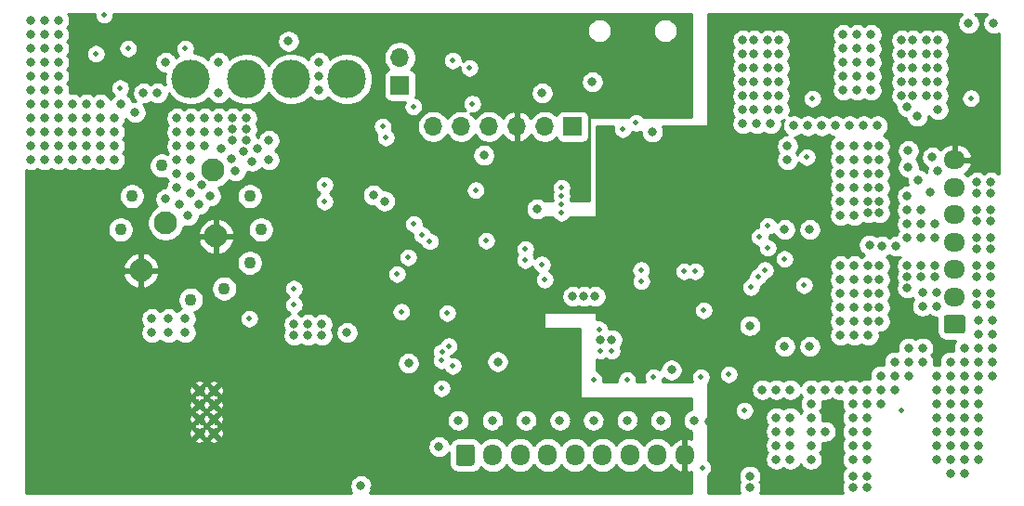
<source format=gbr>
%TF.GenerationSoftware,KiCad,Pcbnew,(5.1.10)-1*%
%TF.CreationDate,2022-01-23T20:59:35+01:00*%
%TF.ProjectId,BMS_LV_2022,424d535f-4c56-45f3-9230-32322e6b6963,rev?*%
%TF.SameCoordinates,Original*%
%TF.FileFunction,Copper,L3,Inr*%
%TF.FilePolarity,Positive*%
%FSLAX46Y46*%
G04 Gerber Fmt 4.6, Leading zero omitted, Abs format (unit mm)*
G04 Created by KiCad (PCBNEW (5.1.10)-1) date 2022-01-23 20:59:35*
%MOMM*%
%LPD*%
G01*
G04 APERTURE LIST*
%TA.AperFunction,ComponentPad*%
%ADD10O,1.700000X1.950000*%
%TD*%
%TA.AperFunction,ComponentPad*%
%ADD11O,1.950000X1.700000*%
%TD*%
%TA.AperFunction,ComponentPad*%
%ADD12C,1.100000*%
%TD*%
%TA.AperFunction,ComponentPad*%
%ADD13C,2.100000*%
%TD*%
%TA.AperFunction,ComponentPad*%
%ADD14C,3.500000*%
%TD*%
%TA.AperFunction,ComponentPad*%
%ADD15C,0.600000*%
%TD*%
%TA.AperFunction,ComponentPad*%
%ADD16O,1.700000X1.700000*%
%TD*%
%TA.AperFunction,ComponentPad*%
%ADD17R,1.700000X1.700000*%
%TD*%
%TA.AperFunction,ViaPad*%
%ADD18C,0.800000*%
%TD*%
%TA.AperFunction,ViaPad*%
%ADD19C,0.500000*%
%TD*%
%TA.AperFunction,Conductor*%
%ADD20C,0.254000*%
%TD*%
%TA.AperFunction,Conductor*%
%ADD21C,0.100000*%
%TD*%
G04 APERTURE END LIST*
D10*
%TO.N,GND*%
%TO.C,J6*%
X170729903Y-120904000D03*
%TO.N,/Therm_8*%
X168229903Y-120904000D03*
%TO.N,/Therm_7*%
X165729903Y-120904000D03*
%TO.N,/Therm_6*%
X163229903Y-120904000D03*
%TO.N,/Therm_5*%
X160729903Y-120904000D03*
%TO.N,/Therm_4*%
X158229903Y-120904000D03*
%TO.N,/Therm_3*%
X155729903Y-120904000D03*
%TO.N,/Therm_2*%
X153229903Y-120904000D03*
%TO.N,/Therm_1*%
%TA.AperFunction,ComponentPad*%
G36*
G01*
X149879903Y-121629000D02*
X149879903Y-120179000D01*
G75*
G02*
X150129903Y-119929000I250000J0D01*
G01*
X151329903Y-119929000D01*
G75*
G02*
X151579903Y-120179000I0J-250000D01*
G01*
X151579903Y-121629000D01*
G75*
G02*
X151329903Y-121879000I-250000J0D01*
G01*
X150129903Y-121879000D01*
G75*
G02*
X149879903Y-121629000I0J250000D01*
G01*
G37*
%TD.AperFunction*%
%TD*%
D11*
%TO.N,GND*%
%TO.C,J11*%
X195313903Y-93966000D03*
%TO.N,/LTC6810/CellBalance6*%
X195313903Y-96466000D03*
%TO.N,/LTC6810/CellBalance5*%
X195313903Y-98966000D03*
%TO.N,/LTC6810/CellBalance4*%
X195313903Y-101466000D03*
%TO.N,/LTC6810/CellBalance3*%
X195313903Y-103966000D03*
%TO.N,/LTC6810/CellBalance2*%
X195313903Y-106466000D03*
%TO.N,+BATT*%
%TA.AperFunction,ComponentPad*%
G36*
G01*
X196038903Y-109816000D02*
X194588903Y-109816000D01*
G75*
G02*
X194338903Y-109566000I0J250000D01*
G01*
X194338903Y-108366000D01*
G75*
G02*
X194588903Y-108116000I250000J0D01*
G01*
X196038903Y-108116000D01*
G75*
G02*
X196288903Y-108366000I0J-250000D01*
G01*
X196288903Y-109566000D01*
G75*
G02*
X196038903Y-109816000I-250000J0D01*
G01*
G37*
%TD.AperFunction*%
%TD*%
D12*
%TO.N,Net-(J2-Pad8)*%
%TO.C,J2*%
X123094537Y-94510511D03*
%TO.N,/VCC_Pin*%
X120350963Y-97296512D03*
%TO.N,VCC*%
X119325658Y-100330000D03*
%TO.N,Net-(J2-Pad5)*%
X125717903Y-106722245D03*
%TO.N,Net-(J2-Pad4)*%
X128751391Y-105696940D03*
%TO.N,Net-(J2-Pad3)*%
X131084843Y-103363488D03*
%TO.N,/CANL*%
X132110148Y-100330000D03*
%TO.N,/CANH*%
X131084843Y-97296512D03*
D13*
%TO.N,GND*%
X121178277Y-104049382D03*
X128016000Y-100945183D03*
%TO.N,/V_Out*%
X127733157Y-94906491D03*
X123419806Y-99714817D03*
%TD*%
D14*
%TO.N,Net-(F2-Pad2)*%
%TO.C,F2*%
X125717903Y-86614000D03*
%TO.N,/CS_IP+*%
X134857903Y-86614000D03*
%TO.N,Net-(F2-Pad2)*%
X130797903Y-86614000D03*
%TO.N,/CS_IP+*%
X139937903Y-86614000D03*
%TD*%
D15*
%TO.N,GND*%
%TO.C,U3*%
X127792000Y-118902000D03*
X127792000Y-117602000D03*
X126492000Y-117602000D03*
X126492000Y-118902000D03*
X127792000Y-115002000D03*
X127792000Y-116302000D03*
X126492000Y-116302000D03*
X126492000Y-115002000D03*
%TD*%
D16*
%TO.N,Net-(JP2-Pad2)*%
%TO.C,JP2*%
X144767903Y-84644897D03*
D17*
%TO.N,/CANH*%
X144767903Y-87184897D03*
%TD*%
D16*
%TO.N,Net-(J1-Pad6)*%
%TO.C,J1*%
X147815903Y-90932000D03*
%TO.N,/NRST*%
X150355903Y-90932000D03*
%TO.N,/SW-DIO*%
X152895903Y-90932000D03*
%TO.N,GND*%
X155435903Y-90932000D03*
%TO.N,/SW-CLK*%
X157975903Y-90932000D03*
D17*
%TO.N,+3V3*%
X160515903Y-90932000D03*
%TD*%
D18*
%TO.N,GND*%
X124701903Y-120142000D03*
X124701903Y-121158000D03*
X125717903Y-122174000D03*
X123685903Y-121158000D03*
X123685903Y-122174000D03*
X125717903Y-120142000D03*
X125717903Y-121158000D03*
X124701903Y-122174000D03*
X122669903Y-120142000D03*
X123685903Y-120142000D03*
X122669903Y-121158000D03*
X122669903Y-122174000D03*
X121653903Y-122174000D03*
X126733903Y-123190000D03*
X120637903Y-121158000D03*
X121653903Y-120142000D03*
X122669903Y-123190000D03*
X120637903Y-120142000D03*
X121653903Y-123190000D03*
X126733903Y-122174000D03*
X121653903Y-121158000D03*
X126733903Y-121158000D03*
X126733903Y-120142000D03*
X120637903Y-123190000D03*
X124701903Y-123190000D03*
X125717903Y-123190000D03*
X123685903Y-123190000D03*
X120637903Y-122174000D03*
X117589903Y-120142000D03*
X117589903Y-121158000D03*
X118605903Y-122174000D03*
X116573903Y-121158000D03*
X116573903Y-122174000D03*
X118605903Y-120142000D03*
X118605903Y-121158000D03*
X117589903Y-122174000D03*
X115557903Y-120142000D03*
X116573903Y-120142000D03*
X115557903Y-121158000D03*
X115557903Y-122174000D03*
X114541903Y-122174000D03*
X119621903Y-123190000D03*
X113525903Y-121158000D03*
X114541903Y-120142000D03*
X115557903Y-123190000D03*
X113525903Y-120142000D03*
X114541903Y-123190000D03*
X119621903Y-122174000D03*
X114541903Y-121158000D03*
X119621903Y-121158000D03*
X119621903Y-120142000D03*
X113525903Y-123190000D03*
X117589903Y-123190000D03*
X118605903Y-123190000D03*
X116573903Y-123190000D03*
X113525903Y-122174000D03*
X112509903Y-122174000D03*
X112509903Y-123190000D03*
X112509903Y-120142000D03*
X112509903Y-121158000D03*
%TO.N,+24V*%
X117462903Y-92710000D03*
X117462903Y-91440000D03*
X117462903Y-90170000D03*
X117462903Y-88900000D03*
X116192903Y-93980000D03*
X114922903Y-93980000D03*
X114922903Y-92710000D03*
X116192903Y-92710000D03*
X116192903Y-91440000D03*
X114922903Y-91440000D03*
X114922903Y-90170000D03*
X116192903Y-90170000D03*
X116192903Y-88900000D03*
X114922903Y-88900000D03*
X113652903Y-88900000D03*
X113652903Y-90170000D03*
X113652903Y-91440000D03*
X113652903Y-92710000D03*
X113652903Y-93980000D03*
X112382903Y-93980000D03*
X112382903Y-92710000D03*
X112382903Y-91440000D03*
X112382903Y-90170000D03*
X112382903Y-88900000D03*
X111112903Y-93980000D03*
X111112903Y-92710000D03*
X111112903Y-91440000D03*
X111112903Y-90170000D03*
X111112903Y-88900000D03*
D19*
%TO.N,/NRST*%
X147492902Y-101415001D03*
D18*
%TO.N,GND*%
X115557903Y-113538000D03*
X116573903Y-113538000D03*
X116573903Y-114554000D03*
X115557903Y-114554000D03*
X115557903Y-115570000D03*
X116573903Y-115570000D03*
X116573903Y-116586000D03*
X115557903Y-116586000D03*
X114541903Y-116586000D03*
X114541903Y-115570000D03*
X114541903Y-114554000D03*
X114541903Y-113538000D03*
X113525903Y-113538000D03*
X113525903Y-114554000D03*
X113525903Y-115570000D03*
X113525903Y-116586000D03*
X112509903Y-116586000D03*
X112509903Y-115570000D03*
X112509903Y-114554000D03*
X112509903Y-113538000D03*
X112509903Y-112522000D03*
X113525903Y-112522000D03*
X114541903Y-112522000D03*
X115557903Y-112522000D03*
X116573903Y-112522000D03*
X117589903Y-112522000D03*
X117589903Y-113538000D03*
X117589903Y-114554000D03*
X117589903Y-115570000D03*
X117589903Y-116586000D03*
X117589903Y-117602000D03*
X116573903Y-117602000D03*
X115557903Y-117602000D03*
X114541903Y-117602000D03*
X113525903Y-117602000D03*
X112509903Y-117602000D03*
X111493903Y-117602000D03*
X111493903Y-116586000D03*
X111493903Y-115570000D03*
X111493903Y-114554000D03*
X111493903Y-113538000D03*
X111493903Y-112522000D03*
X151879903Y-112389589D03*
X141465903Y-109728000D03*
X144005303Y-112521400D03*
X139332303Y-98679000D03*
X139306903Y-99745800D03*
X157467903Y-100610000D03*
X156197903Y-82104897D03*
X156197903Y-86784000D03*
X154724703Y-86784000D03*
X143243903Y-93777400D03*
X145047903Y-94996000D03*
X148577903Y-118237000D03*
X147307903Y-117348000D03*
X148323903Y-116205000D03*
X111493903Y-104394000D03*
X112509903Y-104394000D03*
X113525903Y-104394000D03*
X114541903Y-104394000D03*
X115557903Y-104394000D03*
X116573903Y-104394000D03*
X111493903Y-105410000D03*
X112509903Y-105410000D03*
X113525903Y-105410000D03*
X114541903Y-105410000D03*
X115557903Y-105410000D03*
X116573903Y-105410000D03*
X111493903Y-106426000D03*
X112509903Y-106426000D03*
X113525903Y-106426000D03*
X114541903Y-106426000D03*
X115557903Y-106426000D03*
X116573903Y-106426000D03*
X117589903Y-106426000D03*
X111493903Y-107442000D03*
X112509903Y-107442000D03*
X113525903Y-107442000D03*
X114541903Y-107442000D03*
X115557903Y-107442000D03*
X116573903Y-107442000D03*
X117589903Y-107442000D03*
X118605903Y-107442000D03*
X111493903Y-108458000D03*
X112509903Y-108458000D03*
X113525903Y-108458000D03*
X114541903Y-108458000D03*
X115557903Y-108458000D03*
X116573903Y-108458000D03*
X117589903Y-108458000D03*
X118605903Y-108458000D03*
X119621903Y-108458000D03*
X111493903Y-109474000D03*
X111493903Y-110490000D03*
X111493903Y-111506000D03*
X112509903Y-111506000D03*
X112509903Y-110490000D03*
X112509903Y-109474000D03*
X113525903Y-110490000D03*
X113525903Y-111506000D03*
X113525903Y-109474000D03*
X114541903Y-109474000D03*
X114541903Y-110490000D03*
X114541903Y-111506000D03*
X115557903Y-111506000D03*
X115557903Y-110490000D03*
X115557903Y-109474000D03*
X116573903Y-109474000D03*
X116573903Y-110490000D03*
X116573903Y-111506000D03*
X117589903Y-111506000D03*
X117589903Y-110490000D03*
X117589903Y-109474000D03*
X118605903Y-109474000D03*
X119621903Y-109474000D03*
X116573903Y-103378000D03*
X115557903Y-103378000D03*
X123177903Y-102870000D03*
X124193903Y-102870000D03*
X123177903Y-103886000D03*
X123177903Y-104902000D03*
X124193903Y-103886000D03*
X125209903Y-103886000D03*
X125209903Y-102870000D03*
X125209903Y-101854000D03*
X126225903Y-103378000D03*
X126225903Y-102362000D03*
X126225903Y-101346000D03*
X129781903Y-110998000D03*
X130754452Y-111041451D03*
X133160703Y-118110000D03*
X134722203Y-81673700D03*
D19*
X144517335Y-89690247D03*
D18*
X161658903Y-94538800D03*
D19*
X139687903Y-105137800D03*
D18*
X132967903Y-98330000D03*
%TO.N,+3V3*%
X150088600Y-117729000D03*
X153187400Y-117729000D03*
X156260800Y-117729000D03*
X159334200Y-117729000D03*
X162407600Y-117729000D03*
X165481000Y-117729000D03*
X153683903Y-112389589D03*
X139941903Y-109728000D03*
X145555303Y-112522000D03*
X143370903Y-97739200D03*
X142354903Y-97180400D03*
X157264703Y-98450400D03*
X152422893Y-93549200D03*
D19*
%TO.N,Net-(C13-Pad1)*%
X157722506Y-103504397D03*
X172453903Y-107696000D03*
%TO.N,Net-(C14-Pad1)*%
X157975903Y-104914097D03*
X176771903Y-105582097D03*
%TO.N,/Therm_5*%
X162420903Y-114046000D03*
%TO.N,/Therm_6*%
X165468903Y-114046000D03*
D18*
%TO.N,VCC*%
X122161903Y-108458000D03*
X123685903Y-108458000D03*
X125209903Y-108458000D03*
X122161903Y-109728000D03*
X123685903Y-109728000D03*
X125209903Y-109728000D03*
%TO.N,+5VD*%
X141211903Y-123698000D03*
X162293903Y-86868000D03*
%TO.N,+5V*%
X137655903Y-109982000D03*
X137655903Y-108966000D03*
X136385903Y-108966000D03*
X135115903Y-108966000D03*
X136385903Y-109982000D03*
X135115903Y-109982000D03*
X157721903Y-87884000D03*
D19*
X143193103Y-90932000D03*
%TO.N,/eFuse/Gate*%
X117818503Y-80746600D03*
X117081903Y-84302600D03*
X120002903Y-83820000D03*
X119291705Y-87426800D03*
X125209903Y-83820000D03*
%TO.N,/CANH*%
X137909903Y-96266000D03*
%TO.N,/CANL*%
X149593903Y-84912200D03*
X137909903Y-97790000D03*
D18*
%TO.N,Net-(D6-Pad1)*%
X194932903Y-118745000D03*
X194932903Y-120015000D03*
X194932903Y-121285000D03*
X194932903Y-122555000D03*
X193662903Y-121285000D03*
X193662903Y-120015000D03*
X194932903Y-117475000D03*
X194932903Y-116205000D03*
X194932903Y-114935000D03*
X194932903Y-113665000D03*
X194932903Y-112395000D03*
X193662903Y-113665000D03*
X193662903Y-114935000D03*
X193662903Y-116205000D03*
X193662903Y-117475000D03*
X193662903Y-118745000D03*
D19*
%TO.N,/LTC6810/Balance1/Sx*%
X190487903Y-116840000D03*
X172326903Y-122047000D03*
X177406903Y-104648000D03*
D18*
%TO.N,Net-(D8-Pad1)*%
X180327903Y-114935000D03*
X180327903Y-117475000D03*
X180327903Y-118745000D03*
X180327903Y-120015000D03*
X180327903Y-121285000D03*
X179057903Y-121285000D03*
X179057903Y-120015000D03*
X179057903Y-118745000D03*
X179057903Y-117475000D03*
X179057903Y-114935000D03*
X177787903Y-114935000D03*
X176644903Y-122809000D03*
X176644903Y-123825000D03*
D19*
%TO.N,/LTC6810/Balance2/Sx*%
X178041903Y-104005097D03*
D18*
%TO.N,Net-(D10-Pad1)*%
X184899903Y-103632000D03*
X186169903Y-103632000D03*
X186169903Y-104902000D03*
X186169903Y-106172000D03*
X186169903Y-107442000D03*
X186169903Y-108712000D03*
X186169903Y-109982000D03*
X184899903Y-104902000D03*
X184899903Y-106172000D03*
X184899903Y-107442000D03*
X184899903Y-108712000D03*
X184899903Y-109982000D03*
X179819903Y-110998000D03*
X182105903Y-110998000D03*
D19*
%TO.N,/LTC6810/Balance3/Sx*%
X181597903Y-105410000D03*
X179819903Y-103005097D03*
D18*
%TO.N,Net-(D12-Pad1)*%
X186169903Y-92710000D03*
X184899903Y-92710000D03*
X184899903Y-93980000D03*
X186169903Y-93980000D03*
X186169903Y-95250000D03*
X186169903Y-96520000D03*
X186169903Y-97790000D03*
X186169903Y-99060000D03*
X184899903Y-99060000D03*
X184899903Y-97790000D03*
X184899903Y-96520000D03*
X184899903Y-95250000D03*
X179819903Y-100330000D03*
X182105903Y-100330000D03*
D19*
%TO.N,/LTC6810/Balance4/Sx*%
X181851903Y-93726000D03*
X178295903Y-102005097D03*
D18*
%TO.N,Net-(D14-Pad1)*%
X179311903Y-83058000D03*
X179311903Y-84328000D03*
X179311903Y-89408000D03*
X179311903Y-88138000D03*
X179311903Y-86868000D03*
X179311903Y-85598000D03*
X178295903Y-83058000D03*
X178295903Y-84328000D03*
X178295903Y-85598000D03*
X178295903Y-86868000D03*
X178295903Y-88138000D03*
X178295903Y-89408000D03*
D19*
%TO.N,/LTC6810/Balance5/Sx*%
X182359903Y-88392000D03*
X177533903Y-101005097D03*
D18*
%TO.N,Net-(D16-Pad1)*%
X192773903Y-83058000D03*
X193789903Y-83058000D03*
X192773903Y-84328000D03*
X193789903Y-84328000D03*
X193789903Y-85598000D03*
X192773903Y-85598000D03*
X192773903Y-86868000D03*
X192773903Y-88138000D03*
X193789903Y-86868000D03*
X193789903Y-88138000D03*
X193789903Y-89408000D03*
X196583903Y-81534000D03*
X198869903Y-81534000D03*
D19*
%TO.N,/LTC6810/Balance6/Sx*%
X196795303Y-88349400D03*
X178295903Y-100005097D03*
%TO.N,/SW-DIO*%
X152641903Y-101346000D03*
%TO.N,/SW-CLK*%
X151668257Y-96731647D03*
%TO.N,/USB-DP*%
X135115903Y-105714800D03*
X156197903Y-102108000D03*
X166288902Y-90608999D03*
%TO.N,/USB-DM*%
X135115903Y-107188000D03*
X156197903Y-103124000D03*
X165087903Y-91186000D03*
%TO.N,/Interlock*%
X131051903Y-108458000D03*
%TO.N,/MOSI*%
X171691903Y-104140000D03*
X159499903Y-96520000D03*
%TO.N,/MISO*%
X170675903Y-104140000D03*
X159499903Y-97282000D03*
%TO.N,/SCK*%
X166762952Y-105053049D03*
X159499903Y-98044000D03*
%TO.N,/CS*%
X166746806Y-104005097D03*
X159499903Y-98806000D03*
D18*
%TO.N,/Switch_Signal*%
X134607903Y-83146900D03*
D19*
X144513903Y-104394000D03*
X145997150Y-89113247D03*
%TO.N,/CAN-TX*%
X151371903Y-88846200D03*
X146037903Y-99822000D03*
%TO.N,/CAN-RX*%
X146799903Y-100838000D03*
X151117903Y-85598000D03*
%TO.N,/CurrentSensor_Out*%
X143497903Y-91948000D03*
X145529903Y-102870000D03*
D18*
%TO.N,/LTC6810/CellBalance2*%
X182232903Y-114935000D03*
X183502903Y-114935000D03*
X182232903Y-116205000D03*
X182232903Y-117475000D03*
X183502903Y-118745000D03*
X182232903Y-118745000D03*
X182232903Y-120015000D03*
X182232903Y-121285000D03*
X184772903Y-114935000D03*
X186042903Y-114935000D03*
X187312903Y-114935000D03*
X188582903Y-114935000D03*
X188582903Y-113665000D03*
X189852903Y-112395000D03*
X189852903Y-113665000D03*
X189852903Y-114935000D03*
X191122903Y-113665000D03*
X191122903Y-112395000D03*
X191122903Y-111125000D03*
X186042903Y-116205000D03*
X187312903Y-116205000D03*
X188582903Y-116205000D03*
X186042903Y-117475000D03*
X187312903Y-117475000D03*
X187312903Y-118745000D03*
X186042903Y-118745000D03*
X186042903Y-120015000D03*
X187312903Y-120015000D03*
X187312903Y-121285000D03*
X186042903Y-121285000D03*
X186042903Y-122809000D03*
X187312903Y-122809000D03*
X187312903Y-123825000D03*
X186042903Y-123825000D03*
X192392903Y-111125000D03*
X192392903Y-112395000D03*
X192392903Y-107315000D03*
X192392903Y-106045000D03*
X193662903Y-106045000D03*
X193662903Y-107315000D03*
X197345903Y-107188000D03*
X198615903Y-107188000D03*
X197345903Y-106172000D03*
X198615903Y-106172000D03*
D19*
X174739903Y-113538000D03*
D18*
%TO.N,/LTC6810/CellBalance3*%
X187439903Y-103632000D03*
X188455903Y-103632000D03*
X187439903Y-104902000D03*
X188455903Y-104902000D03*
X187439903Y-106172000D03*
X187439903Y-107442000D03*
X187439903Y-108712000D03*
X187439903Y-109982000D03*
X188455903Y-106172000D03*
X188455903Y-107442000D03*
X188455903Y-108712000D03*
X190995903Y-103632000D03*
X190995903Y-104648000D03*
X190995903Y-105664000D03*
X192265903Y-103632000D03*
X192265903Y-104648000D03*
X193535903Y-103632000D03*
X193535903Y-104648000D03*
X197345903Y-104648000D03*
X198615903Y-104648000D03*
X197345903Y-103632000D03*
X198615903Y-103632000D03*
%TO.N,/LTC6810/CellBalance4*%
X187439903Y-92710000D03*
X188455903Y-92710000D03*
X187439903Y-93980000D03*
X188455903Y-93980000D03*
X187439903Y-95250000D03*
X188455903Y-95250000D03*
X187439903Y-96520000D03*
X188455903Y-96520000D03*
X187439903Y-97790000D03*
X188455903Y-97790000D03*
X187439903Y-98806000D03*
X188455903Y-98806000D03*
X190995903Y-97282000D03*
X190995903Y-98552000D03*
X190995903Y-99822000D03*
X190995903Y-101092000D03*
X192265903Y-98552000D03*
X192265903Y-99822000D03*
X192265903Y-101092000D03*
X193535903Y-99822000D03*
X193535903Y-101092000D03*
X197345903Y-102108000D03*
X198615903Y-102108000D03*
X198615903Y-101092000D03*
X197345903Y-101092000D03*
X187552196Y-101741707D03*
X188709903Y-101854000D03*
X189979903Y-101854000D03*
X176644903Y-109093000D03*
%TO.N,/LTC6810/CellBalance5*%
X177025903Y-83058000D03*
X176009903Y-83058000D03*
X176009903Y-84328000D03*
X176009903Y-85598000D03*
X176009903Y-86868000D03*
X176009903Y-88138000D03*
X176009903Y-89408000D03*
X177025903Y-89408000D03*
X177025903Y-88138000D03*
X177025903Y-86868000D03*
X177025903Y-85598000D03*
X177025903Y-84328000D03*
X176009903Y-90678000D03*
X177279903Y-90678000D03*
X178549903Y-90678000D03*
X180073903Y-93980000D03*
X180073903Y-92710000D03*
X180653490Y-90860413D03*
X181923490Y-90860413D03*
X183193490Y-90860413D03*
X184463490Y-90860413D03*
X185733490Y-90860413D03*
X187003490Y-90860413D03*
X188273490Y-90860413D03*
X191085393Y-93128510D03*
X191085393Y-94652510D03*
X191973604Y-95796299D03*
X193116604Y-96939299D03*
X197345903Y-99568000D03*
X198615903Y-99568000D03*
X197345903Y-98552000D03*
X198615903Y-98552000D03*
X167759983Y-91440000D03*
%TO.N,/LTC6810/CellBalance6*%
X197345903Y-97028000D03*
X198615903Y-97028000D03*
X197345903Y-96012000D03*
X198615903Y-96012000D03*
X185153903Y-82550000D03*
X185153903Y-83820000D03*
X185153903Y-85090000D03*
X185153903Y-86360000D03*
X185153903Y-87630000D03*
X187693903Y-87630000D03*
X186423903Y-87630000D03*
X186423903Y-86360000D03*
X186423903Y-85090000D03*
X186423903Y-83820000D03*
X186423903Y-82550000D03*
X187693903Y-82550000D03*
X187693903Y-83820000D03*
X187693903Y-85090000D03*
X187693903Y-86360000D03*
X191503903Y-83058000D03*
X190487903Y-83058000D03*
X190487903Y-84328000D03*
X191503903Y-84328000D03*
X191503903Y-85598000D03*
X190487903Y-85598000D03*
X190487903Y-86868000D03*
X191503903Y-86868000D03*
X191503903Y-88138000D03*
X190487903Y-88138000D03*
X190995903Y-89154000D03*
X191910303Y-89992200D03*
X193281903Y-93726000D03*
X193789903Y-94996000D03*
%TO.N,GND*%
X197345903Y-94234000D03*
X198615903Y-94234000D03*
X197345903Y-93218000D03*
X198615903Y-93218000D03*
X197345903Y-92202000D03*
X196075903Y-92202000D03*
X194805903Y-92202000D03*
X198615903Y-92202000D03*
X194805903Y-91186000D03*
X196075903Y-91186000D03*
X197345903Y-91186000D03*
X198615903Y-91186000D03*
X198615903Y-89916000D03*
X198615903Y-88646000D03*
X198107903Y-87630000D03*
X169913903Y-97790000D03*
X169987003Y-100256900D03*
X166744970Y-109099067D03*
X170929903Y-113284000D03*
X169228103Y-91440000D03*
X170701303Y-91440000D03*
X173622906Y-91440000D03*
X176644903Y-93121480D03*
X176806903Y-97790000D03*
X176644903Y-107696000D03*
X159118903Y-100457000D03*
D19*
X163563903Y-101854000D03*
D18*
X163919503Y-93218000D03*
X142497721Y-123967818D03*
X160261903Y-86106000D03*
X160261903Y-87122000D03*
X161277903Y-88138000D03*
X168389903Y-89154000D03*
X170675903Y-87630000D03*
X169405903Y-87630000D03*
X168389903Y-88138000D03*
X170675903Y-86614000D03*
X169405903Y-86614000D03*
X168389903Y-87122000D03*
X168643903Y-85852000D03*
X166357903Y-110236000D03*
X165595903Y-111633000D03*
X166484903Y-112649000D03*
X174993903Y-108966000D03*
X171183903Y-101346000D03*
X172199903Y-102362000D03*
X168389903Y-96520000D03*
X146952303Y-122809000D03*
D19*
X173876303Y-113284004D03*
D18*
X150990903Y-118745000D03*
X154038903Y-118618000D03*
X157213903Y-118618000D03*
X160642903Y-117729000D03*
X163690903Y-117856000D03*
X166738903Y-117983000D03*
X169913903Y-117602000D03*
X172961903Y-117856000D03*
X111493903Y-120142000D03*
X111493903Y-121158000D03*
X111493903Y-122174000D03*
X111493903Y-123190000D03*
%TO.N,+3V3*%
X168542303Y-117729000D03*
X171564903Y-117729000D03*
X148323903Y-120142000D03*
X163055903Y-110363000D03*
X164071903Y-110363000D03*
D19*
X162903503Y-109423200D03*
X164071903Y-111379000D03*
X163055903Y-111379000D03*
%TO.N,/Therm_1*%
X148577903Y-114808000D03*
X144894903Y-107823000D03*
%TO.N,/Therm_5*%
X148586944Y-112258959D03*
D18*
%TO.N,+24V*%
X111112903Y-81280000D03*
X112382903Y-81280000D03*
X113652903Y-81280000D03*
X113652903Y-82550000D03*
X112382903Y-82550000D03*
X111112903Y-82550000D03*
X111112903Y-83820000D03*
X111112903Y-85090000D03*
X111112903Y-86360000D03*
X112382903Y-83820000D03*
X112382903Y-85090000D03*
X112382903Y-86360000D03*
X113652903Y-83820000D03*
X113652903Y-85090000D03*
X113652903Y-86360000D03*
X111112903Y-87630000D03*
X112382903Y-87630000D03*
X113652903Y-87630000D03*
X119367903Y-88900000D03*
X118732903Y-90170000D03*
X118732903Y-91440000D03*
X118732903Y-92710000D03*
X118732903Y-93980000D03*
X117462903Y-93980000D03*
X120637903Y-89662000D03*
%TO.N,Net-(F2-Pad2)*%
X121399903Y-87884000D03*
X122669903Y-87884000D03*
X123431903Y-85090000D03*
X128257903Y-85090000D03*
X128257903Y-87884000D03*
%TO.N,/CS_IP+*%
X137401903Y-85090000D03*
X137401903Y-87630000D03*
X137401903Y-86360000D03*
%TO.N,/V_Out*%
X125463903Y-99060000D03*
X123431903Y-97536000D03*
X124701903Y-98044000D03*
X124447903Y-96520000D03*
X125717903Y-97028000D03*
X126479903Y-98044000D03*
X127495903Y-97282000D03*
X126733903Y-96266000D03*
X125717903Y-95504000D03*
X128511903Y-92964000D03*
X129781903Y-94996000D03*
X129400903Y-93853000D03*
X129527903Y-92202000D03*
X130797903Y-92202000D03*
X131813903Y-92964000D03*
X132829903Y-92202000D03*
X132829903Y-93980000D03*
X130543903Y-93218000D03*
X131305903Y-94107000D03*
X124447903Y-95250000D03*
X124447903Y-93980000D03*
X124447903Y-92710000D03*
X124447903Y-91440000D03*
X124447903Y-90170000D03*
X125717903Y-93980000D03*
X125717903Y-92710000D03*
X125717903Y-91440000D03*
X125717903Y-90170000D03*
X126987903Y-91440000D03*
X126987903Y-92710000D03*
X126987903Y-90170000D03*
X128257903Y-91440000D03*
X128257903Y-90170000D03*
X129527903Y-90170000D03*
X130797903Y-90170000D03*
X129527903Y-91186000D03*
X130797903Y-91186000D03*
%TO.N,+BATT*%
X198742903Y-108585000D03*
X197472903Y-108585000D03*
X197472903Y-109855000D03*
X198742903Y-109855000D03*
X198742903Y-111125000D03*
X197472903Y-111125000D03*
X197472903Y-112395000D03*
X198742903Y-112395000D03*
X198742903Y-113665000D03*
X197472903Y-113665000D03*
X197472903Y-114935000D03*
X197472903Y-116205000D03*
X197472903Y-117475000D03*
X196202903Y-118745000D03*
X197472903Y-118745000D03*
X196202903Y-120015000D03*
X197472903Y-120015000D03*
X197472903Y-121285000D03*
X196202903Y-121285000D03*
X196202903Y-122555000D03*
X196202903Y-117475000D03*
X196202903Y-116205000D03*
X196202903Y-114935000D03*
X196202903Y-113665000D03*
X196202903Y-112395000D03*
X196202903Y-111125000D03*
X160515903Y-106426000D03*
X161531903Y-106426000D03*
X162547903Y-106426000D03*
D19*
%TO.N,/Therm_6*%
X148595985Y-111487918D03*
%TO.N,/LTC6810/Balance2/Sx*%
X176165338Y-116846318D03*
%TO.N,/Interlock*%
X149593903Y-112776000D03*
D18*
%TO.N,/LTC6810/CellBalance4*%
X169507503Y-113131602D03*
D19*
%TO.N,/Therm_7*%
X167881903Y-113792000D03*
X149212903Y-110954400D03*
%TO.N,/Therm_8*%
X172199903Y-113792000D03*
X149085903Y-107950000D03*
%TD*%
D20*
%TO.N,GND*%
X195924129Y-80730063D02*
X195779966Y-80874226D01*
X195666698Y-81043744D01*
X195588677Y-81232102D01*
X195548903Y-81432061D01*
X195548903Y-81635939D01*
X195588677Y-81835898D01*
X195666698Y-82024256D01*
X195779966Y-82193774D01*
X195924129Y-82337937D01*
X196093647Y-82451205D01*
X196282005Y-82529226D01*
X196481964Y-82569000D01*
X196685842Y-82569000D01*
X196885801Y-82529226D01*
X197074159Y-82451205D01*
X197243677Y-82337937D01*
X197387840Y-82193774D01*
X197501108Y-82024256D01*
X197579129Y-81835898D01*
X197618903Y-81635939D01*
X197618903Y-81432061D01*
X197579129Y-81232102D01*
X197501108Y-81043744D01*
X197387840Y-80874226D01*
X197243677Y-80730063D01*
X197176235Y-80685000D01*
X198277571Y-80685000D01*
X198210129Y-80730063D01*
X198065966Y-80874226D01*
X197952698Y-81043744D01*
X197874677Y-81232102D01*
X197834903Y-81432061D01*
X197834903Y-81635939D01*
X197874677Y-81835898D01*
X197952698Y-82024256D01*
X198065966Y-82193774D01*
X198210129Y-82337937D01*
X198379647Y-82451205D01*
X198568005Y-82529226D01*
X198767964Y-82569000D01*
X198971842Y-82569000D01*
X199171801Y-82529226D01*
X199315000Y-82469911D01*
X199315000Y-95247386D01*
X199275677Y-95208063D01*
X199106159Y-95094795D01*
X198917801Y-95016774D01*
X198717842Y-94977000D01*
X198513964Y-94977000D01*
X198314005Y-95016774D01*
X198125647Y-95094795D01*
X197980903Y-95191510D01*
X197836159Y-95094795D01*
X197647801Y-95016774D01*
X197447842Y-94977000D01*
X197243964Y-94977000D01*
X197044005Y-95016774D01*
X196855647Y-95094795D01*
X196686129Y-95208063D01*
X196541966Y-95352226D01*
X196498859Y-95416741D01*
X196494037Y-95410866D01*
X196267917Y-95225294D01*
X196242181Y-95211538D01*
X196448332Y-95055049D01*
X196641399Y-94837193D01*
X196788255Y-94585858D01*
X196880379Y-94322890D01*
X196759058Y-94093000D01*
X195440903Y-94093000D01*
X195440903Y-94113000D01*
X195186903Y-94113000D01*
X195186903Y-94093000D01*
X195166903Y-94093000D01*
X195166903Y-93839000D01*
X195186903Y-93839000D01*
X195186903Y-92639835D01*
X195440903Y-92639835D01*
X195440903Y-93839000D01*
X196759058Y-93839000D01*
X196880379Y-93609110D01*
X196788255Y-93346142D01*
X196641399Y-93094807D01*
X196448332Y-92876951D01*
X196216473Y-92700947D01*
X195954733Y-92573558D01*
X195673170Y-92499680D01*
X195440903Y-92639835D01*
X195186903Y-92639835D01*
X194954636Y-92499680D01*
X194673073Y-92573558D01*
X194411333Y-92700947D01*
X194179474Y-92876951D01*
X194046553Y-93026939D01*
X193941677Y-92922063D01*
X193772159Y-92808795D01*
X193583801Y-92730774D01*
X193383842Y-92691000D01*
X193179964Y-92691000D01*
X192980005Y-92730774D01*
X192791647Y-92808795D01*
X192622129Y-92922063D01*
X192477966Y-93066226D01*
X192364698Y-93235744D01*
X192286677Y-93424102D01*
X192246903Y-93624061D01*
X192246903Y-93827939D01*
X192286677Y-94027898D01*
X192364698Y-94216256D01*
X192477966Y-94385774D01*
X192622129Y-94529937D01*
X192791647Y-94643205D01*
X192812228Y-94651730D01*
X192794677Y-94694102D01*
X192754903Y-94894061D01*
X192754903Y-95097939D01*
X192758863Y-95117847D01*
X192633378Y-94992362D01*
X192463860Y-94879094D01*
X192275502Y-94801073D01*
X192117375Y-94769620D01*
X192120393Y-94754449D01*
X192120393Y-94550571D01*
X192080619Y-94350612D01*
X192002598Y-94162254D01*
X191889330Y-93992736D01*
X191787104Y-93890510D01*
X191889330Y-93788284D01*
X192002598Y-93618766D01*
X192080619Y-93430408D01*
X192120393Y-93230449D01*
X192120393Y-93026571D01*
X192080619Y-92826612D01*
X192002598Y-92638254D01*
X191889330Y-92468736D01*
X191745167Y-92324573D01*
X191575649Y-92211305D01*
X191387291Y-92133284D01*
X191187332Y-92093510D01*
X190983454Y-92093510D01*
X190783495Y-92133284D01*
X190595137Y-92211305D01*
X190425619Y-92324573D01*
X190281456Y-92468736D01*
X190168188Y-92638254D01*
X190090167Y-92826612D01*
X190050393Y-93026571D01*
X190050393Y-93230449D01*
X190090167Y-93430408D01*
X190168188Y-93618766D01*
X190281456Y-93788284D01*
X190383682Y-93890510D01*
X190281456Y-93992736D01*
X190168188Y-94162254D01*
X190090167Y-94350612D01*
X190050393Y-94550571D01*
X190050393Y-94754449D01*
X190090167Y-94954408D01*
X190168188Y-95142766D01*
X190281456Y-95312284D01*
X190425619Y-95456447D01*
X190595137Y-95569715D01*
X190783495Y-95647736D01*
X190941622Y-95679189D01*
X190938604Y-95694360D01*
X190938604Y-95898238D01*
X190978378Y-96098197D01*
X191040015Y-96247000D01*
X190893964Y-96247000D01*
X190694005Y-96286774D01*
X190505647Y-96364795D01*
X190336129Y-96478063D01*
X190191966Y-96622226D01*
X190078698Y-96791744D01*
X190000677Y-96980102D01*
X189960903Y-97180061D01*
X189960903Y-97383939D01*
X190000677Y-97583898D01*
X190078698Y-97772256D01*
X190175413Y-97917000D01*
X190078698Y-98061744D01*
X190000677Y-98250102D01*
X189960903Y-98450061D01*
X189960903Y-98653939D01*
X190000677Y-98853898D01*
X190078698Y-99042256D01*
X190175413Y-99187000D01*
X190078698Y-99331744D01*
X190000677Y-99520102D01*
X189960903Y-99720061D01*
X189960903Y-99923939D01*
X190000677Y-100123898D01*
X190078698Y-100312256D01*
X190175413Y-100457000D01*
X190078698Y-100601744D01*
X190000677Y-100790102D01*
X189994929Y-100819000D01*
X189877964Y-100819000D01*
X189678005Y-100858774D01*
X189489647Y-100936795D01*
X189344903Y-101033510D01*
X189200159Y-100936795D01*
X189011801Y-100858774D01*
X188811842Y-100819000D01*
X188607964Y-100819000D01*
X188408005Y-100858774D01*
X188219647Y-100936795D01*
X188214460Y-100940260D01*
X188211970Y-100937770D01*
X188042452Y-100824502D01*
X187854094Y-100746481D01*
X187654135Y-100706707D01*
X187450257Y-100706707D01*
X187250298Y-100746481D01*
X187061940Y-100824502D01*
X186892422Y-100937770D01*
X186748259Y-101081933D01*
X186634991Y-101251451D01*
X186556970Y-101439809D01*
X186517196Y-101639768D01*
X186517196Y-101843646D01*
X186556970Y-102043605D01*
X186634991Y-102231963D01*
X186748259Y-102401481D01*
X186892422Y-102545644D01*
X187061940Y-102658912D01*
X187073250Y-102663597D01*
X186949647Y-102714795D01*
X186804903Y-102811510D01*
X186660159Y-102714795D01*
X186471801Y-102636774D01*
X186271842Y-102597000D01*
X186067964Y-102597000D01*
X185868005Y-102636774D01*
X185679647Y-102714795D01*
X185534903Y-102811510D01*
X185390159Y-102714795D01*
X185201801Y-102636774D01*
X185001842Y-102597000D01*
X184797964Y-102597000D01*
X184598005Y-102636774D01*
X184409647Y-102714795D01*
X184240129Y-102828063D01*
X184095966Y-102972226D01*
X183982698Y-103141744D01*
X183904677Y-103330102D01*
X183864903Y-103530061D01*
X183864903Y-103733939D01*
X183904677Y-103933898D01*
X183982698Y-104122256D01*
X184079413Y-104267000D01*
X183982698Y-104411744D01*
X183904677Y-104600102D01*
X183864903Y-104800061D01*
X183864903Y-105003939D01*
X183904677Y-105203898D01*
X183982698Y-105392256D01*
X184079413Y-105537000D01*
X183982698Y-105681744D01*
X183904677Y-105870102D01*
X183864903Y-106070061D01*
X183864903Y-106273939D01*
X183904677Y-106473898D01*
X183982698Y-106662256D01*
X184079413Y-106807000D01*
X183982698Y-106951744D01*
X183904677Y-107140102D01*
X183864903Y-107340061D01*
X183864903Y-107543939D01*
X183904677Y-107743898D01*
X183982698Y-107932256D01*
X184079413Y-108077000D01*
X183982698Y-108221744D01*
X183904677Y-108410102D01*
X183864903Y-108610061D01*
X183864903Y-108813939D01*
X183904677Y-109013898D01*
X183982698Y-109202256D01*
X184079413Y-109347000D01*
X183982698Y-109491744D01*
X183904677Y-109680102D01*
X183864903Y-109880061D01*
X183864903Y-110083939D01*
X183904677Y-110283898D01*
X183982698Y-110472256D01*
X184095966Y-110641774D01*
X184240129Y-110785937D01*
X184409647Y-110899205D01*
X184598005Y-110977226D01*
X184797964Y-111017000D01*
X185001842Y-111017000D01*
X185201801Y-110977226D01*
X185390159Y-110899205D01*
X185534903Y-110802490D01*
X185679647Y-110899205D01*
X185868005Y-110977226D01*
X186067964Y-111017000D01*
X186271842Y-111017000D01*
X186471801Y-110977226D01*
X186660159Y-110899205D01*
X186804903Y-110802490D01*
X186949647Y-110899205D01*
X187138005Y-110977226D01*
X187337964Y-111017000D01*
X187541842Y-111017000D01*
X187741801Y-110977226D01*
X187930159Y-110899205D01*
X188099677Y-110785937D01*
X188243840Y-110641774D01*
X188357108Y-110472256D01*
X188435129Y-110283898D01*
X188474903Y-110083939D01*
X188474903Y-109880061D01*
X188448436Y-109747000D01*
X188557842Y-109747000D01*
X188757801Y-109707226D01*
X188946159Y-109629205D01*
X189115677Y-109515937D01*
X189259840Y-109371774D01*
X189373108Y-109202256D01*
X189451129Y-109013898D01*
X189490903Y-108813939D01*
X189490903Y-108610061D01*
X189451129Y-108410102D01*
X189373108Y-108221744D01*
X189276393Y-108077000D01*
X189373108Y-107932256D01*
X189451129Y-107743898D01*
X189490903Y-107543939D01*
X189490903Y-107340061D01*
X189451129Y-107140102D01*
X189373108Y-106951744D01*
X189276393Y-106807000D01*
X189373108Y-106662256D01*
X189451129Y-106473898D01*
X189490903Y-106273939D01*
X189490903Y-106070061D01*
X189451129Y-105870102D01*
X189373108Y-105681744D01*
X189276393Y-105537000D01*
X189373108Y-105392256D01*
X189451129Y-105203898D01*
X189490903Y-105003939D01*
X189490903Y-104800061D01*
X189451129Y-104600102D01*
X189373108Y-104411744D01*
X189276393Y-104267000D01*
X189373108Y-104122256D01*
X189451129Y-103933898D01*
X189490903Y-103733939D01*
X189490903Y-103530061D01*
X189451129Y-103330102D01*
X189373108Y-103141744D01*
X189259840Y-102972226D01*
X189115677Y-102828063D01*
X189095477Y-102814566D01*
X189200159Y-102771205D01*
X189344903Y-102674490D01*
X189489647Y-102771205D01*
X189678005Y-102849226D01*
X189877964Y-102889000D01*
X190081842Y-102889000D01*
X190281801Y-102849226D01*
X190341408Y-102824536D01*
X190336129Y-102828063D01*
X190191966Y-102972226D01*
X190078698Y-103141744D01*
X190000677Y-103330102D01*
X189960903Y-103530061D01*
X189960903Y-103733939D01*
X190000677Y-103933898D01*
X190078698Y-104122256D01*
X190090554Y-104140000D01*
X190078698Y-104157744D01*
X190000677Y-104346102D01*
X189960903Y-104546061D01*
X189960903Y-104749939D01*
X190000677Y-104949898D01*
X190078698Y-105138256D01*
X190090554Y-105156000D01*
X190078698Y-105173744D01*
X190000677Y-105362102D01*
X189960903Y-105562061D01*
X189960903Y-105765939D01*
X190000677Y-105965898D01*
X190078698Y-106154256D01*
X190191966Y-106323774D01*
X190336129Y-106467937D01*
X190505647Y-106581205D01*
X190694005Y-106659226D01*
X190893964Y-106699000D01*
X191097842Y-106699000D01*
X191297801Y-106659226D01*
X191486159Y-106581205D01*
X191500153Y-106571855D01*
X191572413Y-106680000D01*
X191475698Y-106824744D01*
X191397677Y-107013102D01*
X191357903Y-107213061D01*
X191357903Y-107416939D01*
X191397677Y-107616898D01*
X191475698Y-107805256D01*
X191588966Y-107974774D01*
X191733129Y-108118937D01*
X191902647Y-108232205D01*
X192091005Y-108310226D01*
X192290964Y-108350000D01*
X192494842Y-108350000D01*
X192694801Y-108310226D01*
X192883159Y-108232205D01*
X193027903Y-108135490D01*
X193172647Y-108232205D01*
X193361005Y-108310226D01*
X193560964Y-108350000D01*
X193702407Y-108350000D01*
X193700831Y-108366000D01*
X193700831Y-109566000D01*
X193717895Y-109739254D01*
X193768431Y-109905850D01*
X193850498Y-110059386D01*
X193960941Y-110193962D01*
X194095517Y-110304405D01*
X194249053Y-110386472D01*
X194415649Y-110437008D01*
X194588903Y-110454072D01*
X195410120Y-110454072D01*
X195398966Y-110465226D01*
X195285698Y-110634744D01*
X195207677Y-110823102D01*
X195167903Y-111023061D01*
X195167903Y-111226939D01*
X195200942Y-111393039D01*
X195034842Y-111360000D01*
X194830964Y-111360000D01*
X194631005Y-111399774D01*
X194442647Y-111477795D01*
X194273129Y-111591063D01*
X194128966Y-111735226D01*
X194015698Y-111904744D01*
X193937677Y-112093102D01*
X193897903Y-112293061D01*
X193897903Y-112496939D01*
X193930942Y-112663039D01*
X193764842Y-112630000D01*
X193560964Y-112630000D01*
X193394864Y-112663039D01*
X193427903Y-112496939D01*
X193427903Y-112293061D01*
X193388129Y-112093102D01*
X193310108Y-111904744D01*
X193213393Y-111760000D01*
X193310108Y-111615256D01*
X193388129Y-111426898D01*
X193427903Y-111226939D01*
X193427903Y-111023061D01*
X193388129Y-110823102D01*
X193310108Y-110634744D01*
X193196840Y-110465226D01*
X193052677Y-110321063D01*
X192883159Y-110207795D01*
X192694801Y-110129774D01*
X192494842Y-110090000D01*
X192290964Y-110090000D01*
X192091005Y-110129774D01*
X191902647Y-110207795D01*
X191757903Y-110304510D01*
X191613159Y-110207795D01*
X191424801Y-110129774D01*
X191224842Y-110090000D01*
X191020964Y-110090000D01*
X190821005Y-110129774D01*
X190632647Y-110207795D01*
X190463129Y-110321063D01*
X190318966Y-110465226D01*
X190205698Y-110634744D01*
X190127677Y-110823102D01*
X190087903Y-111023061D01*
X190087903Y-111226939D01*
X190120942Y-111393039D01*
X189954842Y-111360000D01*
X189750964Y-111360000D01*
X189551005Y-111399774D01*
X189362647Y-111477795D01*
X189193129Y-111591063D01*
X189048966Y-111735226D01*
X188935698Y-111904744D01*
X188857677Y-112093102D01*
X188817903Y-112293061D01*
X188817903Y-112496939D01*
X188850942Y-112663039D01*
X188684842Y-112630000D01*
X188480964Y-112630000D01*
X188281005Y-112669774D01*
X188092647Y-112747795D01*
X187923129Y-112861063D01*
X187778966Y-113005226D01*
X187665698Y-113174744D01*
X187587677Y-113363102D01*
X187547903Y-113563061D01*
X187547903Y-113766939D01*
X187580942Y-113933039D01*
X187414842Y-113900000D01*
X187210964Y-113900000D01*
X187011005Y-113939774D01*
X186822647Y-114017795D01*
X186677903Y-114114510D01*
X186533159Y-114017795D01*
X186344801Y-113939774D01*
X186144842Y-113900000D01*
X185940964Y-113900000D01*
X185741005Y-113939774D01*
X185552647Y-114017795D01*
X185407903Y-114114510D01*
X185263159Y-114017795D01*
X185074801Y-113939774D01*
X184874842Y-113900000D01*
X184670964Y-113900000D01*
X184471005Y-113939774D01*
X184282647Y-114017795D01*
X184137903Y-114114510D01*
X183993159Y-114017795D01*
X183804801Y-113939774D01*
X183604842Y-113900000D01*
X183400964Y-113900000D01*
X183201005Y-113939774D01*
X183012647Y-114017795D01*
X182867903Y-114114510D01*
X182723159Y-114017795D01*
X182534801Y-113939774D01*
X182334842Y-113900000D01*
X182130964Y-113900000D01*
X181931005Y-113939774D01*
X181742647Y-114017795D01*
X181573129Y-114131063D01*
X181428966Y-114275226D01*
X181315698Y-114444744D01*
X181280403Y-114529953D01*
X181245108Y-114444744D01*
X181131840Y-114275226D01*
X180987677Y-114131063D01*
X180818159Y-114017795D01*
X180629801Y-113939774D01*
X180429842Y-113900000D01*
X180225964Y-113900000D01*
X180026005Y-113939774D01*
X179837647Y-114017795D01*
X179692903Y-114114510D01*
X179548159Y-114017795D01*
X179359801Y-113939774D01*
X179159842Y-113900000D01*
X178955964Y-113900000D01*
X178756005Y-113939774D01*
X178567647Y-114017795D01*
X178422903Y-114114510D01*
X178278159Y-114017795D01*
X178089801Y-113939774D01*
X177889842Y-113900000D01*
X177685964Y-113900000D01*
X177486005Y-113939774D01*
X177297647Y-114017795D01*
X177128129Y-114131063D01*
X176983966Y-114275226D01*
X176870698Y-114444744D01*
X176792677Y-114633102D01*
X176752903Y-114833061D01*
X176752903Y-115036939D01*
X176792677Y-115236898D01*
X176870698Y-115425256D01*
X176983966Y-115594774D01*
X177128129Y-115738937D01*
X177297647Y-115852205D01*
X177486005Y-115930226D01*
X177685964Y-115970000D01*
X177889842Y-115970000D01*
X178089801Y-115930226D01*
X178278159Y-115852205D01*
X178422903Y-115755490D01*
X178567647Y-115852205D01*
X178756005Y-115930226D01*
X178955964Y-115970000D01*
X179159842Y-115970000D01*
X179359801Y-115930226D01*
X179548159Y-115852205D01*
X179692903Y-115755490D01*
X179837647Y-115852205D01*
X180026005Y-115930226D01*
X180225964Y-115970000D01*
X180429842Y-115970000D01*
X180629801Y-115930226D01*
X180818159Y-115852205D01*
X180987677Y-115738937D01*
X181131840Y-115594774D01*
X181245108Y-115425256D01*
X181280403Y-115340047D01*
X181315698Y-115425256D01*
X181412413Y-115570000D01*
X181315698Y-115714744D01*
X181237677Y-115903102D01*
X181197903Y-116103061D01*
X181197903Y-116306939D01*
X181237677Y-116506898D01*
X181315698Y-116695256D01*
X181412413Y-116840000D01*
X181315698Y-116984744D01*
X181280403Y-117069953D01*
X181245108Y-116984744D01*
X181131840Y-116815226D01*
X180987677Y-116671063D01*
X180818159Y-116557795D01*
X180629801Y-116479774D01*
X180429842Y-116440000D01*
X180225964Y-116440000D01*
X180026005Y-116479774D01*
X179837647Y-116557795D01*
X179692903Y-116654510D01*
X179548159Y-116557795D01*
X179359801Y-116479774D01*
X179159842Y-116440000D01*
X178955964Y-116440000D01*
X178756005Y-116479774D01*
X178567647Y-116557795D01*
X178398129Y-116671063D01*
X178253966Y-116815226D01*
X178140698Y-116984744D01*
X178062677Y-117173102D01*
X178022903Y-117373061D01*
X178022903Y-117576939D01*
X178062677Y-117776898D01*
X178140698Y-117965256D01*
X178237413Y-118110000D01*
X178140698Y-118254744D01*
X178062677Y-118443102D01*
X178022903Y-118643061D01*
X178022903Y-118846939D01*
X178062677Y-119046898D01*
X178140698Y-119235256D01*
X178237413Y-119380000D01*
X178140698Y-119524744D01*
X178062677Y-119713102D01*
X178022903Y-119913061D01*
X178022903Y-120116939D01*
X178062677Y-120316898D01*
X178140698Y-120505256D01*
X178237413Y-120650000D01*
X178140698Y-120794744D01*
X178062677Y-120983102D01*
X178022903Y-121183061D01*
X178022903Y-121386939D01*
X178062677Y-121586898D01*
X178140698Y-121775256D01*
X178253966Y-121944774D01*
X178398129Y-122088937D01*
X178567647Y-122202205D01*
X178756005Y-122280226D01*
X178955964Y-122320000D01*
X179159842Y-122320000D01*
X179359801Y-122280226D01*
X179548159Y-122202205D01*
X179692903Y-122105490D01*
X179837647Y-122202205D01*
X180026005Y-122280226D01*
X180225964Y-122320000D01*
X180429842Y-122320000D01*
X180629801Y-122280226D01*
X180818159Y-122202205D01*
X180987677Y-122088937D01*
X181131840Y-121944774D01*
X181245108Y-121775256D01*
X181280403Y-121690047D01*
X181315698Y-121775256D01*
X181428966Y-121944774D01*
X181573129Y-122088937D01*
X181742647Y-122202205D01*
X181931005Y-122280226D01*
X182130964Y-122320000D01*
X182334842Y-122320000D01*
X182534801Y-122280226D01*
X182723159Y-122202205D01*
X182892677Y-122088937D01*
X183036840Y-121944774D01*
X183150108Y-121775256D01*
X183228129Y-121586898D01*
X183267903Y-121386939D01*
X183267903Y-121183061D01*
X183228129Y-120983102D01*
X183150108Y-120794744D01*
X183053393Y-120650000D01*
X183150108Y-120505256D01*
X183228129Y-120316898D01*
X183267903Y-120116939D01*
X183267903Y-119913061D01*
X183234864Y-119746961D01*
X183400964Y-119780000D01*
X183604842Y-119780000D01*
X183804801Y-119740226D01*
X183993159Y-119662205D01*
X184162677Y-119548937D01*
X184306840Y-119404774D01*
X184420108Y-119235256D01*
X184498129Y-119046898D01*
X184537903Y-118846939D01*
X184537903Y-118643061D01*
X184498129Y-118443102D01*
X184420108Y-118254744D01*
X184306840Y-118085226D01*
X184162677Y-117941063D01*
X183993159Y-117827795D01*
X183804801Y-117749774D01*
X183604842Y-117710000D01*
X183400964Y-117710000D01*
X183234864Y-117743039D01*
X183267903Y-117576939D01*
X183267903Y-117373061D01*
X183228129Y-117173102D01*
X183150108Y-116984744D01*
X183053393Y-116840000D01*
X183150108Y-116695256D01*
X183228129Y-116506898D01*
X183267903Y-116306939D01*
X183267903Y-116103061D01*
X183234864Y-115936961D01*
X183400964Y-115970000D01*
X183604842Y-115970000D01*
X183804801Y-115930226D01*
X183993159Y-115852205D01*
X184137903Y-115755490D01*
X184282647Y-115852205D01*
X184471005Y-115930226D01*
X184670964Y-115970000D01*
X184874842Y-115970000D01*
X185040942Y-115936961D01*
X185007903Y-116103061D01*
X185007903Y-116306939D01*
X185047677Y-116506898D01*
X185125698Y-116695256D01*
X185222413Y-116840000D01*
X185125698Y-116984744D01*
X185047677Y-117173102D01*
X185007903Y-117373061D01*
X185007903Y-117576939D01*
X185047677Y-117776898D01*
X185125698Y-117965256D01*
X185222413Y-118110000D01*
X185125698Y-118254744D01*
X185047677Y-118443102D01*
X185007903Y-118643061D01*
X185007903Y-118846939D01*
X185047677Y-119046898D01*
X185125698Y-119235256D01*
X185222413Y-119380000D01*
X185125698Y-119524744D01*
X185047677Y-119713102D01*
X185007903Y-119913061D01*
X185007903Y-120116939D01*
X185047677Y-120316898D01*
X185125698Y-120505256D01*
X185222413Y-120650000D01*
X185125698Y-120794744D01*
X185047677Y-120983102D01*
X185007903Y-121183061D01*
X185007903Y-121386939D01*
X185047677Y-121586898D01*
X185125698Y-121775256D01*
X185238966Y-121944774D01*
X185341192Y-122047000D01*
X185238966Y-122149226D01*
X185125698Y-122318744D01*
X185047677Y-122507102D01*
X185007903Y-122707061D01*
X185007903Y-122910939D01*
X185047677Y-123110898D01*
X185125698Y-123299256D01*
X185137554Y-123317000D01*
X185125698Y-123334744D01*
X185047677Y-123523102D01*
X185007903Y-123723061D01*
X185007903Y-123926939D01*
X185047677Y-124126898D01*
X185125592Y-124315000D01*
X177562214Y-124315000D01*
X177640129Y-124126898D01*
X177679903Y-123926939D01*
X177679903Y-123723061D01*
X177640129Y-123523102D01*
X177562108Y-123334744D01*
X177550252Y-123317000D01*
X177562108Y-123299256D01*
X177640129Y-123110898D01*
X177679903Y-122910939D01*
X177679903Y-122707061D01*
X177640129Y-122507102D01*
X177562108Y-122318744D01*
X177448840Y-122149226D01*
X177304677Y-122005063D01*
X177135159Y-121891795D01*
X176946801Y-121813774D01*
X176746842Y-121774000D01*
X176542964Y-121774000D01*
X176343005Y-121813774D01*
X176154647Y-121891795D01*
X175985129Y-122005063D01*
X175840966Y-122149226D01*
X175727698Y-122318744D01*
X175649677Y-122507102D01*
X175609903Y-122707061D01*
X175609903Y-122910939D01*
X175649677Y-123110898D01*
X175727698Y-123299256D01*
X175739554Y-123317000D01*
X175727698Y-123334744D01*
X175649677Y-123523102D01*
X175609903Y-123723061D01*
X175609903Y-123926939D01*
X175649677Y-124126898D01*
X175727592Y-124315000D01*
X172860303Y-124315000D01*
X172860303Y-122754974D01*
X172891058Y-122734424D01*
X173014327Y-122611155D01*
X173111180Y-122466205D01*
X173177893Y-122305145D01*
X173211903Y-122134165D01*
X173211903Y-121959835D01*
X173177893Y-121788855D01*
X173111180Y-121627795D01*
X173014327Y-121482845D01*
X172891058Y-121359576D01*
X172860303Y-121339026D01*
X172860303Y-116759153D01*
X175280338Y-116759153D01*
X175280338Y-116933483D01*
X175314348Y-117104463D01*
X175381061Y-117265523D01*
X175477914Y-117410473D01*
X175601183Y-117533742D01*
X175746133Y-117630595D01*
X175907193Y-117697308D01*
X176078173Y-117731318D01*
X176252503Y-117731318D01*
X176423483Y-117697308D01*
X176584543Y-117630595D01*
X176729493Y-117533742D01*
X176852762Y-117410473D01*
X176949615Y-117265523D01*
X177016328Y-117104463D01*
X177050338Y-116933483D01*
X177050338Y-116759153D01*
X177016328Y-116588173D01*
X176949615Y-116427113D01*
X176852762Y-116282163D01*
X176729493Y-116158894D01*
X176584543Y-116062041D01*
X176423483Y-115995328D01*
X176252503Y-115961318D01*
X176078173Y-115961318D01*
X175907193Y-115995328D01*
X175746133Y-116062041D01*
X175601183Y-116158894D01*
X175477914Y-116282163D01*
X175381061Y-116427113D01*
X175314348Y-116588173D01*
X175280338Y-116759153D01*
X172860303Y-116759153D01*
X172860303Y-114383179D01*
X172887327Y-114356155D01*
X172984180Y-114211205D01*
X173050893Y-114050145D01*
X173084903Y-113879165D01*
X173084903Y-113704835D01*
X173050893Y-113533855D01*
X173016506Y-113450835D01*
X173854903Y-113450835D01*
X173854903Y-113625165D01*
X173888913Y-113796145D01*
X173955626Y-113957205D01*
X174052479Y-114102155D01*
X174175748Y-114225424D01*
X174320698Y-114322277D01*
X174481758Y-114388990D01*
X174652738Y-114423000D01*
X174827068Y-114423000D01*
X174998048Y-114388990D01*
X175159108Y-114322277D01*
X175304058Y-114225424D01*
X175427327Y-114102155D01*
X175524180Y-113957205D01*
X175590893Y-113796145D01*
X175624903Y-113625165D01*
X175624903Y-113450835D01*
X175590893Y-113279855D01*
X175524180Y-113118795D01*
X175427327Y-112973845D01*
X175304058Y-112850576D01*
X175159108Y-112753723D01*
X174998048Y-112687010D01*
X174827068Y-112653000D01*
X174652738Y-112653000D01*
X174481758Y-112687010D01*
X174320698Y-112753723D01*
X174175748Y-112850576D01*
X174052479Y-112973845D01*
X173955626Y-113118795D01*
X173888913Y-113279855D01*
X173854903Y-113450835D01*
X173016506Y-113450835D01*
X172984180Y-113372795D01*
X172887327Y-113227845D01*
X172764058Y-113104576D01*
X172619108Y-113007723D01*
X172458048Y-112941010D01*
X172287068Y-112907000D01*
X172112738Y-112907000D01*
X171941758Y-112941010D01*
X171780698Y-113007723D01*
X171635748Y-113104576D01*
X171512479Y-113227845D01*
X171415626Y-113372795D01*
X171348913Y-113533855D01*
X171314903Y-113704835D01*
X171314903Y-113879165D01*
X171348913Y-114050145D01*
X171399801Y-114173000D01*
X168682005Y-114173000D01*
X168732893Y-114050145D01*
X168766903Y-113879165D01*
X168766903Y-113854713D01*
X168847729Y-113935539D01*
X169017247Y-114048807D01*
X169205605Y-114126828D01*
X169405564Y-114166602D01*
X169609442Y-114166602D01*
X169809401Y-114126828D01*
X169997759Y-114048807D01*
X170167277Y-113935539D01*
X170311440Y-113791376D01*
X170424708Y-113621858D01*
X170502729Y-113433500D01*
X170542503Y-113233541D01*
X170542503Y-113029663D01*
X170502729Y-112829704D01*
X170424708Y-112641346D01*
X170311440Y-112471828D01*
X170167277Y-112327665D01*
X169997759Y-112214397D01*
X169809401Y-112136376D01*
X169609442Y-112096602D01*
X169405564Y-112096602D01*
X169205605Y-112136376D01*
X169017247Y-112214397D01*
X168847729Y-112327665D01*
X168703566Y-112471828D01*
X168590298Y-112641346D01*
X168512277Y-112829704D01*
X168472503Y-113029663D01*
X168472503Y-113131021D01*
X168446058Y-113104576D01*
X168301108Y-113007723D01*
X168140048Y-112941010D01*
X167969068Y-112907000D01*
X167794738Y-112907000D01*
X167623758Y-112941010D01*
X167462698Y-113007723D01*
X167317748Y-113104576D01*
X167194479Y-113227845D01*
X167097626Y-113372795D01*
X167030913Y-113533855D01*
X166996903Y-113704835D01*
X166996903Y-113879165D01*
X167030913Y-114050145D01*
X167081801Y-114173000D01*
X166345979Y-114173000D01*
X166353903Y-114133165D01*
X166353903Y-113958835D01*
X166319893Y-113787855D01*
X166253180Y-113626795D01*
X166156327Y-113481845D01*
X166033058Y-113358576D01*
X165888108Y-113261723D01*
X165727048Y-113195010D01*
X165556068Y-113161000D01*
X165381738Y-113161000D01*
X165210758Y-113195010D01*
X165049698Y-113261723D01*
X164904748Y-113358576D01*
X164781479Y-113481845D01*
X164684626Y-113626795D01*
X164617913Y-113787855D01*
X164583903Y-113958835D01*
X164583903Y-114133165D01*
X164591827Y-114173000D01*
X163297979Y-114173000D01*
X163305903Y-114133165D01*
X163305903Y-113958835D01*
X163271893Y-113787855D01*
X163205180Y-113626795D01*
X163108327Y-113481845D01*
X162985058Y-113358576D01*
X162840108Y-113261723D01*
X162700303Y-113203814D01*
X162700303Y-112189623D01*
X162797758Y-112229990D01*
X162968738Y-112264000D01*
X163143068Y-112264000D01*
X163314048Y-112229990D01*
X163475108Y-112163277D01*
X163563903Y-112103946D01*
X163652698Y-112163277D01*
X163813758Y-112229990D01*
X163984738Y-112264000D01*
X164159068Y-112264000D01*
X164330048Y-112229990D01*
X164491108Y-112163277D01*
X164636058Y-112066424D01*
X164759327Y-111943155D01*
X164856180Y-111798205D01*
X164922893Y-111637145D01*
X164956903Y-111466165D01*
X164956903Y-111291835D01*
X164922893Y-111120855D01*
X164879807Y-111016837D01*
X164960506Y-110896061D01*
X178784903Y-110896061D01*
X178784903Y-111099939D01*
X178824677Y-111299898D01*
X178902698Y-111488256D01*
X179015966Y-111657774D01*
X179160129Y-111801937D01*
X179329647Y-111915205D01*
X179518005Y-111993226D01*
X179717964Y-112033000D01*
X179921842Y-112033000D01*
X180121801Y-111993226D01*
X180310159Y-111915205D01*
X180479677Y-111801937D01*
X180623840Y-111657774D01*
X180737108Y-111488256D01*
X180815129Y-111299898D01*
X180854903Y-111099939D01*
X180854903Y-110896061D01*
X181070903Y-110896061D01*
X181070903Y-111099939D01*
X181110677Y-111299898D01*
X181188698Y-111488256D01*
X181301966Y-111657774D01*
X181446129Y-111801937D01*
X181615647Y-111915205D01*
X181804005Y-111993226D01*
X182003964Y-112033000D01*
X182207842Y-112033000D01*
X182407801Y-111993226D01*
X182596159Y-111915205D01*
X182765677Y-111801937D01*
X182909840Y-111657774D01*
X183023108Y-111488256D01*
X183101129Y-111299898D01*
X183140903Y-111099939D01*
X183140903Y-110896061D01*
X183101129Y-110696102D01*
X183023108Y-110507744D01*
X182909840Y-110338226D01*
X182765677Y-110194063D01*
X182596159Y-110080795D01*
X182407801Y-110002774D01*
X182207842Y-109963000D01*
X182003964Y-109963000D01*
X181804005Y-110002774D01*
X181615647Y-110080795D01*
X181446129Y-110194063D01*
X181301966Y-110338226D01*
X181188698Y-110507744D01*
X181110677Y-110696102D01*
X181070903Y-110896061D01*
X180854903Y-110896061D01*
X180815129Y-110696102D01*
X180737108Y-110507744D01*
X180623840Y-110338226D01*
X180479677Y-110194063D01*
X180310159Y-110080795D01*
X180121801Y-110002774D01*
X179921842Y-109963000D01*
X179717964Y-109963000D01*
X179518005Y-110002774D01*
X179329647Y-110080795D01*
X179160129Y-110194063D01*
X179015966Y-110338226D01*
X178902698Y-110507744D01*
X178824677Y-110696102D01*
X178784903Y-110896061D01*
X164960506Y-110896061D01*
X164989108Y-110853256D01*
X165067129Y-110664898D01*
X165106903Y-110464939D01*
X165106903Y-110261061D01*
X165067129Y-110061102D01*
X164989108Y-109872744D01*
X164875840Y-109703226D01*
X164731677Y-109559063D01*
X164562159Y-109445795D01*
X164373801Y-109367774D01*
X164173842Y-109328000D01*
X163969964Y-109328000D01*
X163788503Y-109364095D01*
X163788503Y-109336035D01*
X163754493Y-109165055D01*
X163687780Y-109003995D01*
X163679138Y-108991061D01*
X175609903Y-108991061D01*
X175609903Y-109194939D01*
X175649677Y-109394898D01*
X175727698Y-109583256D01*
X175840966Y-109752774D01*
X175985129Y-109896937D01*
X176154647Y-110010205D01*
X176343005Y-110088226D01*
X176542964Y-110128000D01*
X176746842Y-110128000D01*
X176946801Y-110088226D01*
X177135159Y-110010205D01*
X177304677Y-109896937D01*
X177448840Y-109752774D01*
X177562108Y-109583256D01*
X177640129Y-109394898D01*
X177679903Y-109194939D01*
X177679903Y-108991061D01*
X177640129Y-108791102D01*
X177562108Y-108602744D01*
X177448840Y-108433226D01*
X177304677Y-108289063D01*
X177135159Y-108175795D01*
X176946801Y-108097774D01*
X176746842Y-108058000D01*
X176542964Y-108058000D01*
X176343005Y-108097774D01*
X176154647Y-108175795D01*
X175985129Y-108289063D01*
X175840966Y-108433226D01*
X175727698Y-108602744D01*
X175649677Y-108791102D01*
X175609903Y-108991061D01*
X163679138Y-108991061D01*
X163590927Y-108859045D01*
X163467658Y-108735776D01*
X163322708Y-108638923D01*
X163161648Y-108572210D01*
X162990668Y-108538200D01*
X162816338Y-108538200D01*
X162700303Y-108561281D01*
X162700303Y-107950000D01*
X162697863Y-107925224D01*
X162690636Y-107901399D01*
X162678900Y-107879443D01*
X162663106Y-107860197D01*
X162643860Y-107844403D01*
X162621904Y-107832667D01*
X162598079Y-107825440D01*
X162573303Y-107823000D01*
X153175303Y-107823000D01*
X153175303Y-107608835D01*
X171568903Y-107608835D01*
X171568903Y-107783165D01*
X171602913Y-107954145D01*
X171669626Y-108115205D01*
X171766479Y-108260155D01*
X171889748Y-108383424D01*
X172034698Y-108480277D01*
X172195758Y-108546990D01*
X172366738Y-108581000D01*
X172541068Y-108581000D01*
X172712048Y-108546990D01*
X172873108Y-108480277D01*
X173018058Y-108383424D01*
X173141327Y-108260155D01*
X173238180Y-108115205D01*
X173304893Y-107954145D01*
X173338903Y-107783165D01*
X173338903Y-107608835D01*
X173304893Y-107437855D01*
X173238180Y-107276795D01*
X173141327Y-107131845D01*
X173018058Y-107008576D01*
X172873108Y-106911723D01*
X172712048Y-106845010D01*
X172541068Y-106811000D01*
X172366738Y-106811000D01*
X172195758Y-106845010D01*
X172034698Y-106911723D01*
X171889748Y-107008576D01*
X171766479Y-107131845D01*
X171669626Y-107276795D01*
X171602913Y-107437855D01*
X171568903Y-107608835D01*
X153175303Y-107608835D01*
X153175303Y-106324061D01*
X159480903Y-106324061D01*
X159480903Y-106527939D01*
X159520677Y-106727898D01*
X159598698Y-106916256D01*
X159711966Y-107085774D01*
X159856129Y-107229937D01*
X160025647Y-107343205D01*
X160214005Y-107421226D01*
X160413964Y-107461000D01*
X160617842Y-107461000D01*
X160817801Y-107421226D01*
X161006159Y-107343205D01*
X161023903Y-107331349D01*
X161041647Y-107343205D01*
X161230005Y-107421226D01*
X161429964Y-107461000D01*
X161633842Y-107461000D01*
X161833801Y-107421226D01*
X162022159Y-107343205D01*
X162039903Y-107331349D01*
X162057647Y-107343205D01*
X162246005Y-107421226D01*
X162445964Y-107461000D01*
X162649842Y-107461000D01*
X162849801Y-107421226D01*
X163038159Y-107343205D01*
X163207677Y-107229937D01*
X163351840Y-107085774D01*
X163465108Y-106916256D01*
X163543129Y-106727898D01*
X163582903Y-106527939D01*
X163582903Y-106324061D01*
X163543129Y-106124102D01*
X163465108Y-105935744D01*
X163351840Y-105766226D01*
X163207677Y-105622063D01*
X163038159Y-105508795D01*
X162849801Y-105430774D01*
X162649842Y-105391000D01*
X162445964Y-105391000D01*
X162246005Y-105430774D01*
X162057647Y-105508795D01*
X162039903Y-105520651D01*
X162022159Y-105508795D01*
X161833801Y-105430774D01*
X161633842Y-105391000D01*
X161429964Y-105391000D01*
X161230005Y-105430774D01*
X161041647Y-105508795D01*
X161023903Y-105520651D01*
X161006159Y-105508795D01*
X160817801Y-105430774D01*
X160617842Y-105391000D01*
X160413964Y-105391000D01*
X160214005Y-105430774D01*
X160025647Y-105508795D01*
X159856129Y-105622063D01*
X159711966Y-105766226D01*
X159598698Y-105935744D01*
X159520677Y-106124102D01*
X159480903Y-106324061D01*
X153175303Y-106324061D01*
X153175303Y-102053974D01*
X153206058Y-102033424D01*
X153218647Y-102020835D01*
X155312903Y-102020835D01*
X155312903Y-102195165D01*
X155346913Y-102366145D01*
X155413626Y-102527205D01*
X155472957Y-102616000D01*
X155413626Y-102704795D01*
X155346913Y-102865855D01*
X155312903Y-103036835D01*
X155312903Y-103211165D01*
X155346913Y-103382145D01*
X155413626Y-103543205D01*
X155510479Y-103688155D01*
X155633748Y-103811424D01*
X155778698Y-103908277D01*
X155939758Y-103974990D01*
X156110738Y-104009000D01*
X156285068Y-104009000D01*
X156456048Y-103974990D01*
X156617108Y-103908277D01*
X156762058Y-103811424D01*
X156861466Y-103712016D01*
X156871516Y-103762542D01*
X156938229Y-103923602D01*
X157035082Y-104068552D01*
X157158351Y-104191821D01*
X157303301Y-104288674D01*
X157336143Y-104302278D01*
X157288479Y-104349942D01*
X157191626Y-104494892D01*
X157124913Y-104655952D01*
X157090903Y-104826932D01*
X157090903Y-105001262D01*
X157124913Y-105172242D01*
X157191626Y-105333302D01*
X157288479Y-105478252D01*
X157411748Y-105601521D01*
X157556698Y-105698374D01*
X157717758Y-105765087D01*
X157888738Y-105799097D01*
X158063068Y-105799097D01*
X158234048Y-105765087D01*
X158395108Y-105698374D01*
X158540058Y-105601521D01*
X158663327Y-105478252D01*
X158760180Y-105333302D01*
X158826893Y-105172242D01*
X158860903Y-105001262D01*
X158860903Y-104826932D01*
X158826893Y-104655952D01*
X158760180Y-104494892D01*
X158663327Y-104349942D01*
X158540058Y-104226673D01*
X158395108Y-104129820D01*
X158362266Y-104116216D01*
X158409930Y-104068552D01*
X158506783Y-103923602D01*
X158509131Y-103917932D01*
X165861806Y-103917932D01*
X165861806Y-104092262D01*
X165895816Y-104263242D01*
X165962529Y-104424302D01*
X166040608Y-104541155D01*
X165978675Y-104633844D01*
X165911962Y-104794904D01*
X165877952Y-104965884D01*
X165877952Y-105140214D01*
X165911962Y-105311194D01*
X165978675Y-105472254D01*
X166075528Y-105617204D01*
X166198797Y-105740473D01*
X166343747Y-105837326D01*
X166504807Y-105904039D01*
X166675787Y-105938049D01*
X166850117Y-105938049D01*
X167021097Y-105904039D01*
X167182157Y-105837326D01*
X167327107Y-105740473D01*
X167450376Y-105617204D01*
X167532075Y-105494932D01*
X175886903Y-105494932D01*
X175886903Y-105669262D01*
X175920913Y-105840242D01*
X175987626Y-106001302D01*
X176084479Y-106146252D01*
X176207748Y-106269521D01*
X176352698Y-106366374D01*
X176513758Y-106433087D01*
X176684738Y-106467097D01*
X176859068Y-106467097D01*
X177030048Y-106433087D01*
X177191108Y-106366374D01*
X177336058Y-106269521D01*
X177459327Y-106146252D01*
X177556180Y-106001302D01*
X177622893Y-105840242D01*
X177656903Y-105669262D01*
X177656903Y-105500610D01*
X177665048Y-105498990D01*
X177826108Y-105432277D01*
X177971058Y-105335424D01*
X177983647Y-105322835D01*
X180712903Y-105322835D01*
X180712903Y-105497165D01*
X180746913Y-105668145D01*
X180813626Y-105829205D01*
X180910479Y-105974155D01*
X181033748Y-106097424D01*
X181178698Y-106194277D01*
X181339758Y-106260990D01*
X181510738Y-106295000D01*
X181685068Y-106295000D01*
X181856048Y-106260990D01*
X182017108Y-106194277D01*
X182162058Y-106097424D01*
X182285327Y-105974155D01*
X182382180Y-105829205D01*
X182448893Y-105668145D01*
X182482903Y-105497165D01*
X182482903Y-105322835D01*
X182448893Y-105151855D01*
X182382180Y-104990795D01*
X182285327Y-104845845D01*
X182162058Y-104722576D01*
X182017108Y-104625723D01*
X181856048Y-104559010D01*
X181685068Y-104525000D01*
X181510738Y-104525000D01*
X181339758Y-104559010D01*
X181178698Y-104625723D01*
X181033748Y-104722576D01*
X180910479Y-104845845D01*
X180813626Y-104990795D01*
X180746913Y-105151855D01*
X180712903Y-105322835D01*
X177983647Y-105322835D01*
X178094327Y-105212155D01*
X178191180Y-105067205D01*
X178257893Y-104906145D01*
X178266524Y-104862755D01*
X178300048Y-104856087D01*
X178461108Y-104789374D01*
X178606058Y-104692521D01*
X178729327Y-104569252D01*
X178826180Y-104424302D01*
X178892893Y-104263242D01*
X178926903Y-104092262D01*
X178926903Y-103917932D01*
X178892893Y-103746952D01*
X178826180Y-103585892D01*
X178729327Y-103440942D01*
X178606058Y-103317673D01*
X178461108Y-103220820D01*
X178300048Y-103154107D01*
X178129068Y-103120097D01*
X177954738Y-103120097D01*
X177783758Y-103154107D01*
X177622698Y-103220820D01*
X177477748Y-103317673D01*
X177354479Y-103440942D01*
X177257626Y-103585892D01*
X177190913Y-103746952D01*
X177182282Y-103790342D01*
X177148758Y-103797010D01*
X176987698Y-103863723D01*
X176842748Y-103960576D01*
X176719479Y-104083845D01*
X176622626Y-104228795D01*
X176555913Y-104389855D01*
X176521903Y-104560835D01*
X176521903Y-104729487D01*
X176513758Y-104731107D01*
X176352698Y-104797820D01*
X176207748Y-104894673D01*
X176084479Y-105017942D01*
X175987626Y-105162892D01*
X175920913Y-105323952D01*
X175886903Y-105494932D01*
X167532075Y-105494932D01*
X167547229Y-105472254D01*
X167613942Y-105311194D01*
X167647952Y-105140214D01*
X167647952Y-104965884D01*
X167613942Y-104794904D01*
X167547229Y-104633844D01*
X167469150Y-104516991D01*
X167531083Y-104424302D01*
X167597796Y-104263242D01*
X167631806Y-104092262D01*
X167631806Y-104052835D01*
X169790903Y-104052835D01*
X169790903Y-104227165D01*
X169824913Y-104398145D01*
X169891626Y-104559205D01*
X169988479Y-104704155D01*
X170111748Y-104827424D01*
X170256698Y-104924277D01*
X170417758Y-104990990D01*
X170588738Y-105025000D01*
X170763068Y-105025000D01*
X170934048Y-104990990D01*
X171095108Y-104924277D01*
X171183903Y-104864946D01*
X171272698Y-104924277D01*
X171433758Y-104990990D01*
X171604738Y-105025000D01*
X171779068Y-105025000D01*
X171950048Y-104990990D01*
X172111108Y-104924277D01*
X172256058Y-104827424D01*
X172379327Y-104704155D01*
X172476180Y-104559205D01*
X172542893Y-104398145D01*
X172576903Y-104227165D01*
X172576903Y-104052835D01*
X172542893Y-103881855D01*
X172476180Y-103720795D01*
X172379327Y-103575845D01*
X172256058Y-103452576D01*
X172111108Y-103355723D01*
X171950048Y-103289010D01*
X171779068Y-103255000D01*
X171604738Y-103255000D01*
X171433758Y-103289010D01*
X171272698Y-103355723D01*
X171183903Y-103415054D01*
X171095108Y-103355723D01*
X170934048Y-103289010D01*
X170763068Y-103255000D01*
X170588738Y-103255000D01*
X170417758Y-103289010D01*
X170256698Y-103355723D01*
X170111748Y-103452576D01*
X169988479Y-103575845D01*
X169891626Y-103720795D01*
X169824913Y-103881855D01*
X169790903Y-104052835D01*
X167631806Y-104052835D01*
X167631806Y-103917932D01*
X167597796Y-103746952D01*
X167531083Y-103585892D01*
X167434230Y-103440942D01*
X167310961Y-103317673D01*
X167166011Y-103220820D01*
X167004951Y-103154107D01*
X166833971Y-103120097D01*
X166659641Y-103120097D01*
X166488661Y-103154107D01*
X166327601Y-103220820D01*
X166182651Y-103317673D01*
X166059382Y-103440942D01*
X165962529Y-103585892D01*
X165895816Y-103746952D01*
X165861806Y-103917932D01*
X158509131Y-103917932D01*
X158573496Y-103762542D01*
X158607506Y-103591562D01*
X158607506Y-103417232D01*
X158573496Y-103246252D01*
X158506783Y-103085192D01*
X158409930Y-102940242D01*
X158387620Y-102917932D01*
X178934903Y-102917932D01*
X178934903Y-103092262D01*
X178968913Y-103263242D01*
X179035626Y-103424302D01*
X179132479Y-103569252D01*
X179255748Y-103692521D01*
X179400698Y-103789374D01*
X179561758Y-103856087D01*
X179732738Y-103890097D01*
X179907068Y-103890097D01*
X180078048Y-103856087D01*
X180239108Y-103789374D01*
X180384058Y-103692521D01*
X180507327Y-103569252D01*
X180604180Y-103424302D01*
X180670893Y-103263242D01*
X180704903Y-103092262D01*
X180704903Y-102917932D01*
X180670893Y-102746952D01*
X180604180Y-102585892D01*
X180507327Y-102440942D01*
X180384058Y-102317673D01*
X180239108Y-102220820D01*
X180078048Y-102154107D01*
X179907068Y-102120097D01*
X179732738Y-102120097D01*
X179561758Y-102154107D01*
X179400698Y-102220820D01*
X179255748Y-102317673D01*
X179132479Y-102440942D01*
X179035626Y-102585892D01*
X178968913Y-102746952D01*
X178934903Y-102917932D01*
X158387620Y-102917932D01*
X158286661Y-102816973D01*
X158141711Y-102720120D01*
X157980651Y-102653407D01*
X157809671Y-102619397D01*
X157635341Y-102619397D01*
X157464361Y-102653407D01*
X157303301Y-102720120D01*
X157158351Y-102816973D01*
X157058943Y-102916381D01*
X157048893Y-102865855D01*
X156982180Y-102704795D01*
X156922849Y-102616000D01*
X156982180Y-102527205D01*
X157048893Y-102366145D01*
X157082903Y-102195165D01*
X157082903Y-102020835D01*
X157048893Y-101849855D01*
X156982180Y-101688795D01*
X156885327Y-101543845D01*
X156762058Y-101420576D01*
X156617108Y-101323723D01*
X156456048Y-101257010D01*
X156285068Y-101223000D01*
X156110738Y-101223000D01*
X155939758Y-101257010D01*
X155778698Y-101323723D01*
X155633748Y-101420576D01*
X155510479Y-101543845D01*
X155413626Y-101688795D01*
X155346913Y-101849855D01*
X155312903Y-102020835D01*
X153218647Y-102020835D01*
X153329327Y-101910155D01*
X153426180Y-101765205D01*
X153492893Y-101604145D01*
X153526903Y-101433165D01*
X153526903Y-101258835D01*
X153492893Y-101087855D01*
X153426180Y-100926795D01*
X153420258Y-100917932D01*
X176648903Y-100917932D01*
X176648903Y-101092262D01*
X176682913Y-101263242D01*
X176749626Y-101424302D01*
X176846479Y-101569252D01*
X176969748Y-101692521D01*
X177114698Y-101789374D01*
X177275758Y-101856087D01*
X177417593Y-101884300D01*
X177410903Y-101917932D01*
X177410903Y-102092262D01*
X177444913Y-102263242D01*
X177511626Y-102424302D01*
X177608479Y-102569252D01*
X177731748Y-102692521D01*
X177876698Y-102789374D01*
X178037758Y-102856087D01*
X178208738Y-102890097D01*
X178383068Y-102890097D01*
X178554048Y-102856087D01*
X178715108Y-102789374D01*
X178860058Y-102692521D01*
X178983327Y-102569252D01*
X179080180Y-102424302D01*
X179146893Y-102263242D01*
X179180903Y-102092262D01*
X179180903Y-101917932D01*
X179146893Y-101746952D01*
X179080180Y-101585892D01*
X178983327Y-101440942D01*
X178860058Y-101317673D01*
X178715108Y-101220820D01*
X178554048Y-101154107D01*
X178412213Y-101125894D01*
X178418903Y-101092262D01*
X178418903Y-100917932D01*
X178412213Y-100884300D01*
X178554048Y-100856087D01*
X178715108Y-100789374D01*
X178852014Y-100697896D01*
X178902698Y-100820256D01*
X179015966Y-100989774D01*
X179160129Y-101133937D01*
X179329647Y-101247205D01*
X179518005Y-101325226D01*
X179717964Y-101365000D01*
X179921842Y-101365000D01*
X180121801Y-101325226D01*
X180310159Y-101247205D01*
X180479677Y-101133937D01*
X180623840Y-100989774D01*
X180737108Y-100820256D01*
X180815129Y-100631898D01*
X180854903Y-100431939D01*
X180854903Y-100228061D01*
X181070903Y-100228061D01*
X181070903Y-100431939D01*
X181110677Y-100631898D01*
X181188698Y-100820256D01*
X181301966Y-100989774D01*
X181446129Y-101133937D01*
X181615647Y-101247205D01*
X181804005Y-101325226D01*
X182003964Y-101365000D01*
X182207842Y-101365000D01*
X182407801Y-101325226D01*
X182596159Y-101247205D01*
X182765677Y-101133937D01*
X182909840Y-100989774D01*
X183023108Y-100820256D01*
X183101129Y-100631898D01*
X183140903Y-100431939D01*
X183140903Y-100228061D01*
X183101129Y-100028102D01*
X183023108Y-99839744D01*
X182909840Y-99670226D01*
X182765677Y-99526063D01*
X182596159Y-99412795D01*
X182407801Y-99334774D01*
X182207842Y-99295000D01*
X182003964Y-99295000D01*
X181804005Y-99334774D01*
X181615647Y-99412795D01*
X181446129Y-99526063D01*
X181301966Y-99670226D01*
X181188698Y-99839744D01*
X181110677Y-100028102D01*
X181070903Y-100228061D01*
X180854903Y-100228061D01*
X180815129Y-100028102D01*
X180737108Y-99839744D01*
X180623840Y-99670226D01*
X180479677Y-99526063D01*
X180310159Y-99412795D01*
X180121801Y-99334774D01*
X179921842Y-99295000D01*
X179717964Y-99295000D01*
X179518005Y-99334774D01*
X179329647Y-99412795D01*
X179160129Y-99526063D01*
X179086073Y-99600119D01*
X179080180Y-99585892D01*
X178983327Y-99440942D01*
X178860058Y-99317673D01*
X178715108Y-99220820D01*
X178554048Y-99154107D01*
X178383068Y-99120097D01*
X178208738Y-99120097D01*
X178037758Y-99154107D01*
X177876698Y-99220820D01*
X177731748Y-99317673D01*
X177608479Y-99440942D01*
X177511626Y-99585892D01*
X177444913Y-99746952D01*
X177410903Y-99917932D01*
X177410903Y-100092262D01*
X177417593Y-100125894D01*
X177275758Y-100154107D01*
X177114698Y-100220820D01*
X176969748Y-100317673D01*
X176846479Y-100440942D01*
X176749626Y-100585892D01*
X176682913Y-100746952D01*
X176648903Y-100917932D01*
X153420258Y-100917932D01*
X153329327Y-100781845D01*
X153206058Y-100658576D01*
X153175303Y-100638026D01*
X153175303Y-99187000D01*
X156537592Y-99187000D01*
X156604929Y-99254337D01*
X156774447Y-99367605D01*
X156962805Y-99445626D01*
X157162764Y-99485400D01*
X157366642Y-99485400D01*
X157566601Y-99445626D01*
X157754959Y-99367605D01*
X157924477Y-99254337D01*
X157991814Y-99187000D01*
X158699801Y-99187000D01*
X158715626Y-99225205D01*
X158812479Y-99370155D01*
X158935748Y-99493424D01*
X159080698Y-99590277D01*
X159241758Y-99656990D01*
X159412738Y-99691000D01*
X159587068Y-99691000D01*
X159758048Y-99656990D01*
X159919108Y-99590277D01*
X160064058Y-99493424D01*
X160187327Y-99370155D01*
X160284180Y-99225205D01*
X160300005Y-99187000D01*
X162573303Y-99187000D01*
X162598079Y-99184560D01*
X162621904Y-99177333D01*
X162643860Y-99165597D01*
X162663106Y-99149803D01*
X162678900Y-99130557D01*
X162690636Y-99108601D01*
X162697863Y-99084776D01*
X162700303Y-99060000D01*
X162700303Y-90932000D01*
X164236089Y-90932000D01*
X164202903Y-91098835D01*
X164202903Y-91273165D01*
X164236913Y-91444145D01*
X164303626Y-91605205D01*
X164400479Y-91750155D01*
X164523748Y-91873424D01*
X164668698Y-91970277D01*
X164829758Y-92036990D01*
X165000738Y-92071000D01*
X165175068Y-92071000D01*
X165346048Y-92036990D01*
X165507108Y-91970277D01*
X165652058Y-91873424D01*
X165775327Y-91750155D01*
X165872180Y-91605205D01*
X165938893Y-91444145D01*
X165942974Y-91423628D01*
X166030757Y-91459989D01*
X166201737Y-91493999D01*
X166376067Y-91493999D01*
X166547047Y-91459989D01*
X166708107Y-91393276D01*
X166724983Y-91382000D01*
X166724983Y-91541939D01*
X166764757Y-91741898D01*
X166842778Y-91930256D01*
X166956046Y-92099774D01*
X167100209Y-92243937D01*
X167269727Y-92357205D01*
X167458085Y-92435226D01*
X167658044Y-92475000D01*
X167861922Y-92475000D01*
X168061881Y-92435226D01*
X168250239Y-92357205D01*
X168419757Y-92243937D01*
X168563920Y-92099774D01*
X168677188Y-91930256D01*
X168755209Y-91741898D01*
X168794983Y-91541939D01*
X168794983Y-91338061D01*
X168755209Y-91138102D01*
X168677188Y-90949744D01*
X168665332Y-90932000D01*
X172733303Y-90932000D01*
X172758079Y-90929560D01*
X172781904Y-90922333D01*
X172803860Y-90910597D01*
X172823106Y-90894803D01*
X172838900Y-90875557D01*
X172850636Y-90853601D01*
X172857863Y-90829776D01*
X172860303Y-90805000D01*
X172860303Y-82956061D01*
X174974903Y-82956061D01*
X174974903Y-83159939D01*
X175014677Y-83359898D01*
X175092698Y-83548256D01*
X175189413Y-83693000D01*
X175092698Y-83837744D01*
X175014677Y-84026102D01*
X174974903Y-84226061D01*
X174974903Y-84429939D01*
X175014677Y-84629898D01*
X175092698Y-84818256D01*
X175189413Y-84963000D01*
X175092698Y-85107744D01*
X175014677Y-85296102D01*
X174974903Y-85496061D01*
X174974903Y-85699939D01*
X175014677Y-85899898D01*
X175092698Y-86088256D01*
X175189413Y-86233000D01*
X175092698Y-86377744D01*
X175014677Y-86566102D01*
X174974903Y-86766061D01*
X174974903Y-86969939D01*
X175014677Y-87169898D01*
X175092698Y-87358256D01*
X175189413Y-87503000D01*
X175092698Y-87647744D01*
X175014677Y-87836102D01*
X174974903Y-88036061D01*
X174974903Y-88239939D01*
X175014677Y-88439898D01*
X175092698Y-88628256D01*
X175189413Y-88773000D01*
X175092698Y-88917744D01*
X175014677Y-89106102D01*
X174974903Y-89306061D01*
X174974903Y-89509939D01*
X175014677Y-89709898D01*
X175092698Y-89898256D01*
X175189413Y-90043000D01*
X175092698Y-90187744D01*
X175014677Y-90376102D01*
X174974903Y-90576061D01*
X174974903Y-90779939D01*
X175014677Y-90979898D01*
X175092698Y-91168256D01*
X175205966Y-91337774D01*
X175350129Y-91481937D01*
X175519647Y-91595205D01*
X175708005Y-91673226D01*
X175907964Y-91713000D01*
X176111842Y-91713000D01*
X176311801Y-91673226D01*
X176500159Y-91595205D01*
X176644903Y-91498490D01*
X176789647Y-91595205D01*
X176978005Y-91673226D01*
X177177964Y-91713000D01*
X177381842Y-91713000D01*
X177581801Y-91673226D01*
X177770159Y-91595205D01*
X177914903Y-91498490D01*
X178059647Y-91595205D01*
X178248005Y-91673226D01*
X178447964Y-91713000D01*
X178651842Y-91713000D01*
X178851801Y-91673226D01*
X179040159Y-91595205D01*
X179209677Y-91481937D01*
X179353840Y-91337774D01*
X179467108Y-91168256D01*
X179545129Y-90979898D01*
X179584903Y-90779939D01*
X179584903Y-90576061D01*
X179552933Y-90415333D01*
X179613801Y-90403226D01*
X179752606Y-90345731D01*
X179736285Y-90370157D01*
X179658264Y-90558515D01*
X179618490Y-90758474D01*
X179618490Y-90962352D01*
X179658264Y-91162311D01*
X179736285Y-91350669D01*
X179849553Y-91520187D01*
X179993716Y-91664350D01*
X180009655Y-91675000D01*
X179971964Y-91675000D01*
X179772005Y-91714774D01*
X179583647Y-91792795D01*
X179414129Y-91906063D01*
X179269966Y-92050226D01*
X179156698Y-92219744D01*
X179078677Y-92408102D01*
X179038903Y-92608061D01*
X179038903Y-92811939D01*
X179078677Y-93011898D01*
X179156698Y-93200256D01*
X179253413Y-93345000D01*
X179156698Y-93489744D01*
X179078677Y-93678102D01*
X179038903Y-93878061D01*
X179038903Y-94081939D01*
X179078677Y-94281898D01*
X179156698Y-94470256D01*
X179269966Y-94639774D01*
X179414129Y-94783937D01*
X179583647Y-94897205D01*
X179772005Y-94975226D01*
X179971964Y-95015000D01*
X180175842Y-95015000D01*
X180375801Y-94975226D01*
X180564159Y-94897205D01*
X180733677Y-94783937D01*
X180877840Y-94639774D01*
X180991108Y-94470256D01*
X181069129Y-94281898D01*
X181089737Y-94178296D01*
X181164479Y-94290155D01*
X181287748Y-94413424D01*
X181432698Y-94510277D01*
X181593758Y-94576990D01*
X181764738Y-94611000D01*
X181939068Y-94611000D01*
X182110048Y-94576990D01*
X182271108Y-94510277D01*
X182416058Y-94413424D01*
X182539327Y-94290155D01*
X182636180Y-94145205D01*
X182702893Y-93984145D01*
X182736903Y-93813165D01*
X182736903Y-93638835D01*
X182702893Y-93467855D01*
X182636180Y-93306795D01*
X182539327Y-93161845D01*
X182416058Y-93038576D01*
X182271108Y-92941723D01*
X182110048Y-92875010D01*
X181939068Y-92841000D01*
X181764738Y-92841000D01*
X181593758Y-92875010D01*
X181432698Y-92941723D01*
X181287748Y-93038576D01*
X181164479Y-93161845D01*
X181067626Y-93306795D01*
X181000913Y-93467855D01*
X180994791Y-93498634D01*
X180991108Y-93489744D01*
X180894393Y-93345000D01*
X180991108Y-93200256D01*
X181069129Y-93011898D01*
X181108903Y-92811939D01*
X181108903Y-92608061D01*
X181069129Y-92408102D01*
X180991108Y-92219744D01*
X180877840Y-92050226D01*
X180733677Y-91906063D01*
X180717738Y-91895413D01*
X180755429Y-91895413D01*
X180955388Y-91855639D01*
X181143746Y-91777618D01*
X181288490Y-91680903D01*
X181433234Y-91777618D01*
X181621592Y-91855639D01*
X181821551Y-91895413D01*
X182025429Y-91895413D01*
X182225388Y-91855639D01*
X182413746Y-91777618D01*
X182558490Y-91680903D01*
X182703234Y-91777618D01*
X182891592Y-91855639D01*
X183091551Y-91895413D01*
X183295429Y-91895413D01*
X183495388Y-91855639D01*
X183683746Y-91777618D01*
X183828490Y-91680903D01*
X183973234Y-91777618D01*
X184161592Y-91855639D01*
X184280266Y-91879245D01*
X184240129Y-91906063D01*
X184095966Y-92050226D01*
X183982698Y-92219744D01*
X183904677Y-92408102D01*
X183864903Y-92608061D01*
X183864903Y-92811939D01*
X183904677Y-93011898D01*
X183982698Y-93200256D01*
X184079413Y-93345000D01*
X183982698Y-93489744D01*
X183904677Y-93678102D01*
X183864903Y-93878061D01*
X183864903Y-94081939D01*
X183904677Y-94281898D01*
X183982698Y-94470256D01*
X184079413Y-94615000D01*
X183982698Y-94759744D01*
X183904677Y-94948102D01*
X183864903Y-95148061D01*
X183864903Y-95351939D01*
X183904677Y-95551898D01*
X183982698Y-95740256D01*
X184079413Y-95885000D01*
X183982698Y-96029744D01*
X183904677Y-96218102D01*
X183864903Y-96418061D01*
X183864903Y-96621939D01*
X183904677Y-96821898D01*
X183982698Y-97010256D01*
X184079413Y-97155000D01*
X183982698Y-97299744D01*
X183904677Y-97488102D01*
X183864903Y-97688061D01*
X183864903Y-97891939D01*
X183904677Y-98091898D01*
X183982698Y-98280256D01*
X184079413Y-98425000D01*
X183982698Y-98569744D01*
X183904677Y-98758102D01*
X183864903Y-98958061D01*
X183864903Y-99161939D01*
X183904677Y-99361898D01*
X183982698Y-99550256D01*
X184095966Y-99719774D01*
X184240129Y-99863937D01*
X184409647Y-99977205D01*
X184598005Y-100055226D01*
X184797964Y-100095000D01*
X185001842Y-100095000D01*
X185201801Y-100055226D01*
X185390159Y-99977205D01*
X185534903Y-99880490D01*
X185679647Y-99977205D01*
X185868005Y-100055226D01*
X186067964Y-100095000D01*
X186271842Y-100095000D01*
X186471801Y-100055226D01*
X186660159Y-99977205D01*
X186829677Y-99863937D01*
X186964328Y-99729286D01*
X187138005Y-99801226D01*
X187337964Y-99841000D01*
X187541842Y-99841000D01*
X187741801Y-99801226D01*
X187930159Y-99723205D01*
X187947903Y-99711349D01*
X187965647Y-99723205D01*
X188154005Y-99801226D01*
X188353964Y-99841000D01*
X188557842Y-99841000D01*
X188757801Y-99801226D01*
X188946159Y-99723205D01*
X189115677Y-99609937D01*
X189259840Y-99465774D01*
X189373108Y-99296256D01*
X189451129Y-99107898D01*
X189490903Y-98907939D01*
X189490903Y-98704061D01*
X189451129Y-98504102D01*
X189373108Y-98315744D01*
X189361252Y-98298000D01*
X189373108Y-98280256D01*
X189451129Y-98091898D01*
X189490903Y-97891939D01*
X189490903Y-97688061D01*
X189451129Y-97488102D01*
X189373108Y-97299744D01*
X189276393Y-97155000D01*
X189373108Y-97010256D01*
X189451129Y-96821898D01*
X189490903Y-96621939D01*
X189490903Y-96418061D01*
X189451129Y-96218102D01*
X189373108Y-96029744D01*
X189276393Y-95885000D01*
X189373108Y-95740256D01*
X189451129Y-95551898D01*
X189490903Y-95351939D01*
X189490903Y-95148061D01*
X189451129Y-94948102D01*
X189373108Y-94759744D01*
X189276393Y-94615000D01*
X189373108Y-94470256D01*
X189451129Y-94281898D01*
X189490903Y-94081939D01*
X189490903Y-93878061D01*
X189451129Y-93678102D01*
X189373108Y-93489744D01*
X189276393Y-93345000D01*
X189373108Y-93200256D01*
X189451129Y-93011898D01*
X189490903Y-92811939D01*
X189490903Y-92608061D01*
X189451129Y-92408102D01*
X189373108Y-92219744D01*
X189259840Y-92050226D01*
X189115677Y-91906063D01*
X188946159Y-91792795D01*
X188819531Y-91740344D01*
X188933264Y-91664350D01*
X189077427Y-91520187D01*
X189190695Y-91350669D01*
X189268716Y-91162311D01*
X189308490Y-90962352D01*
X189308490Y-90758474D01*
X189268716Y-90558515D01*
X189190695Y-90370157D01*
X189077427Y-90200639D01*
X188933264Y-90056476D01*
X188763746Y-89943208D01*
X188575388Y-89865187D01*
X188375429Y-89825413D01*
X188171551Y-89825413D01*
X187971592Y-89865187D01*
X187783234Y-89943208D01*
X187638490Y-90039923D01*
X187493746Y-89943208D01*
X187305388Y-89865187D01*
X187105429Y-89825413D01*
X186901551Y-89825413D01*
X186701592Y-89865187D01*
X186513234Y-89943208D01*
X186368490Y-90039923D01*
X186223746Y-89943208D01*
X186035388Y-89865187D01*
X185835429Y-89825413D01*
X185631551Y-89825413D01*
X185431592Y-89865187D01*
X185243234Y-89943208D01*
X185098490Y-90039923D01*
X184953746Y-89943208D01*
X184765388Y-89865187D01*
X184565429Y-89825413D01*
X184361551Y-89825413D01*
X184161592Y-89865187D01*
X183973234Y-89943208D01*
X183828490Y-90039923D01*
X183683746Y-89943208D01*
X183495388Y-89865187D01*
X183295429Y-89825413D01*
X183091551Y-89825413D01*
X182891592Y-89865187D01*
X182703234Y-89943208D01*
X182558490Y-90039923D01*
X182413746Y-89943208D01*
X182225388Y-89865187D01*
X182025429Y-89825413D01*
X181821551Y-89825413D01*
X181621592Y-89865187D01*
X181433234Y-89943208D01*
X181288490Y-90039923D01*
X181143746Y-89943208D01*
X180955388Y-89865187D01*
X180755429Y-89825413D01*
X180551551Y-89825413D01*
X180351592Y-89865187D01*
X180212787Y-89922682D01*
X180229108Y-89898256D01*
X180307129Y-89709898D01*
X180346903Y-89509939D01*
X180346903Y-89306061D01*
X180307129Y-89106102D01*
X180229108Y-88917744D01*
X180132393Y-88773000D01*
X180229108Y-88628256D01*
X180307129Y-88439898D01*
X180333994Y-88304835D01*
X181474903Y-88304835D01*
X181474903Y-88479165D01*
X181508913Y-88650145D01*
X181575626Y-88811205D01*
X181672479Y-88956155D01*
X181795748Y-89079424D01*
X181940698Y-89176277D01*
X182101758Y-89242990D01*
X182272738Y-89277000D01*
X182447068Y-89277000D01*
X182618048Y-89242990D01*
X182779108Y-89176277D01*
X182924058Y-89079424D01*
X183047327Y-88956155D01*
X183144180Y-88811205D01*
X183210893Y-88650145D01*
X183244903Y-88479165D01*
X183244903Y-88304835D01*
X183210893Y-88133855D01*
X183144180Y-87972795D01*
X183047327Y-87827845D01*
X182924058Y-87704576D01*
X182779108Y-87607723D01*
X182618048Y-87541010D01*
X182447068Y-87507000D01*
X182272738Y-87507000D01*
X182101758Y-87541010D01*
X181940698Y-87607723D01*
X181795748Y-87704576D01*
X181672479Y-87827845D01*
X181575626Y-87972795D01*
X181508913Y-88133855D01*
X181474903Y-88304835D01*
X180333994Y-88304835D01*
X180346903Y-88239939D01*
X180346903Y-88036061D01*
X180307129Y-87836102D01*
X180229108Y-87647744D01*
X180132393Y-87503000D01*
X180229108Y-87358256D01*
X180307129Y-87169898D01*
X180346903Y-86969939D01*
X180346903Y-86766061D01*
X180307129Y-86566102D01*
X180229108Y-86377744D01*
X180132393Y-86233000D01*
X180229108Y-86088256D01*
X180307129Y-85899898D01*
X180346903Y-85699939D01*
X180346903Y-85496061D01*
X180307129Y-85296102D01*
X180229108Y-85107744D01*
X180132393Y-84963000D01*
X180229108Y-84818256D01*
X180307129Y-84629898D01*
X180346903Y-84429939D01*
X180346903Y-84226061D01*
X180307129Y-84026102D01*
X180229108Y-83837744D01*
X180132393Y-83693000D01*
X180229108Y-83548256D01*
X180307129Y-83359898D01*
X180346903Y-83159939D01*
X180346903Y-82956061D01*
X180307129Y-82756102D01*
X180229108Y-82567744D01*
X180149139Y-82448061D01*
X184118903Y-82448061D01*
X184118903Y-82651939D01*
X184158677Y-82851898D01*
X184236698Y-83040256D01*
X184333413Y-83185000D01*
X184236698Y-83329744D01*
X184158677Y-83518102D01*
X184118903Y-83718061D01*
X184118903Y-83921939D01*
X184158677Y-84121898D01*
X184236698Y-84310256D01*
X184333413Y-84455000D01*
X184236698Y-84599744D01*
X184158677Y-84788102D01*
X184118903Y-84988061D01*
X184118903Y-85191939D01*
X184158677Y-85391898D01*
X184236698Y-85580256D01*
X184333413Y-85725000D01*
X184236698Y-85869744D01*
X184158677Y-86058102D01*
X184118903Y-86258061D01*
X184118903Y-86461939D01*
X184158677Y-86661898D01*
X184236698Y-86850256D01*
X184333413Y-86995000D01*
X184236698Y-87139744D01*
X184158677Y-87328102D01*
X184118903Y-87528061D01*
X184118903Y-87731939D01*
X184158677Y-87931898D01*
X184236698Y-88120256D01*
X184349966Y-88289774D01*
X184494129Y-88433937D01*
X184663647Y-88547205D01*
X184852005Y-88625226D01*
X185051964Y-88665000D01*
X185255842Y-88665000D01*
X185455801Y-88625226D01*
X185644159Y-88547205D01*
X185788903Y-88450490D01*
X185933647Y-88547205D01*
X186122005Y-88625226D01*
X186321964Y-88665000D01*
X186525842Y-88665000D01*
X186725801Y-88625226D01*
X186914159Y-88547205D01*
X187058903Y-88450490D01*
X187203647Y-88547205D01*
X187392005Y-88625226D01*
X187591964Y-88665000D01*
X187795842Y-88665000D01*
X187995801Y-88625226D01*
X188184159Y-88547205D01*
X188353677Y-88433937D01*
X188497840Y-88289774D01*
X188611108Y-88120256D01*
X188689129Y-87931898D01*
X188728903Y-87731939D01*
X188728903Y-87528061D01*
X188689129Y-87328102D01*
X188611108Y-87139744D01*
X188514393Y-86995000D01*
X188611108Y-86850256D01*
X188689129Y-86661898D01*
X188728903Y-86461939D01*
X188728903Y-86258061D01*
X188689129Y-86058102D01*
X188611108Y-85869744D01*
X188514393Y-85725000D01*
X188611108Y-85580256D01*
X188689129Y-85391898D01*
X188728903Y-85191939D01*
X188728903Y-84988061D01*
X188689129Y-84788102D01*
X188611108Y-84599744D01*
X188514393Y-84455000D01*
X188611108Y-84310256D01*
X188689129Y-84121898D01*
X188728903Y-83921939D01*
X188728903Y-83718061D01*
X188689129Y-83518102D01*
X188611108Y-83329744D01*
X188514393Y-83185000D01*
X188611108Y-83040256D01*
X188645982Y-82956061D01*
X189452903Y-82956061D01*
X189452903Y-83159939D01*
X189492677Y-83359898D01*
X189570698Y-83548256D01*
X189667413Y-83693000D01*
X189570698Y-83837744D01*
X189492677Y-84026102D01*
X189452903Y-84226061D01*
X189452903Y-84429939D01*
X189492677Y-84629898D01*
X189570698Y-84818256D01*
X189667413Y-84963000D01*
X189570698Y-85107744D01*
X189492677Y-85296102D01*
X189452903Y-85496061D01*
X189452903Y-85699939D01*
X189492677Y-85899898D01*
X189570698Y-86088256D01*
X189667413Y-86233000D01*
X189570698Y-86377744D01*
X189492677Y-86566102D01*
X189452903Y-86766061D01*
X189452903Y-86969939D01*
X189492677Y-87169898D01*
X189570698Y-87358256D01*
X189667413Y-87503000D01*
X189570698Y-87647744D01*
X189492677Y-87836102D01*
X189452903Y-88036061D01*
X189452903Y-88239939D01*
X189492677Y-88439898D01*
X189570698Y-88628256D01*
X189683966Y-88797774D01*
X189828129Y-88941937D01*
X189964662Y-89033165D01*
X189960903Y-89052061D01*
X189960903Y-89255939D01*
X190000677Y-89455898D01*
X190078698Y-89644256D01*
X190191966Y-89813774D01*
X190336129Y-89957937D01*
X190505647Y-90071205D01*
X190694005Y-90149226D01*
X190893964Y-90189000D01*
X190894172Y-90189000D01*
X190915077Y-90294098D01*
X190993098Y-90482456D01*
X191106366Y-90651974D01*
X191250529Y-90796137D01*
X191420047Y-90909405D01*
X191608405Y-90987426D01*
X191808364Y-91027200D01*
X192012242Y-91027200D01*
X192212201Y-90987426D01*
X192400559Y-90909405D01*
X192570077Y-90796137D01*
X192714240Y-90651974D01*
X192827508Y-90482456D01*
X192905529Y-90294098D01*
X192945303Y-90094139D01*
X192945303Y-90006917D01*
X192985966Y-90067774D01*
X193130129Y-90211937D01*
X193299647Y-90325205D01*
X193488005Y-90403226D01*
X193687964Y-90443000D01*
X193891842Y-90443000D01*
X194091801Y-90403226D01*
X194280159Y-90325205D01*
X194449677Y-90211937D01*
X194593840Y-90067774D01*
X194707108Y-89898256D01*
X194785129Y-89709898D01*
X194824903Y-89509939D01*
X194824903Y-89306061D01*
X194785129Y-89106102D01*
X194707108Y-88917744D01*
X194610393Y-88773000D01*
X194707108Y-88628256D01*
X194785129Y-88439898D01*
X194820468Y-88262235D01*
X195910303Y-88262235D01*
X195910303Y-88436565D01*
X195944313Y-88607545D01*
X196011026Y-88768605D01*
X196107879Y-88913555D01*
X196231148Y-89036824D01*
X196376098Y-89133677D01*
X196537158Y-89200390D01*
X196708138Y-89234400D01*
X196882468Y-89234400D01*
X197053448Y-89200390D01*
X197214508Y-89133677D01*
X197359458Y-89036824D01*
X197482727Y-88913555D01*
X197579580Y-88768605D01*
X197646293Y-88607545D01*
X197680303Y-88436565D01*
X197680303Y-88262235D01*
X197646293Y-88091255D01*
X197579580Y-87930195D01*
X197482727Y-87785245D01*
X197359458Y-87661976D01*
X197214508Y-87565123D01*
X197053448Y-87498410D01*
X196882468Y-87464400D01*
X196708138Y-87464400D01*
X196537158Y-87498410D01*
X196376098Y-87565123D01*
X196231148Y-87661976D01*
X196107879Y-87785245D01*
X196011026Y-87930195D01*
X195944313Y-88091255D01*
X195910303Y-88262235D01*
X194820468Y-88262235D01*
X194824903Y-88239939D01*
X194824903Y-88036061D01*
X194785129Y-87836102D01*
X194707108Y-87647744D01*
X194610393Y-87503000D01*
X194707108Y-87358256D01*
X194785129Y-87169898D01*
X194824903Y-86969939D01*
X194824903Y-86766061D01*
X194785129Y-86566102D01*
X194707108Y-86377744D01*
X194610393Y-86233000D01*
X194707108Y-86088256D01*
X194785129Y-85899898D01*
X194824903Y-85699939D01*
X194824903Y-85496061D01*
X194785129Y-85296102D01*
X194707108Y-85107744D01*
X194610393Y-84963000D01*
X194707108Y-84818256D01*
X194785129Y-84629898D01*
X194824903Y-84429939D01*
X194824903Y-84226061D01*
X194785129Y-84026102D01*
X194707108Y-83837744D01*
X194610393Y-83693000D01*
X194707108Y-83548256D01*
X194785129Y-83359898D01*
X194824903Y-83159939D01*
X194824903Y-82956061D01*
X194785129Y-82756102D01*
X194707108Y-82567744D01*
X194593840Y-82398226D01*
X194449677Y-82254063D01*
X194280159Y-82140795D01*
X194091801Y-82062774D01*
X193891842Y-82023000D01*
X193687964Y-82023000D01*
X193488005Y-82062774D01*
X193299647Y-82140795D01*
X193281903Y-82152651D01*
X193264159Y-82140795D01*
X193075801Y-82062774D01*
X192875842Y-82023000D01*
X192671964Y-82023000D01*
X192472005Y-82062774D01*
X192283647Y-82140795D01*
X192138903Y-82237510D01*
X191994159Y-82140795D01*
X191805801Y-82062774D01*
X191605842Y-82023000D01*
X191401964Y-82023000D01*
X191202005Y-82062774D01*
X191013647Y-82140795D01*
X190995903Y-82152651D01*
X190978159Y-82140795D01*
X190789801Y-82062774D01*
X190589842Y-82023000D01*
X190385964Y-82023000D01*
X190186005Y-82062774D01*
X189997647Y-82140795D01*
X189828129Y-82254063D01*
X189683966Y-82398226D01*
X189570698Y-82567744D01*
X189492677Y-82756102D01*
X189452903Y-82956061D01*
X188645982Y-82956061D01*
X188689129Y-82851898D01*
X188728903Y-82651939D01*
X188728903Y-82448061D01*
X188689129Y-82248102D01*
X188611108Y-82059744D01*
X188497840Y-81890226D01*
X188353677Y-81746063D01*
X188184159Y-81632795D01*
X187995801Y-81554774D01*
X187795842Y-81515000D01*
X187591964Y-81515000D01*
X187392005Y-81554774D01*
X187203647Y-81632795D01*
X187058903Y-81729510D01*
X186914159Y-81632795D01*
X186725801Y-81554774D01*
X186525842Y-81515000D01*
X186321964Y-81515000D01*
X186122005Y-81554774D01*
X185933647Y-81632795D01*
X185788903Y-81729510D01*
X185644159Y-81632795D01*
X185455801Y-81554774D01*
X185255842Y-81515000D01*
X185051964Y-81515000D01*
X184852005Y-81554774D01*
X184663647Y-81632795D01*
X184494129Y-81746063D01*
X184349966Y-81890226D01*
X184236698Y-82059744D01*
X184158677Y-82248102D01*
X184118903Y-82448061D01*
X180149139Y-82448061D01*
X180115840Y-82398226D01*
X179971677Y-82254063D01*
X179802159Y-82140795D01*
X179613801Y-82062774D01*
X179413842Y-82023000D01*
X179209964Y-82023000D01*
X179010005Y-82062774D01*
X178821647Y-82140795D01*
X178803903Y-82152651D01*
X178786159Y-82140795D01*
X178597801Y-82062774D01*
X178397842Y-82023000D01*
X178193964Y-82023000D01*
X177994005Y-82062774D01*
X177805647Y-82140795D01*
X177660903Y-82237510D01*
X177516159Y-82140795D01*
X177327801Y-82062774D01*
X177127842Y-82023000D01*
X176923964Y-82023000D01*
X176724005Y-82062774D01*
X176535647Y-82140795D01*
X176517903Y-82152651D01*
X176500159Y-82140795D01*
X176311801Y-82062774D01*
X176111842Y-82023000D01*
X175907964Y-82023000D01*
X175708005Y-82062774D01*
X175519647Y-82140795D01*
X175350129Y-82254063D01*
X175205966Y-82398226D01*
X175092698Y-82567744D01*
X175014677Y-82756102D01*
X174974903Y-82956061D01*
X172860303Y-82956061D01*
X172860303Y-80685000D01*
X195991571Y-80685000D01*
X195924129Y-80730063D01*
%TA.AperFunction,Conductor*%
D21*
G36*
X195924129Y-80730063D02*
G01*
X195779966Y-80874226D01*
X195666698Y-81043744D01*
X195588677Y-81232102D01*
X195548903Y-81432061D01*
X195548903Y-81635939D01*
X195588677Y-81835898D01*
X195666698Y-82024256D01*
X195779966Y-82193774D01*
X195924129Y-82337937D01*
X196093647Y-82451205D01*
X196282005Y-82529226D01*
X196481964Y-82569000D01*
X196685842Y-82569000D01*
X196885801Y-82529226D01*
X197074159Y-82451205D01*
X197243677Y-82337937D01*
X197387840Y-82193774D01*
X197501108Y-82024256D01*
X197579129Y-81835898D01*
X197618903Y-81635939D01*
X197618903Y-81432061D01*
X197579129Y-81232102D01*
X197501108Y-81043744D01*
X197387840Y-80874226D01*
X197243677Y-80730063D01*
X197176235Y-80685000D01*
X198277571Y-80685000D01*
X198210129Y-80730063D01*
X198065966Y-80874226D01*
X197952698Y-81043744D01*
X197874677Y-81232102D01*
X197834903Y-81432061D01*
X197834903Y-81635939D01*
X197874677Y-81835898D01*
X197952698Y-82024256D01*
X198065966Y-82193774D01*
X198210129Y-82337937D01*
X198379647Y-82451205D01*
X198568005Y-82529226D01*
X198767964Y-82569000D01*
X198971842Y-82569000D01*
X199171801Y-82529226D01*
X199315000Y-82469911D01*
X199315000Y-95247386D01*
X199275677Y-95208063D01*
X199106159Y-95094795D01*
X198917801Y-95016774D01*
X198717842Y-94977000D01*
X198513964Y-94977000D01*
X198314005Y-95016774D01*
X198125647Y-95094795D01*
X197980903Y-95191510D01*
X197836159Y-95094795D01*
X197647801Y-95016774D01*
X197447842Y-94977000D01*
X197243964Y-94977000D01*
X197044005Y-95016774D01*
X196855647Y-95094795D01*
X196686129Y-95208063D01*
X196541966Y-95352226D01*
X196498859Y-95416741D01*
X196494037Y-95410866D01*
X196267917Y-95225294D01*
X196242181Y-95211538D01*
X196448332Y-95055049D01*
X196641399Y-94837193D01*
X196788255Y-94585858D01*
X196880379Y-94322890D01*
X196759058Y-94093000D01*
X195440903Y-94093000D01*
X195440903Y-94113000D01*
X195186903Y-94113000D01*
X195186903Y-94093000D01*
X195166903Y-94093000D01*
X195166903Y-93839000D01*
X195186903Y-93839000D01*
X195186903Y-92639835D01*
X195440903Y-92639835D01*
X195440903Y-93839000D01*
X196759058Y-93839000D01*
X196880379Y-93609110D01*
X196788255Y-93346142D01*
X196641399Y-93094807D01*
X196448332Y-92876951D01*
X196216473Y-92700947D01*
X195954733Y-92573558D01*
X195673170Y-92499680D01*
X195440903Y-92639835D01*
X195186903Y-92639835D01*
X194954636Y-92499680D01*
X194673073Y-92573558D01*
X194411333Y-92700947D01*
X194179474Y-92876951D01*
X194046553Y-93026939D01*
X193941677Y-92922063D01*
X193772159Y-92808795D01*
X193583801Y-92730774D01*
X193383842Y-92691000D01*
X193179964Y-92691000D01*
X192980005Y-92730774D01*
X192791647Y-92808795D01*
X192622129Y-92922063D01*
X192477966Y-93066226D01*
X192364698Y-93235744D01*
X192286677Y-93424102D01*
X192246903Y-93624061D01*
X192246903Y-93827939D01*
X192286677Y-94027898D01*
X192364698Y-94216256D01*
X192477966Y-94385774D01*
X192622129Y-94529937D01*
X192791647Y-94643205D01*
X192812228Y-94651730D01*
X192794677Y-94694102D01*
X192754903Y-94894061D01*
X192754903Y-95097939D01*
X192758863Y-95117847D01*
X192633378Y-94992362D01*
X192463860Y-94879094D01*
X192275502Y-94801073D01*
X192117375Y-94769620D01*
X192120393Y-94754449D01*
X192120393Y-94550571D01*
X192080619Y-94350612D01*
X192002598Y-94162254D01*
X191889330Y-93992736D01*
X191787104Y-93890510D01*
X191889330Y-93788284D01*
X192002598Y-93618766D01*
X192080619Y-93430408D01*
X192120393Y-93230449D01*
X192120393Y-93026571D01*
X192080619Y-92826612D01*
X192002598Y-92638254D01*
X191889330Y-92468736D01*
X191745167Y-92324573D01*
X191575649Y-92211305D01*
X191387291Y-92133284D01*
X191187332Y-92093510D01*
X190983454Y-92093510D01*
X190783495Y-92133284D01*
X190595137Y-92211305D01*
X190425619Y-92324573D01*
X190281456Y-92468736D01*
X190168188Y-92638254D01*
X190090167Y-92826612D01*
X190050393Y-93026571D01*
X190050393Y-93230449D01*
X190090167Y-93430408D01*
X190168188Y-93618766D01*
X190281456Y-93788284D01*
X190383682Y-93890510D01*
X190281456Y-93992736D01*
X190168188Y-94162254D01*
X190090167Y-94350612D01*
X190050393Y-94550571D01*
X190050393Y-94754449D01*
X190090167Y-94954408D01*
X190168188Y-95142766D01*
X190281456Y-95312284D01*
X190425619Y-95456447D01*
X190595137Y-95569715D01*
X190783495Y-95647736D01*
X190941622Y-95679189D01*
X190938604Y-95694360D01*
X190938604Y-95898238D01*
X190978378Y-96098197D01*
X191040015Y-96247000D01*
X190893964Y-96247000D01*
X190694005Y-96286774D01*
X190505647Y-96364795D01*
X190336129Y-96478063D01*
X190191966Y-96622226D01*
X190078698Y-96791744D01*
X190000677Y-96980102D01*
X189960903Y-97180061D01*
X189960903Y-97383939D01*
X190000677Y-97583898D01*
X190078698Y-97772256D01*
X190175413Y-97917000D01*
X190078698Y-98061744D01*
X190000677Y-98250102D01*
X189960903Y-98450061D01*
X189960903Y-98653939D01*
X190000677Y-98853898D01*
X190078698Y-99042256D01*
X190175413Y-99187000D01*
X190078698Y-99331744D01*
X190000677Y-99520102D01*
X189960903Y-99720061D01*
X189960903Y-99923939D01*
X190000677Y-100123898D01*
X190078698Y-100312256D01*
X190175413Y-100457000D01*
X190078698Y-100601744D01*
X190000677Y-100790102D01*
X189994929Y-100819000D01*
X189877964Y-100819000D01*
X189678005Y-100858774D01*
X189489647Y-100936795D01*
X189344903Y-101033510D01*
X189200159Y-100936795D01*
X189011801Y-100858774D01*
X188811842Y-100819000D01*
X188607964Y-100819000D01*
X188408005Y-100858774D01*
X188219647Y-100936795D01*
X188214460Y-100940260D01*
X188211970Y-100937770D01*
X188042452Y-100824502D01*
X187854094Y-100746481D01*
X187654135Y-100706707D01*
X187450257Y-100706707D01*
X187250298Y-100746481D01*
X187061940Y-100824502D01*
X186892422Y-100937770D01*
X186748259Y-101081933D01*
X186634991Y-101251451D01*
X186556970Y-101439809D01*
X186517196Y-101639768D01*
X186517196Y-101843646D01*
X186556970Y-102043605D01*
X186634991Y-102231963D01*
X186748259Y-102401481D01*
X186892422Y-102545644D01*
X187061940Y-102658912D01*
X187073250Y-102663597D01*
X186949647Y-102714795D01*
X186804903Y-102811510D01*
X186660159Y-102714795D01*
X186471801Y-102636774D01*
X186271842Y-102597000D01*
X186067964Y-102597000D01*
X185868005Y-102636774D01*
X185679647Y-102714795D01*
X185534903Y-102811510D01*
X185390159Y-102714795D01*
X185201801Y-102636774D01*
X185001842Y-102597000D01*
X184797964Y-102597000D01*
X184598005Y-102636774D01*
X184409647Y-102714795D01*
X184240129Y-102828063D01*
X184095966Y-102972226D01*
X183982698Y-103141744D01*
X183904677Y-103330102D01*
X183864903Y-103530061D01*
X183864903Y-103733939D01*
X183904677Y-103933898D01*
X183982698Y-104122256D01*
X184079413Y-104267000D01*
X183982698Y-104411744D01*
X183904677Y-104600102D01*
X183864903Y-104800061D01*
X183864903Y-105003939D01*
X183904677Y-105203898D01*
X183982698Y-105392256D01*
X184079413Y-105537000D01*
X183982698Y-105681744D01*
X183904677Y-105870102D01*
X183864903Y-106070061D01*
X183864903Y-106273939D01*
X183904677Y-106473898D01*
X183982698Y-106662256D01*
X184079413Y-106807000D01*
X183982698Y-106951744D01*
X183904677Y-107140102D01*
X183864903Y-107340061D01*
X183864903Y-107543939D01*
X183904677Y-107743898D01*
X183982698Y-107932256D01*
X184079413Y-108077000D01*
X183982698Y-108221744D01*
X183904677Y-108410102D01*
X183864903Y-108610061D01*
X183864903Y-108813939D01*
X183904677Y-109013898D01*
X183982698Y-109202256D01*
X184079413Y-109347000D01*
X183982698Y-109491744D01*
X183904677Y-109680102D01*
X183864903Y-109880061D01*
X183864903Y-110083939D01*
X183904677Y-110283898D01*
X183982698Y-110472256D01*
X184095966Y-110641774D01*
X184240129Y-110785937D01*
X184409647Y-110899205D01*
X184598005Y-110977226D01*
X184797964Y-111017000D01*
X185001842Y-111017000D01*
X185201801Y-110977226D01*
X185390159Y-110899205D01*
X185534903Y-110802490D01*
X185679647Y-110899205D01*
X185868005Y-110977226D01*
X186067964Y-111017000D01*
X186271842Y-111017000D01*
X186471801Y-110977226D01*
X186660159Y-110899205D01*
X186804903Y-110802490D01*
X186949647Y-110899205D01*
X187138005Y-110977226D01*
X187337964Y-111017000D01*
X187541842Y-111017000D01*
X187741801Y-110977226D01*
X187930159Y-110899205D01*
X188099677Y-110785937D01*
X188243840Y-110641774D01*
X188357108Y-110472256D01*
X188435129Y-110283898D01*
X188474903Y-110083939D01*
X188474903Y-109880061D01*
X188448436Y-109747000D01*
X188557842Y-109747000D01*
X188757801Y-109707226D01*
X188946159Y-109629205D01*
X189115677Y-109515937D01*
X189259840Y-109371774D01*
X189373108Y-109202256D01*
X189451129Y-109013898D01*
X189490903Y-108813939D01*
X189490903Y-108610061D01*
X189451129Y-108410102D01*
X189373108Y-108221744D01*
X189276393Y-108077000D01*
X189373108Y-107932256D01*
X189451129Y-107743898D01*
X189490903Y-107543939D01*
X189490903Y-107340061D01*
X189451129Y-107140102D01*
X189373108Y-106951744D01*
X189276393Y-106807000D01*
X189373108Y-106662256D01*
X189451129Y-106473898D01*
X189490903Y-106273939D01*
X189490903Y-106070061D01*
X189451129Y-105870102D01*
X189373108Y-105681744D01*
X189276393Y-105537000D01*
X189373108Y-105392256D01*
X189451129Y-105203898D01*
X189490903Y-105003939D01*
X189490903Y-104800061D01*
X189451129Y-104600102D01*
X189373108Y-104411744D01*
X189276393Y-104267000D01*
X189373108Y-104122256D01*
X189451129Y-103933898D01*
X189490903Y-103733939D01*
X189490903Y-103530061D01*
X189451129Y-103330102D01*
X189373108Y-103141744D01*
X189259840Y-102972226D01*
X189115677Y-102828063D01*
X189095477Y-102814566D01*
X189200159Y-102771205D01*
X189344903Y-102674490D01*
X189489647Y-102771205D01*
X189678005Y-102849226D01*
X189877964Y-102889000D01*
X190081842Y-102889000D01*
X190281801Y-102849226D01*
X190341408Y-102824536D01*
X190336129Y-102828063D01*
X190191966Y-102972226D01*
X190078698Y-103141744D01*
X190000677Y-103330102D01*
X189960903Y-103530061D01*
X189960903Y-103733939D01*
X190000677Y-103933898D01*
X190078698Y-104122256D01*
X190090554Y-104140000D01*
X190078698Y-104157744D01*
X190000677Y-104346102D01*
X189960903Y-104546061D01*
X189960903Y-104749939D01*
X190000677Y-104949898D01*
X190078698Y-105138256D01*
X190090554Y-105156000D01*
X190078698Y-105173744D01*
X190000677Y-105362102D01*
X189960903Y-105562061D01*
X189960903Y-105765939D01*
X190000677Y-105965898D01*
X190078698Y-106154256D01*
X190191966Y-106323774D01*
X190336129Y-106467937D01*
X190505647Y-106581205D01*
X190694005Y-106659226D01*
X190893964Y-106699000D01*
X191097842Y-106699000D01*
X191297801Y-106659226D01*
X191486159Y-106581205D01*
X191500153Y-106571855D01*
X191572413Y-106680000D01*
X191475698Y-106824744D01*
X191397677Y-107013102D01*
X191357903Y-107213061D01*
X191357903Y-107416939D01*
X191397677Y-107616898D01*
X191475698Y-107805256D01*
X191588966Y-107974774D01*
X191733129Y-108118937D01*
X191902647Y-108232205D01*
X192091005Y-108310226D01*
X192290964Y-108350000D01*
X192494842Y-108350000D01*
X192694801Y-108310226D01*
X192883159Y-108232205D01*
X193027903Y-108135490D01*
X193172647Y-108232205D01*
X193361005Y-108310226D01*
X193560964Y-108350000D01*
X193702407Y-108350000D01*
X193700831Y-108366000D01*
X193700831Y-109566000D01*
X193717895Y-109739254D01*
X193768431Y-109905850D01*
X193850498Y-110059386D01*
X193960941Y-110193962D01*
X194095517Y-110304405D01*
X194249053Y-110386472D01*
X194415649Y-110437008D01*
X194588903Y-110454072D01*
X195410120Y-110454072D01*
X195398966Y-110465226D01*
X195285698Y-110634744D01*
X195207677Y-110823102D01*
X195167903Y-111023061D01*
X195167903Y-111226939D01*
X195200942Y-111393039D01*
X195034842Y-111360000D01*
X194830964Y-111360000D01*
X194631005Y-111399774D01*
X194442647Y-111477795D01*
X194273129Y-111591063D01*
X194128966Y-111735226D01*
X194015698Y-111904744D01*
X193937677Y-112093102D01*
X193897903Y-112293061D01*
X193897903Y-112496939D01*
X193930942Y-112663039D01*
X193764842Y-112630000D01*
X193560964Y-112630000D01*
X193394864Y-112663039D01*
X193427903Y-112496939D01*
X193427903Y-112293061D01*
X193388129Y-112093102D01*
X193310108Y-111904744D01*
X193213393Y-111760000D01*
X193310108Y-111615256D01*
X193388129Y-111426898D01*
X193427903Y-111226939D01*
X193427903Y-111023061D01*
X193388129Y-110823102D01*
X193310108Y-110634744D01*
X193196840Y-110465226D01*
X193052677Y-110321063D01*
X192883159Y-110207795D01*
X192694801Y-110129774D01*
X192494842Y-110090000D01*
X192290964Y-110090000D01*
X192091005Y-110129774D01*
X191902647Y-110207795D01*
X191757903Y-110304510D01*
X191613159Y-110207795D01*
X191424801Y-110129774D01*
X191224842Y-110090000D01*
X191020964Y-110090000D01*
X190821005Y-110129774D01*
X190632647Y-110207795D01*
X190463129Y-110321063D01*
X190318966Y-110465226D01*
X190205698Y-110634744D01*
X190127677Y-110823102D01*
X190087903Y-111023061D01*
X190087903Y-111226939D01*
X190120942Y-111393039D01*
X189954842Y-111360000D01*
X189750964Y-111360000D01*
X189551005Y-111399774D01*
X189362647Y-111477795D01*
X189193129Y-111591063D01*
X189048966Y-111735226D01*
X188935698Y-111904744D01*
X188857677Y-112093102D01*
X188817903Y-112293061D01*
X188817903Y-112496939D01*
X188850942Y-112663039D01*
X188684842Y-112630000D01*
X188480964Y-112630000D01*
X188281005Y-112669774D01*
X188092647Y-112747795D01*
X187923129Y-112861063D01*
X187778966Y-113005226D01*
X187665698Y-113174744D01*
X187587677Y-113363102D01*
X187547903Y-113563061D01*
X187547903Y-113766939D01*
X187580942Y-113933039D01*
X187414842Y-113900000D01*
X187210964Y-113900000D01*
X187011005Y-113939774D01*
X186822647Y-114017795D01*
X186677903Y-114114510D01*
X186533159Y-114017795D01*
X186344801Y-113939774D01*
X186144842Y-113900000D01*
X185940964Y-113900000D01*
X185741005Y-113939774D01*
X185552647Y-114017795D01*
X185407903Y-114114510D01*
X185263159Y-114017795D01*
X185074801Y-113939774D01*
X184874842Y-113900000D01*
X184670964Y-113900000D01*
X184471005Y-113939774D01*
X184282647Y-114017795D01*
X184137903Y-114114510D01*
X183993159Y-114017795D01*
X183804801Y-113939774D01*
X183604842Y-113900000D01*
X183400964Y-113900000D01*
X183201005Y-113939774D01*
X183012647Y-114017795D01*
X182867903Y-114114510D01*
X182723159Y-114017795D01*
X182534801Y-113939774D01*
X182334842Y-113900000D01*
X182130964Y-113900000D01*
X181931005Y-113939774D01*
X181742647Y-114017795D01*
X181573129Y-114131063D01*
X181428966Y-114275226D01*
X181315698Y-114444744D01*
X181280403Y-114529953D01*
X181245108Y-114444744D01*
X181131840Y-114275226D01*
X180987677Y-114131063D01*
X180818159Y-114017795D01*
X180629801Y-113939774D01*
X180429842Y-113900000D01*
X180225964Y-113900000D01*
X180026005Y-113939774D01*
X179837647Y-114017795D01*
X179692903Y-114114510D01*
X179548159Y-114017795D01*
X179359801Y-113939774D01*
X179159842Y-113900000D01*
X178955964Y-113900000D01*
X178756005Y-113939774D01*
X178567647Y-114017795D01*
X178422903Y-114114510D01*
X178278159Y-114017795D01*
X178089801Y-113939774D01*
X177889842Y-113900000D01*
X177685964Y-113900000D01*
X177486005Y-113939774D01*
X177297647Y-114017795D01*
X177128129Y-114131063D01*
X176983966Y-114275226D01*
X176870698Y-114444744D01*
X176792677Y-114633102D01*
X176752903Y-114833061D01*
X176752903Y-115036939D01*
X176792677Y-115236898D01*
X176870698Y-115425256D01*
X176983966Y-115594774D01*
X177128129Y-115738937D01*
X177297647Y-115852205D01*
X177486005Y-115930226D01*
X177685964Y-115970000D01*
X177889842Y-115970000D01*
X178089801Y-115930226D01*
X178278159Y-115852205D01*
X178422903Y-115755490D01*
X178567647Y-115852205D01*
X178756005Y-115930226D01*
X178955964Y-115970000D01*
X179159842Y-115970000D01*
X179359801Y-115930226D01*
X179548159Y-115852205D01*
X179692903Y-115755490D01*
X179837647Y-115852205D01*
X180026005Y-115930226D01*
X180225964Y-115970000D01*
X180429842Y-115970000D01*
X180629801Y-115930226D01*
X180818159Y-115852205D01*
X180987677Y-115738937D01*
X181131840Y-115594774D01*
X181245108Y-115425256D01*
X181280403Y-115340047D01*
X181315698Y-115425256D01*
X181412413Y-115570000D01*
X181315698Y-115714744D01*
X181237677Y-115903102D01*
X181197903Y-116103061D01*
X181197903Y-116306939D01*
X181237677Y-116506898D01*
X181315698Y-116695256D01*
X181412413Y-116840000D01*
X181315698Y-116984744D01*
X181280403Y-117069953D01*
X181245108Y-116984744D01*
X181131840Y-116815226D01*
X180987677Y-116671063D01*
X180818159Y-116557795D01*
X180629801Y-116479774D01*
X180429842Y-116440000D01*
X180225964Y-116440000D01*
X180026005Y-116479774D01*
X179837647Y-116557795D01*
X179692903Y-116654510D01*
X179548159Y-116557795D01*
X179359801Y-116479774D01*
X179159842Y-116440000D01*
X178955964Y-116440000D01*
X178756005Y-116479774D01*
X178567647Y-116557795D01*
X178398129Y-116671063D01*
X178253966Y-116815226D01*
X178140698Y-116984744D01*
X178062677Y-117173102D01*
X178022903Y-117373061D01*
X178022903Y-117576939D01*
X178062677Y-117776898D01*
X178140698Y-117965256D01*
X178237413Y-118110000D01*
X178140698Y-118254744D01*
X178062677Y-118443102D01*
X178022903Y-118643061D01*
X178022903Y-118846939D01*
X178062677Y-119046898D01*
X178140698Y-119235256D01*
X178237413Y-119380000D01*
X178140698Y-119524744D01*
X178062677Y-119713102D01*
X178022903Y-119913061D01*
X178022903Y-120116939D01*
X178062677Y-120316898D01*
X178140698Y-120505256D01*
X178237413Y-120650000D01*
X178140698Y-120794744D01*
X178062677Y-120983102D01*
X178022903Y-121183061D01*
X178022903Y-121386939D01*
X178062677Y-121586898D01*
X178140698Y-121775256D01*
X178253966Y-121944774D01*
X178398129Y-122088937D01*
X178567647Y-122202205D01*
X178756005Y-122280226D01*
X178955964Y-122320000D01*
X179159842Y-122320000D01*
X179359801Y-122280226D01*
X179548159Y-122202205D01*
X179692903Y-122105490D01*
X179837647Y-122202205D01*
X180026005Y-122280226D01*
X180225964Y-122320000D01*
X180429842Y-122320000D01*
X180629801Y-122280226D01*
X180818159Y-122202205D01*
X180987677Y-122088937D01*
X181131840Y-121944774D01*
X181245108Y-121775256D01*
X181280403Y-121690047D01*
X181315698Y-121775256D01*
X181428966Y-121944774D01*
X181573129Y-122088937D01*
X181742647Y-122202205D01*
X181931005Y-122280226D01*
X182130964Y-122320000D01*
X182334842Y-122320000D01*
X182534801Y-122280226D01*
X182723159Y-122202205D01*
X182892677Y-122088937D01*
X183036840Y-121944774D01*
X183150108Y-121775256D01*
X183228129Y-121586898D01*
X183267903Y-121386939D01*
X183267903Y-121183061D01*
X183228129Y-120983102D01*
X183150108Y-120794744D01*
X183053393Y-120650000D01*
X183150108Y-120505256D01*
X183228129Y-120316898D01*
X183267903Y-120116939D01*
X183267903Y-119913061D01*
X183234864Y-119746961D01*
X183400964Y-119780000D01*
X183604842Y-119780000D01*
X183804801Y-119740226D01*
X183993159Y-119662205D01*
X184162677Y-119548937D01*
X184306840Y-119404774D01*
X184420108Y-119235256D01*
X184498129Y-119046898D01*
X184537903Y-118846939D01*
X184537903Y-118643061D01*
X184498129Y-118443102D01*
X184420108Y-118254744D01*
X184306840Y-118085226D01*
X184162677Y-117941063D01*
X183993159Y-117827795D01*
X183804801Y-117749774D01*
X183604842Y-117710000D01*
X183400964Y-117710000D01*
X183234864Y-117743039D01*
X183267903Y-117576939D01*
X183267903Y-117373061D01*
X183228129Y-117173102D01*
X183150108Y-116984744D01*
X183053393Y-116840000D01*
X183150108Y-116695256D01*
X183228129Y-116506898D01*
X183267903Y-116306939D01*
X183267903Y-116103061D01*
X183234864Y-115936961D01*
X183400964Y-115970000D01*
X183604842Y-115970000D01*
X183804801Y-115930226D01*
X183993159Y-115852205D01*
X184137903Y-115755490D01*
X184282647Y-115852205D01*
X184471005Y-115930226D01*
X184670964Y-115970000D01*
X184874842Y-115970000D01*
X185040942Y-115936961D01*
X185007903Y-116103061D01*
X185007903Y-116306939D01*
X185047677Y-116506898D01*
X185125698Y-116695256D01*
X185222413Y-116840000D01*
X185125698Y-116984744D01*
X185047677Y-117173102D01*
X185007903Y-117373061D01*
X185007903Y-117576939D01*
X185047677Y-117776898D01*
X185125698Y-117965256D01*
X185222413Y-118110000D01*
X185125698Y-118254744D01*
X185047677Y-118443102D01*
X185007903Y-118643061D01*
X185007903Y-118846939D01*
X185047677Y-119046898D01*
X185125698Y-119235256D01*
X185222413Y-119380000D01*
X185125698Y-119524744D01*
X185047677Y-119713102D01*
X185007903Y-119913061D01*
X185007903Y-120116939D01*
X185047677Y-120316898D01*
X185125698Y-120505256D01*
X185222413Y-120650000D01*
X185125698Y-120794744D01*
X185047677Y-120983102D01*
X185007903Y-121183061D01*
X185007903Y-121386939D01*
X185047677Y-121586898D01*
X185125698Y-121775256D01*
X185238966Y-121944774D01*
X185341192Y-122047000D01*
X185238966Y-122149226D01*
X185125698Y-122318744D01*
X185047677Y-122507102D01*
X185007903Y-122707061D01*
X185007903Y-122910939D01*
X185047677Y-123110898D01*
X185125698Y-123299256D01*
X185137554Y-123317000D01*
X185125698Y-123334744D01*
X185047677Y-123523102D01*
X185007903Y-123723061D01*
X185007903Y-123926939D01*
X185047677Y-124126898D01*
X185125592Y-124315000D01*
X177562214Y-124315000D01*
X177640129Y-124126898D01*
X177679903Y-123926939D01*
X177679903Y-123723061D01*
X177640129Y-123523102D01*
X177562108Y-123334744D01*
X177550252Y-123317000D01*
X177562108Y-123299256D01*
X177640129Y-123110898D01*
X177679903Y-122910939D01*
X177679903Y-122707061D01*
X177640129Y-122507102D01*
X177562108Y-122318744D01*
X177448840Y-122149226D01*
X177304677Y-122005063D01*
X177135159Y-121891795D01*
X176946801Y-121813774D01*
X176746842Y-121774000D01*
X176542964Y-121774000D01*
X176343005Y-121813774D01*
X176154647Y-121891795D01*
X175985129Y-122005063D01*
X175840966Y-122149226D01*
X175727698Y-122318744D01*
X175649677Y-122507102D01*
X175609903Y-122707061D01*
X175609903Y-122910939D01*
X175649677Y-123110898D01*
X175727698Y-123299256D01*
X175739554Y-123317000D01*
X175727698Y-123334744D01*
X175649677Y-123523102D01*
X175609903Y-123723061D01*
X175609903Y-123926939D01*
X175649677Y-124126898D01*
X175727592Y-124315000D01*
X172860303Y-124315000D01*
X172860303Y-122754974D01*
X172891058Y-122734424D01*
X173014327Y-122611155D01*
X173111180Y-122466205D01*
X173177893Y-122305145D01*
X173211903Y-122134165D01*
X173211903Y-121959835D01*
X173177893Y-121788855D01*
X173111180Y-121627795D01*
X173014327Y-121482845D01*
X172891058Y-121359576D01*
X172860303Y-121339026D01*
X172860303Y-116759153D01*
X175280338Y-116759153D01*
X175280338Y-116933483D01*
X175314348Y-117104463D01*
X175381061Y-117265523D01*
X175477914Y-117410473D01*
X175601183Y-117533742D01*
X175746133Y-117630595D01*
X175907193Y-117697308D01*
X176078173Y-117731318D01*
X176252503Y-117731318D01*
X176423483Y-117697308D01*
X176584543Y-117630595D01*
X176729493Y-117533742D01*
X176852762Y-117410473D01*
X176949615Y-117265523D01*
X177016328Y-117104463D01*
X177050338Y-116933483D01*
X177050338Y-116759153D01*
X177016328Y-116588173D01*
X176949615Y-116427113D01*
X176852762Y-116282163D01*
X176729493Y-116158894D01*
X176584543Y-116062041D01*
X176423483Y-115995328D01*
X176252503Y-115961318D01*
X176078173Y-115961318D01*
X175907193Y-115995328D01*
X175746133Y-116062041D01*
X175601183Y-116158894D01*
X175477914Y-116282163D01*
X175381061Y-116427113D01*
X175314348Y-116588173D01*
X175280338Y-116759153D01*
X172860303Y-116759153D01*
X172860303Y-114383179D01*
X172887327Y-114356155D01*
X172984180Y-114211205D01*
X173050893Y-114050145D01*
X173084903Y-113879165D01*
X173084903Y-113704835D01*
X173050893Y-113533855D01*
X173016506Y-113450835D01*
X173854903Y-113450835D01*
X173854903Y-113625165D01*
X173888913Y-113796145D01*
X173955626Y-113957205D01*
X174052479Y-114102155D01*
X174175748Y-114225424D01*
X174320698Y-114322277D01*
X174481758Y-114388990D01*
X174652738Y-114423000D01*
X174827068Y-114423000D01*
X174998048Y-114388990D01*
X175159108Y-114322277D01*
X175304058Y-114225424D01*
X175427327Y-114102155D01*
X175524180Y-113957205D01*
X175590893Y-113796145D01*
X175624903Y-113625165D01*
X175624903Y-113450835D01*
X175590893Y-113279855D01*
X175524180Y-113118795D01*
X175427327Y-112973845D01*
X175304058Y-112850576D01*
X175159108Y-112753723D01*
X174998048Y-112687010D01*
X174827068Y-112653000D01*
X174652738Y-112653000D01*
X174481758Y-112687010D01*
X174320698Y-112753723D01*
X174175748Y-112850576D01*
X174052479Y-112973845D01*
X173955626Y-113118795D01*
X173888913Y-113279855D01*
X173854903Y-113450835D01*
X173016506Y-113450835D01*
X172984180Y-113372795D01*
X172887327Y-113227845D01*
X172764058Y-113104576D01*
X172619108Y-113007723D01*
X172458048Y-112941010D01*
X172287068Y-112907000D01*
X172112738Y-112907000D01*
X171941758Y-112941010D01*
X171780698Y-113007723D01*
X171635748Y-113104576D01*
X171512479Y-113227845D01*
X171415626Y-113372795D01*
X171348913Y-113533855D01*
X171314903Y-113704835D01*
X171314903Y-113879165D01*
X171348913Y-114050145D01*
X171399801Y-114173000D01*
X168682005Y-114173000D01*
X168732893Y-114050145D01*
X168766903Y-113879165D01*
X168766903Y-113854713D01*
X168847729Y-113935539D01*
X169017247Y-114048807D01*
X169205605Y-114126828D01*
X169405564Y-114166602D01*
X169609442Y-114166602D01*
X169809401Y-114126828D01*
X169997759Y-114048807D01*
X170167277Y-113935539D01*
X170311440Y-113791376D01*
X170424708Y-113621858D01*
X170502729Y-113433500D01*
X170542503Y-113233541D01*
X170542503Y-113029663D01*
X170502729Y-112829704D01*
X170424708Y-112641346D01*
X170311440Y-112471828D01*
X170167277Y-112327665D01*
X169997759Y-112214397D01*
X169809401Y-112136376D01*
X169609442Y-112096602D01*
X169405564Y-112096602D01*
X169205605Y-112136376D01*
X169017247Y-112214397D01*
X168847729Y-112327665D01*
X168703566Y-112471828D01*
X168590298Y-112641346D01*
X168512277Y-112829704D01*
X168472503Y-113029663D01*
X168472503Y-113131021D01*
X168446058Y-113104576D01*
X168301108Y-113007723D01*
X168140048Y-112941010D01*
X167969068Y-112907000D01*
X167794738Y-112907000D01*
X167623758Y-112941010D01*
X167462698Y-113007723D01*
X167317748Y-113104576D01*
X167194479Y-113227845D01*
X167097626Y-113372795D01*
X167030913Y-113533855D01*
X166996903Y-113704835D01*
X166996903Y-113879165D01*
X167030913Y-114050145D01*
X167081801Y-114173000D01*
X166345979Y-114173000D01*
X166353903Y-114133165D01*
X166353903Y-113958835D01*
X166319893Y-113787855D01*
X166253180Y-113626795D01*
X166156327Y-113481845D01*
X166033058Y-113358576D01*
X165888108Y-113261723D01*
X165727048Y-113195010D01*
X165556068Y-113161000D01*
X165381738Y-113161000D01*
X165210758Y-113195010D01*
X165049698Y-113261723D01*
X164904748Y-113358576D01*
X164781479Y-113481845D01*
X164684626Y-113626795D01*
X164617913Y-113787855D01*
X164583903Y-113958835D01*
X164583903Y-114133165D01*
X164591827Y-114173000D01*
X163297979Y-114173000D01*
X163305903Y-114133165D01*
X163305903Y-113958835D01*
X163271893Y-113787855D01*
X163205180Y-113626795D01*
X163108327Y-113481845D01*
X162985058Y-113358576D01*
X162840108Y-113261723D01*
X162700303Y-113203814D01*
X162700303Y-112189623D01*
X162797758Y-112229990D01*
X162968738Y-112264000D01*
X163143068Y-112264000D01*
X163314048Y-112229990D01*
X163475108Y-112163277D01*
X163563903Y-112103946D01*
X163652698Y-112163277D01*
X163813758Y-112229990D01*
X163984738Y-112264000D01*
X164159068Y-112264000D01*
X164330048Y-112229990D01*
X164491108Y-112163277D01*
X164636058Y-112066424D01*
X164759327Y-111943155D01*
X164856180Y-111798205D01*
X164922893Y-111637145D01*
X164956903Y-111466165D01*
X164956903Y-111291835D01*
X164922893Y-111120855D01*
X164879807Y-111016837D01*
X164960506Y-110896061D01*
X178784903Y-110896061D01*
X178784903Y-111099939D01*
X178824677Y-111299898D01*
X178902698Y-111488256D01*
X179015966Y-111657774D01*
X179160129Y-111801937D01*
X179329647Y-111915205D01*
X179518005Y-111993226D01*
X179717964Y-112033000D01*
X179921842Y-112033000D01*
X180121801Y-111993226D01*
X180310159Y-111915205D01*
X180479677Y-111801937D01*
X180623840Y-111657774D01*
X180737108Y-111488256D01*
X180815129Y-111299898D01*
X180854903Y-111099939D01*
X180854903Y-110896061D01*
X181070903Y-110896061D01*
X181070903Y-111099939D01*
X181110677Y-111299898D01*
X181188698Y-111488256D01*
X181301966Y-111657774D01*
X181446129Y-111801937D01*
X181615647Y-111915205D01*
X181804005Y-111993226D01*
X182003964Y-112033000D01*
X182207842Y-112033000D01*
X182407801Y-111993226D01*
X182596159Y-111915205D01*
X182765677Y-111801937D01*
X182909840Y-111657774D01*
X183023108Y-111488256D01*
X183101129Y-111299898D01*
X183140903Y-111099939D01*
X183140903Y-110896061D01*
X183101129Y-110696102D01*
X183023108Y-110507744D01*
X182909840Y-110338226D01*
X182765677Y-110194063D01*
X182596159Y-110080795D01*
X182407801Y-110002774D01*
X182207842Y-109963000D01*
X182003964Y-109963000D01*
X181804005Y-110002774D01*
X181615647Y-110080795D01*
X181446129Y-110194063D01*
X181301966Y-110338226D01*
X181188698Y-110507744D01*
X181110677Y-110696102D01*
X181070903Y-110896061D01*
X180854903Y-110896061D01*
X180815129Y-110696102D01*
X180737108Y-110507744D01*
X180623840Y-110338226D01*
X180479677Y-110194063D01*
X180310159Y-110080795D01*
X180121801Y-110002774D01*
X179921842Y-109963000D01*
X179717964Y-109963000D01*
X179518005Y-110002774D01*
X179329647Y-110080795D01*
X179160129Y-110194063D01*
X179015966Y-110338226D01*
X178902698Y-110507744D01*
X178824677Y-110696102D01*
X178784903Y-110896061D01*
X164960506Y-110896061D01*
X164989108Y-110853256D01*
X165067129Y-110664898D01*
X165106903Y-110464939D01*
X165106903Y-110261061D01*
X165067129Y-110061102D01*
X164989108Y-109872744D01*
X164875840Y-109703226D01*
X164731677Y-109559063D01*
X164562159Y-109445795D01*
X164373801Y-109367774D01*
X164173842Y-109328000D01*
X163969964Y-109328000D01*
X163788503Y-109364095D01*
X163788503Y-109336035D01*
X163754493Y-109165055D01*
X163687780Y-109003995D01*
X163679138Y-108991061D01*
X175609903Y-108991061D01*
X175609903Y-109194939D01*
X175649677Y-109394898D01*
X175727698Y-109583256D01*
X175840966Y-109752774D01*
X175985129Y-109896937D01*
X176154647Y-110010205D01*
X176343005Y-110088226D01*
X176542964Y-110128000D01*
X176746842Y-110128000D01*
X176946801Y-110088226D01*
X177135159Y-110010205D01*
X177304677Y-109896937D01*
X177448840Y-109752774D01*
X177562108Y-109583256D01*
X177640129Y-109394898D01*
X177679903Y-109194939D01*
X177679903Y-108991061D01*
X177640129Y-108791102D01*
X177562108Y-108602744D01*
X177448840Y-108433226D01*
X177304677Y-108289063D01*
X177135159Y-108175795D01*
X176946801Y-108097774D01*
X176746842Y-108058000D01*
X176542964Y-108058000D01*
X176343005Y-108097774D01*
X176154647Y-108175795D01*
X175985129Y-108289063D01*
X175840966Y-108433226D01*
X175727698Y-108602744D01*
X175649677Y-108791102D01*
X175609903Y-108991061D01*
X163679138Y-108991061D01*
X163590927Y-108859045D01*
X163467658Y-108735776D01*
X163322708Y-108638923D01*
X163161648Y-108572210D01*
X162990668Y-108538200D01*
X162816338Y-108538200D01*
X162700303Y-108561281D01*
X162700303Y-107950000D01*
X162697863Y-107925224D01*
X162690636Y-107901399D01*
X162678900Y-107879443D01*
X162663106Y-107860197D01*
X162643860Y-107844403D01*
X162621904Y-107832667D01*
X162598079Y-107825440D01*
X162573303Y-107823000D01*
X153175303Y-107823000D01*
X153175303Y-107608835D01*
X171568903Y-107608835D01*
X171568903Y-107783165D01*
X171602913Y-107954145D01*
X171669626Y-108115205D01*
X171766479Y-108260155D01*
X171889748Y-108383424D01*
X172034698Y-108480277D01*
X172195758Y-108546990D01*
X172366738Y-108581000D01*
X172541068Y-108581000D01*
X172712048Y-108546990D01*
X172873108Y-108480277D01*
X173018058Y-108383424D01*
X173141327Y-108260155D01*
X173238180Y-108115205D01*
X173304893Y-107954145D01*
X173338903Y-107783165D01*
X173338903Y-107608835D01*
X173304893Y-107437855D01*
X173238180Y-107276795D01*
X173141327Y-107131845D01*
X173018058Y-107008576D01*
X172873108Y-106911723D01*
X172712048Y-106845010D01*
X172541068Y-106811000D01*
X172366738Y-106811000D01*
X172195758Y-106845010D01*
X172034698Y-106911723D01*
X171889748Y-107008576D01*
X171766479Y-107131845D01*
X171669626Y-107276795D01*
X171602913Y-107437855D01*
X171568903Y-107608835D01*
X153175303Y-107608835D01*
X153175303Y-106324061D01*
X159480903Y-106324061D01*
X159480903Y-106527939D01*
X159520677Y-106727898D01*
X159598698Y-106916256D01*
X159711966Y-107085774D01*
X159856129Y-107229937D01*
X160025647Y-107343205D01*
X160214005Y-107421226D01*
X160413964Y-107461000D01*
X160617842Y-107461000D01*
X160817801Y-107421226D01*
X161006159Y-107343205D01*
X161023903Y-107331349D01*
X161041647Y-107343205D01*
X161230005Y-107421226D01*
X161429964Y-107461000D01*
X161633842Y-107461000D01*
X161833801Y-107421226D01*
X162022159Y-107343205D01*
X162039903Y-107331349D01*
X162057647Y-107343205D01*
X162246005Y-107421226D01*
X162445964Y-107461000D01*
X162649842Y-107461000D01*
X162849801Y-107421226D01*
X163038159Y-107343205D01*
X163207677Y-107229937D01*
X163351840Y-107085774D01*
X163465108Y-106916256D01*
X163543129Y-106727898D01*
X163582903Y-106527939D01*
X163582903Y-106324061D01*
X163543129Y-106124102D01*
X163465108Y-105935744D01*
X163351840Y-105766226D01*
X163207677Y-105622063D01*
X163038159Y-105508795D01*
X162849801Y-105430774D01*
X162649842Y-105391000D01*
X162445964Y-105391000D01*
X162246005Y-105430774D01*
X162057647Y-105508795D01*
X162039903Y-105520651D01*
X162022159Y-105508795D01*
X161833801Y-105430774D01*
X161633842Y-105391000D01*
X161429964Y-105391000D01*
X161230005Y-105430774D01*
X161041647Y-105508795D01*
X161023903Y-105520651D01*
X161006159Y-105508795D01*
X160817801Y-105430774D01*
X160617842Y-105391000D01*
X160413964Y-105391000D01*
X160214005Y-105430774D01*
X160025647Y-105508795D01*
X159856129Y-105622063D01*
X159711966Y-105766226D01*
X159598698Y-105935744D01*
X159520677Y-106124102D01*
X159480903Y-106324061D01*
X153175303Y-106324061D01*
X153175303Y-102053974D01*
X153206058Y-102033424D01*
X153218647Y-102020835D01*
X155312903Y-102020835D01*
X155312903Y-102195165D01*
X155346913Y-102366145D01*
X155413626Y-102527205D01*
X155472957Y-102616000D01*
X155413626Y-102704795D01*
X155346913Y-102865855D01*
X155312903Y-103036835D01*
X155312903Y-103211165D01*
X155346913Y-103382145D01*
X155413626Y-103543205D01*
X155510479Y-103688155D01*
X155633748Y-103811424D01*
X155778698Y-103908277D01*
X155939758Y-103974990D01*
X156110738Y-104009000D01*
X156285068Y-104009000D01*
X156456048Y-103974990D01*
X156617108Y-103908277D01*
X156762058Y-103811424D01*
X156861466Y-103712016D01*
X156871516Y-103762542D01*
X156938229Y-103923602D01*
X157035082Y-104068552D01*
X157158351Y-104191821D01*
X157303301Y-104288674D01*
X157336143Y-104302278D01*
X157288479Y-104349942D01*
X157191626Y-104494892D01*
X157124913Y-104655952D01*
X157090903Y-104826932D01*
X157090903Y-105001262D01*
X157124913Y-105172242D01*
X157191626Y-105333302D01*
X157288479Y-105478252D01*
X157411748Y-105601521D01*
X157556698Y-105698374D01*
X157717758Y-105765087D01*
X157888738Y-105799097D01*
X158063068Y-105799097D01*
X158234048Y-105765087D01*
X158395108Y-105698374D01*
X158540058Y-105601521D01*
X158663327Y-105478252D01*
X158760180Y-105333302D01*
X158826893Y-105172242D01*
X158860903Y-105001262D01*
X158860903Y-104826932D01*
X158826893Y-104655952D01*
X158760180Y-104494892D01*
X158663327Y-104349942D01*
X158540058Y-104226673D01*
X158395108Y-104129820D01*
X158362266Y-104116216D01*
X158409930Y-104068552D01*
X158506783Y-103923602D01*
X158509131Y-103917932D01*
X165861806Y-103917932D01*
X165861806Y-104092262D01*
X165895816Y-104263242D01*
X165962529Y-104424302D01*
X166040608Y-104541155D01*
X165978675Y-104633844D01*
X165911962Y-104794904D01*
X165877952Y-104965884D01*
X165877952Y-105140214D01*
X165911962Y-105311194D01*
X165978675Y-105472254D01*
X166075528Y-105617204D01*
X166198797Y-105740473D01*
X166343747Y-105837326D01*
X166504807Y-105904039D01*
X166675787Y-105938049D01*
X166850117Y-105938049D01*
X167021097Y-105904039D01*
X167182157Y-105837326D01*
X167327107Y-105740473D01*
X167450376Y-105617204D01*
X167532075Y-105494932D01*
X175886903Y-105494932D01*
X175886903Y-105669262D01*
X175920913Y-105840242D01*
X175987626Y-106001302D01*
X176084479Y-106146252D01*
X176207748Y-106269521D01*
X176352698Y-106366374D01*
X176513758Y-106433087D01*
X176684738Y-106467097D01*
X176859068Y-106467097D01*
X177030048Y-106433087D01*
X177191108Y-106366374D01*
X177336058Y-106269521D01*
X177459327Y-106146252D01*
X177556180Y-106001302D01*
X177622893Y-105840242D01*
X177656903Y-105669262D01*
X177656903Y-105500610D01*
X177665048Y-105498990D01*
X177826108Y-105432277D01*
X177971058Y-105335424D01*
X177983647Y-105322835D01*
X180712903Y-105322835D01*
X180712903Y-105497165D01*
X180746913Y-105668145D01*
X180813626Y-105829205D01*
X180910479Y-105974155D01*
X181033748Y-106097424D01*
X181178698Y-106194277D01*
X181339758Y-106260990D01*
X181510738Y-106295000D01*
X181685068Y-106295000D01*
X181856048Y-106260990D01*
X182017108Y-106194277D01*
X182162058Y-106097424D01*
X182285327Y-105974155D01*
X182382180Y-105829205D01*
X182448893Y-105668145D01*
X182482903Y-105497165D01*
X182482903Y-105322835D01*
X182448893Y-105151855D01*
X182382180Y-104990795D01*
X182285327Y-104845845D01*
X182162058Y-104722576D01*
X182017108Y-104625723D01*
X181856048Y-104559010D01*
X181685068Y-104525000D01*
X181510738Y-104525000D01*
X181339758Y-104559010D01*
X181178698Y-104625723D01*
X181033748Y-104722576D01*
X180910479Y-104845845D01*
X180813626Y-104990795D01*
X180746913Y-105151855D01*
X180712903Y-105322835D01*
X177983647Y-105322835D01*
X178094327Y-105212155D01*
X178191180Y-105067205D01*
X178257893Y-104906145D01*
X178266524Y-104862755D01*
X178300048Y-104856087D01*
X178461108Y-104789374D01*
X178606058Y-104692521D01*
X178729327Y-104569252D01*
X178826180Y-104424302D01*
X178892893Y-104263242D01*
X178926903Y-104092262D01*
X178926903Y-103917932D01*
X178892893Y-103746952D01*
X178826180Y-103585892D01*
X178729327Y-103440942D01*
X178606058Y-103317673D01*
X178461108Y-103220820D01*
X178300048Y-103154107D01*
X178129068Y-103120097D01*
X177954738Y-103120097D01*
X177783758Y-103154107D01*
X177622698Y-103220820D01*
X177477748Y-103317673D01*
X177354479Y-103440942D01*
X177257626Y-103585892D01*
X177190913Y-103746952D01*
X177182282Y-103790342D01*
X177148758Y-103797010D01*
X176987698Y-103863723D01*
X176842748Y-103960576D01*
X176719479Y-104083845D01*
X176622626Y-104228795D01*
X176555913Y-104389855D01*
X176521903Y-104560835D01*
X176521903Y-104729487D01*
X176513758Y-104731107D01*
X176352698Y-104797820D01*
X176207748Y-104894673D01*
X176084479Y-105017942D01*
X175987626Y-105162892D01*
X175920913Y-105323952D01*
X175886903Y-105494932D01*
X167532075Y-105494932D01*
X167547229Y-105472254D01*
X167613942Y-105311194D01*
X167647952Y-105140214D01*
X167647952Y-104965884D01*
X167613942Y-104794904D01*
X167547229Y-104633844D01*
X167469150Y-104516991D01*
X167531083Y-104424302D01*
X167597796Y-104263242D01*
X167631806Y-104092262D01*
X167631806Y-104052835D01*
X169790903Y-104052835D01*
X169790903Y-104227165D01*
X169824913Y-104398145D01*
X169891626Y-104559205D01*
X169988479Y-104704155D01*
X170111748Y-104827424D01*
X170256698Y-104924277D01*
X170417758Y-104990990D01*
X170588738Y-105025000D01*
X170763068Y-105025000D01*
X170934048Y-104990990D01*
X171095108Y-104924277D01*
X171183903Y-104864946D01*
X171272698Y-104924277D01*
X171433758Y-104990990D01*
X171604738Y-105025000D01*
X171779068Y-105025000D01*
X171950048Y-104990990D01*
X172111108Y-104924277D01*
X172256058Y-104827424D01*
X172379327Y-104704155D01*
X172476180Y-104559205D01*
X172542893Y-104398145D01*
X172576903Y-104227165D01*
X172576903Y-104052835D01*
X172542893Y-103881855D01*
X172476180Y-103720795D01*
X172379327Y-103575845D01*
X172256058Y-103452576D01*
X172111108Y-103355723D01*
X171950048Y-103289010D01*
X171779068Y-103255000D01*
X171604738Y-103255000D01*
X171433758Y-103289010D01*
X171272698Y-103355723D01*
X171183903Y-103415054D01*
X171095108Y-103355723D01*
X170934048Y-103289010D01*
X170763068Y-103255000D01*
X170588738Y-103255000D01*
X170417758Y-103289010D01*
X170256698Y-103355723D01*
X170111748Y-103452576D01*
X169988479Y-103575845D01*
X169891626Y-103720795D01*
X169824913Y-103881855D01*
X169790903Y-104052835D01*
X167631806Y-104052835D01*
X167631806Y-103917932D01*
X167597796Y-103746952D01*
X167531083Y-103585892D01*
X167434230Y-103440942D01*
X167310961Y-103317673D01*
X167166011Y-103220820D01*
X167004951Y-103154107D01*
X166833971Y-103120097D01*
X166659641Y-103120097D01*
X166488661Y-103154107D01*
X166327601Y-103220820D01*
X166182651Y-103317673D01*
X166059382Y-103440942D01*
X165962529Y-103585892D01*
X165895816Y-103746952D01*
X165861806Y-103917932D01*
X158509131Y-103917932D01*
X158573496Y-103762542D01*
X158607506Y-103591562D01*
X158607506Y-103417232D01*
X158573496Y-103246252D01*
X158506783Y-103085192D01*
X158409930Y-102940242D01*
X158387620Y-102917932D01*
X178934903Y-102917932D01*
X178934903Y-103092262D01*
X178968913Y-103263242D01*
X179035626Y-103424302D01*
X179132479Y-103569252D01*
X179255748Y-103692521D01*
X179400698Y-103789374D01*
X179561758Y-103856087D01*
X179732738Y-103890097D01*
X179907068Y-103890097D01*
X180078048Y-103856087D01*
X180239108Y-103789374D01*
X180384058Y-103692521D01*
X180507327Y-103569252D01*
X180604180Y-103424302D01*
X180670893Y-103263242D01*
X180704903Y-103092262D01*
X180704903Y-102917932D01*
X180670893Y-102746952D01*
X180604180Y-102585892D01*
X180507327Y-102440942D01*
X180384058Y-102317673D01*
X180239108Y-102220820D01*
X180078048Y-102154107D01*
X179907068Y-102120097D01*
X179732738Y-102120097D01*
X179561758Y-102154107D01*
X179400698Y-102220820D01*
X179255748Y-102317673D01*
X179132479Y-102440942D01*
X179035626Y-102585892D01*
X178968913Y-102746952D01*
X178934903Y-102917932D01*
X158387620Y-102917932D01*
X158286661Y-102816973D01*
X158141711Y-102720120D01*
X157980651Y-102653407D01*
X157809671Y-102619397D01*
X157635341Y-102619397D01*
X157464361Y-102653407D01*
X157303301Y-102720120D01*
X157158351Y-102816973D01*
X157058943Y-102916381D01*
X157048893Y-102865855D01*
X156982180Y-102704795D01*
X156922849Y-102616000D01*
X156982180Y-102527205D01*
X157048893Y-102366145D01*
X157082903Y-102195165D01*
X157082903Y-102020835D01*
X157048893Y-101849855D01*
X156982180Y-101688795D01*
X156885327Y-101543845D01*
X156762058Y-101420576D01*
X156617108Y-101323723D01*
X156456048Y-101257010D01*
X156285068Y-101223000D01*
X156110738Y-101223000D01*
X155939758Y-101257010D01*
X155778698Y-101323723D01*
X155633748Y-101420576D01*
X155510479Y-101543845D01*
X155413626Y-101688795D01*
X155346913Y-101849855D01*
X155312903Y-102020835D01*
X153218647Y-102020835D01*
X153329327Y-101910155D01*
X153426180Y-101765205D01*
X153492893Y-101604145D01*
X153526903Y-101433165D01*
X153526903Y-101258835D01*
X153492893Y-101087855D01*
X153426180Y-100926795D01*
X153420258Y-100917932D01*
X176648903Y-100917932D01*
X176648903Y-101092262D01*
X176682913Y-101263242D01*
X176749626Y-101424302D01*
X176846479Y-101569252D01*
X176969748Y-101692521D01*
X177114698Y-101789374D01*
X177275758Y-101856087D01*
X177417593Y-101884300D01*
X177410903Y-101917932D01*
X177410903Y-102092262D01*
X177444913Y-102263242D01*
X177511626Y-102424302D01*
X177608479Y-102569252D01*
X177731748Y-102692521D01*
X177876698Y-102789374D01*
X178037758Y-102856087D01*
X178208738Y-102890097D01*
X178383068Y-102890097D01*
X178554048Y-102856087D01*
X178715108Y-102789374D01*
X178860058Y-102692521D01*
X178983327Y-102569252D01*
X179080180Y-102424302D01*
X179146893Y-102263242D01*
X179180903Y-102092262D01*
X179180903Y-101917932D01*
X179146893Y-101746952D01*
X179080180Y-101585892D01*
X178983327Y-101440942D01*
X178860058Y-101317673D01*
X178715108Y-101220820D01*
X178554048Y-101154107D01*
X178412213Y-101125894D01*
X178418903Y-101092262D01*
X178418903Y-100917932D01*
X178412213Y-100884300D01*
X178554048Y-100856087D01*
X178715108Y-100789374D01*
X178852014Y-100697896D01*
X178902698Y-100820256D01*
X179015966Y-100989774D01*
X179160129Y-101133937D01*
X179329647Y-101247205D01*
X179518005Y-101325226D01*
X179717964Y-101365000D01*
X179921842Y-101365000D01*
X180121801Y-101325226D01*
X180310159Y-101247205D01*
X180479677Y-101133937D01*
X180623840Y-100989774D01*
X180737108Y-100820256D01*
X180815129Y-100631898D01*
X180854903Y-100431939D01*
X180854903Y-100228061D01*
X181070903Y-100228061D01*
X181070903Y-100431939D01*
X181110677Y-100631898D01*
X181188698Y-100820256D01*
X181301966Y-100989774D01*
X181446129Y-101133937D01*
X181615647Y-101247205D01*
X181804005Y-101325226D01*
X182003964Y-101365000D01*
X182207842Y-101365000D01*
X182407801Y-101325226D01*
X182596159Y-101247205D01*
X182765677Y-101133937D01*
X182909840Y-100989774D01*
X183023108Y-100820256D01*
X183101129Y-100631898D01*
X183140903Y-100431939D01*
X183140903Y-100228061D01*
X183101129Y-100028102D01*
X183023108Y-99839744D01*
X182909840Y-99670226D01*
X182765677Y-99526063D01*
X182596159Y-99412795D01*
X182407801Y-99334774D01*
X182207842Y-99295000D01*
X182003964Y-99295000D01*
X181804005Y-99334774D01*
X181615647Y-99412795D01*
X181446129Y-99526063D01*
X181301966Y-99670226D01*
X181188698Y-99839744D01*
X181110677Y-100028102D01*
X181070903Y-100228061D01*
X180854903Y-100228061D01*
X180815129Y-100028102D01*
X180737108Y-99839744D01*
X180623840Y-99670226D01*
X180479677Y-99526063D01*
X180310159Y-99412795D01*
X180121801Y-99334774D01*
X179921842Y-99295000D01*
X179717964Y-99295000D01*
X179518005Y-99334774D01*
X179329647Y-99412795D01*
X179160129Y-99526063D01*
X179086073Y-99600119D01*
X179080180Y-99585892D01*
X178983327Y-99440942D01*
X178860058Y-99317673D01*
X178715108Y-99220820D01*
X178554048Y-99154107D01*
X178383068Y-99120097D01*
X178208738Y-99120097D01*
X178037758Y-99154107D01*
X177876698Y-99220820D01*
X177731748Y-99317673D01*
X177608479Y-99440942D01*
X177511626Y-99585892D01*
X177444913Y-99746952D01*
X177410903Y-99917932D01*
X177410903Y-100092262D01*
X177417593Y-100125894D01*
X177275758Y-100154107D01*
X177114698Y-100220820D01*
X176969748Y-100317673D01*
X176846479Y-100440942D01*
X176749626Y-100585892D01*
X176682913Y-100746952D01*
X176648903Y-100917932D01*
X153420258Y-100917932D01*
X153329327Y-100781845D01*
X153206058Y-100658576D01*
X153175303Y-100638026D01*
X153175303Y-99187000D01*
X156537592Y-99187000D01*
X156604929Y-99254337D01*
X156774447Y-99367605D01*
X156962805Y-99445626D01*
X157162764Y-99485400D01*
X157366642Y-99485400D01*
X157566601Y-99445626D01*
X157754959Y-99367605D01*
X157924477Y-99254337D01*
X157991814Y-99187000D01*
X158699801Y-99187000D01*
X158715626Y-99225205D01*
X158812479Y-99370155D01*
X158935748Y-99493424D01*
X159080698Y-99590277D01*
X159241758Y-99656990D01*
X159412738Y-99691000D01*
X159587068Y-99691000D01*
X159758048Y-99656990D01*
X159919108Y-99590277D01*
X160064058Y-99493424D01*
X160187327Y-99370155D01*
X160284180Y-99225205D01*
X160300005Y-99187000D01*
X162573303Y-99187000D01*
X162598079Y-99184560D01*
X162621904Y-99177333D01*
X162643860Y-99165597D01*
X162663106Y-99149803D01*
X162678900Y-99130557D01*
X162690636Y-99108601D01*
X162697863Y-99084776D01*
X162700303Y-99060000D01*
X162700303Y-90932000D01*
X164236089Y-90932000D01*
X164202903Y-91098835D01*
X164202903Y-91273165D01*
X164236913Y-91444145D01*
X164303626Y-91605205D01*
X164400479Y-91750155D01*
X164523748Y-91873424D01*
X164668698Y-91970277D01*
X164829758Y-92036990D01*
X165000738Y-92071000D01*
X165175068Y-92071000D01*
X165346048Y-92036990D01*
X165507108Y-91970277D01*
X165652058Y-91873424D01*
X165775327Y-91750155D01*
X165872180Y-91605205D01*
X165938893Y-91444145D01*
X165942974Y-91423628D01*
X166030757Y-91459989D01*
X166201737Y-91493999D01*
X166376067Y-91493999D01*
X166547047Y-91459989D01*
X166708107Y-91393276D01*
X166724983Y-91382000D01*
X166724983Y-91541939D01*
X166764757Y-91741898D01*
X166842778Y-91930256D01*
X166956046Y-92099774D01*
X167100209Y-92243937D01*
X167269727Y-92357205D01*
X167458085Y-92435226D01*
X167658044Y-92475000D01*
X167861922Y-92475000D01*
X168061881Y-92435226D01*
X168250239Y-92357205D01*
X168419757Y-92243937D01*
X168563920Y-92099774D01*
X168677188Y-91930256D01*
X168755209Y-91741898D01*
X168794983Y-91541939D01*
X168794983Y-91338061D01*
X168755209Y-91138102D01*
X168677188Y-90949744D01*
X168665332Y-90932000D01*
X172733303Y-90932000D01*
X172758079Y-90929560D01*
X172781904Y-90922333D01*
X172803860Y-90910597D01*
X172823106Y-90894803D01*
X172838900Y-90875557D01*
X172850636Y-90853601D01*
X172857863Y-90829776D01*
X172860303Y-90805000D01*
X172860303Y-82956061D01*
X174974903Y-82956061D01*
X174974903Y-83159939D01*
X175014677Y-83359898D01*
X175092698Y-83548256D01*
X175189413Y-83693000D01*
X175092698Y-83837744D01*
X175014677Y-84026102D01*
X174974903Y-84226061D01*
X174974903Y-84429939D01*
X175014677Y-84629898D01*
X175092698Y-84818256D01*
X175189413Y-84963000D01*
X175092698Y-85107744D01*
X175014677Y-85296102D01*
X174974903Y-85496061D01*
X174974903Y-85699939D01*
X175014677Y-85899898D01*
X175092698Y-86088256D01*
X175189413Y-86233000D01*
X175092698Y-86377744D01*
X175014677Y-86566102D01*
X174974903Y-86766061D01*
X174974903Y-86969939D01*
X175014677Y-87169898D01*
X175092698Y-87358256D01*
X175189413Y-87503000D01*
X175092698Y-87647744D01*
X175014677Y-87836102D01*
X174974903Y-88036061D01*
X174974903Y-88239939D01*
X175014677Y-88439898D01*
X175092698Y-88628256D01*
X175189413Y-88773000D01*
X175092698Y-88917744D01*
X175014677Y-89106102D01*
X174974903Y-89306061D01*
X174974903Y-89509939D01*
X175014677Y-89709898D01*
X175092698Y-89898256D01*
X175189413Y-90043000D01*
X175092698Y-90187744D01*
X175014677Y-90376102D01*
X174974903Y-90576061D01*
X174974903Y-90779939D01*
X175014677Y-90979898D01*
X175092698Y-91168256D01*
X175205966Y-91337774D01*
X175350129Y-91481937D01*
X175519647Y-91595205D01*
X175708005Y-91673226D01*
X175907964Y-91713000D01*
X176111842Y-91713000D01*
X176311801Y-91673226D01*
X176500159Y-91595205D01*
X176644903Y-91498490D01*
X176789647Y-91595205D01*
X176978005Y-91673226D01*
X177177964Y-91713000D01*
X177381842Y-91713000D01*
X177581801Y-91673226D01*
X177770159Y-91595205D01*
X177914903Y-91498490D01*
X178059647Y-91595205D01*
X178248005Y-91673226D01*
X178447964Y-91713000D01*
X178651842Y-91713000D01*
X178851801Y-91673226D01*
X179040159Y-91595205D01*
X179209677Y-91481937D01*
X179353840Y-91337774D01*
X179467108Y-91168256D01*
X179545129Y-90979898D01*
X179584903Y-90779939D01*
X179584903Y-90576061D01*
X179552933Y-90415333D01*
X179613801Y-90403226D01*
X179752606Y-90345731D01*
X179736285Y-90370157D01*
X179658264Y-90558515D01*
X179618490Y-90758474D01*
X179618490Y-90962352D01*
X179658264Y-91162311D01*
X179736285Y-91350669D01*
X179849553Y-91520187D01*
X179993716Y-91664350D01*
X180009655Y-91675000D01*
X179971964Y-91675000D01*
X179772005Y-91714774D01*
X179583647Y-91792795D01*
X179414129Y-91906063D01*
X179269966Y-92050226D01*
X179156698Y-92219744D01*
X179078677Y-92408102D01*
X179038903Y-92608061D01*
X179038903Y-92811939D01*
X179078677Y-93011898D01*
X179156698Y-93200256D01*
X179253413Y-93345000D01*
X179156698Y-93489744D01*
X179078677Y-93678102D01*
X179038903Y-93878061D01*
X179038903Y-94081939D01*
X179078677Y-94281898D01*
X179156698Y-94470256D01*
X179269966Y-94639774D01*
X179414129Y-94783937D01*
X179583647Y-94897205D01*
X179772005Y-94975226D01*
X179971964Y-95015000D01*
X180175842Y-95015000D01*
X180375801Y-94975226D01*
X180564159Y-94897205D01*
X180733677Y-94783937D01*
X180877840Y-94639774D01*
X180991108Y-94470256D01*
X181069129Y-94281898D01*
X181089737Y-94178296D01*
X181164479Y-94290155D01*
X181287748Y-94413424D01*
X181432698Y-94510277D01*
X181593758Y-94576990D01*
X181764738Y-94611000D01*
X181939068Y-94611000D01*
X182110048Y-94576990D01*
X182271108Y-94510277D01*
X182416058Y-94413424D01*
X182539327Y-94290155D01*
X182636180Y-94145205D01*
X182702893Y-93984145D01*
X182736903Y-93813165D01*
X182736903Y-93638835D01*
X182702893Y-93467855D01*
X182636180Y-93306795D01*
X182539327Y-93161845D01*
X182416058Y-93038576D01*
X182271108Y-92941723D01*
X182110048Y-92875010D01*
X181939068Y-92841000D01*
X181764738Y-92841000D01*
X181593758Y-92875010D01*
X181432698Y-92941723D01*
X181287748Y-93038576D01*
X181164479Y-93161845D01*
X181067626Y-93306795D01*
X181000913Y-93467855D01*
X180994791Y-93498634D01*
X180991108Y-93489744D01*
X180894393Y-93345000D01*
X180991108Y-93200256D01*
X181069129Y-93011898D01*
X181108903Y-92811939D01*
X181108903Y-92608061D01*
X181069129Y-92408102D01*
X180991108Y-92219744D01*
X180877840Y-92050226D01*
X180733677Y-91906063D01*
X180717738Y-91895413D01*
X180755429Y-91895413D01*
X180955388Y-91855639D01*
X181143746Y-91777618D01*
X181288490Y-91680903D01*
X181433234Y-91777618D01*
X181621592Y-91855639D01*
X181821551Y-91895413D01*
X182025429Y-91895413D01*
X182225388Y-91855639D01*
X182413746Y-91777618D01*
X182558490Y-91680903D01*
X182703234Y-91777618D01*
X182891592Y-91855639D01*
X183091551Y-91895413D01*
X183295429Y-91895413D01*
X183495388Y-91855639D01*
X183683746Y-91777618D01*
X183828490Y-91680903D01*
X183973234Y-91777618D01*
X184161592Y-91855639D01*
X184280266Y-91879245D01*
X184240129Y-91906063D01*
X184095966Y-92050226D01*
X183982698Y-92219744D01*
X183904677Y-92408102D01*
X183864903Y-92608061D01*
X183864903Y-92811939D01*
X183904677Y-93011898D01*
X183982698Y-93200256D01*
X184079413Y-93345000D01*
X183982698Y-93489744D01*
X183904677Y-93678102D01*
X183864903Y-93878061D01*
X183864903Y-94081939D01*
X183904677Y-94281898D01*
X183982698Y-94470256D01*
X184079413Y-94615000D01*
X183982698Y-94759744D01*
X183904677Y-94948102D01*
X183864903Y-95148061D01*
X183864903Y-95351939D01*
X183904677Y-95551898D01*
X183982698Y-95740256D01*
X184079413Y-95885000D01*
X183982698Y-96029744D01*
X183904677Y-96218102D01*
X183864903Y-96418061D01*
X183864903Y-96621939D01*
X183904677Y-96821898D01*
X183982698Y-97010256D01*
X184079413Y-97155000D01*
X183982698Y-97299744D01*
X183904677Y-97488102D01*
X183864903Y-97688061D01*
X183864903Y-97891939D01*
X183904677Y-98091898D01*
X183982698Y-98280256D01*
X184079413Y-98425000D01*
X183982698Y-98569744D01*
X183904677Y-98758102D01*
X183864903Y-98958061D01*
X183864903Y-99161939D01*
X183904677Y-99361898D01*
X183982698Y-99550256D01*
X184095966Y-99719774D01*
X184240129Y-99863937D01*
X184409647Y-99977205D01*
X184598005Y-100055226D01*
X184797964Y-100095000D01*
X185001842Y-100095000D01*
X185201801Y-100055226D01*
X185390159Y-99977205D01*
X185534903Y-99880490D01*
X185679647Y-99977205D01*
X185868005Y-100055226D01*
X186067964Y-100095000D01*
X186271842Y-100095000D01*
X186471801Y-100055226D01*
X186660159Y-99977205D01*
X186829677Y-99863937D01*
X186964328Y-99729286D01*
X187138005Y-99801226D01*
X187337964Y-99841000D01*
X187541842Y-99841000D01*
X187741801Y-99801226D01*
X187930159Y-99723205D01*
X187947903Y-99711349D01*
X187965647Y-99723205D01*
X188154005Y-99801226D01*
X188353964Y-99841000D01*
X188557842Y-99841000D01*
X188757801Y-99801226D01*
X188946159Y-99723205D01*
X189115677Y-99609937D01*
X189259840Y-99465774D01*
X189373108Y-99296256D01*
X189451129Y-99107898D01*
X189490903Y-98907939D01*
X189490903Y-98704061D01*
X189451129Y-98504102D01*
X189373108Y-98315744D01*
X189361252Y-98298000D01*
X189373108Y-98280256D01*
X189451129Y-98091898D01*
X189490903Y-97891939D01*
X189490903Y-97688061D01*
X189451129Y-97488102D01*
X189373108Y-97299744D01*
X189276393Y-97155000D01*
X189373108Y-97010256D01*
X189451129Y-96821898D01*
X189490903Y-96621939D01*
X189490903Y-96418061D01*
X189451129Y-96218102D01*
X189373108Y-96029744D01*
X189276393Y-95885000D01*
X189373108Y-95740256D01*
X189451129Y-95551898D01*
X189490903Y-95351939D01*
X189490903Y-95148061D01*
X189451129Y-94948102D01*
X189373108Y-94759744D01*
X189276393Y-94615000D01*
X189373108Y-94470256D01*
X189451129Y-94281898D01*
X189490903Y-94081939D01*
X189490903Y-93878061D01*
X189451129Y-93678102D01*
X189373108Y-93489744D01*
X189276393Y-93345000D01*
X189373108Y-93200256D01*
X189451129Y-93011898D01*
X189490903Y-92811939D01*
X189490903Y-92608061D01*
X189451129Y-92408102D01*
X189373108Y-92219744D01*
X189259840Y-92050226D01*
X189115677Y-91906063D01*
X188946159Y-91792795D01*
X188819531Y-91740344D01*
X188933264Y-91664350D01*
X189077427Y-91520187D01*
X189190695Y-91350669D01*
X189268716Y-91162311D01*
X189308490Y-90962352D01*
X189308490Y-90758474D01*
X189268716Y-90558515D01*
X189190695Y-90370157D01*
X189077427Y-90200639D01*
X188933264Y-90056476D01*
X188763746Y-89943208D01*
X188575388Y-89865187D01*
X188375429Y-89825413D01*
X188171551Y-89825413D01*
X187971592Y-89865187D01*
X187783234Y-89943208D01*
X187638490Y-90039923D01*
X187493746Y-89943208D01*
X187305388Y-89865187D01*
X187105429Y-89825413D01*
X186901551Y-89825413D01*
X186701592Y-89865187D01*
X186513234Y-89943208D01*
X186368490Y-90039923D01*
X186223746Y-89943208D01*
X186035388Y-89865187D01*
X185835429Y-89825413D01*
X185631551Y-89825413D01*
X185431592Y-89865187D01*
X185243234Y-89943208D01*
X185098490Y-90039923D01*
X184953746Y-89943208D01*
X184765388Y-89865187D01*
X184565429Y-89825413D01*
X184361551Y-89825413D01*
X184161592Y-89865187D01*
X183973234Y-89943208D01*
X183828490Y-90039923D01*
X183683746Y-89943208D01*
X183495388Y-89865187D01*
X183295429Y-89825413D01*
X183091551Y-89825413D01*
X182891592Y-89865187D01*
X182703234Y-89943208D01*
X182558490Y-90039923D01*
X182413746Y-89943208D01*
X182225388Y-89865187D01*
X182025429Y-89825413D01*
X181821551Y-89825413D01*
X181621592Y-89865187D01*
X181433234Y-89943208D01*
X181288490Y-90039923D01*
X181143746Y-89943208D01*
X180955388Y-89865187D01*
X180755429Y-89825413D01*
X180551551Y-89825413D01*
X180351592Y-89865187D01*
X180212787Y-89922682D01*
X180229108Y-89898256D01*
X180307129Y-89709898D01*
X180346903Y-89509939D01*
X180346903Y-89306061D01*
X180307129Y-89106102D01*
X180229108Y-88917744D01*
X180132393Y-88773000D01*
X180229108Y-88628256D01*
X180307129Y-88439898D01*
X180333994Y-88304835D01*
X181474903Y-88304835D01*
X181474903Y-88479165D01*
X181508913Y-88650145D01*
X181575626Y-88811205D01*
X181672479Y-88956155D01*
X181795748Y-89079424D01*
X181940698Y-89176277D01*
X182101758Y-89242990D01*
X182272738Y-89277000D01*
X182447068Y-89277000D01*
X182618048Y-89242990D01*
X182779108Y-89176277D01*
X182924058Y-89079424D01*
X183047327Y-88956155D01*
X183144180Y-88811205D01*
X183210893Y-88650145D01*
X183244903Y-88479165D01*
X183244903Y-88304835D01*
X183210893Y-88133855D01*
X183144180Y-87972795D01*
X183047327Y-87827845D01*
X182924058Y-87704576D01*
X182779108Y-87607723D01*
X182618048Y-87541010D01*
X182447068Y-87507000D01*
X182272738Y-87507000D01*
X182101758Y-87541010D01*
X181940698Y-87607723D01*
X181795748Y-87704576D01*
X181672479Y-87827845D01*
X181575626Y-87972795D01*
X181508913Y-88133855D01*
X181474903Y-88304835D01*
X180333994Y-88304835D01*
X180346903Y-88239939D01*
X180346903Y-88036061D01*
X180307129Y-87836102D01*
X180229108Y-87647744D01*
X180132393Y-87503000D01*
X180229108Y-87358256D01*
X180307129Y-87169898D01*
X180346903Y-86969939D01*
X180346903Y-86766061D01*
X180307129Y-86566102D01*
X180229108Y-86377744D01*
X180132393Y-86233000D01*
X180229108Y-86088256D01*
X180307129Y-85899898D01*
X180346903Y-85699939D01*
X180346903Y-85496061D01*
X180307129Y-85296102D01*
X180229108Y-85107744D01*
X180132393Y-84963000D01*
X180229108Y-84818256D01*
X180307129Y-84629898D01*
X180346903Y-84429939D01*
X180346903Y-84226061D01*
X180307129Y-84026102D01*
X180229108Y-83837744D01*
X180132393Y-83693000D01*
X180229108Y-83548256D01*
X180307129Y-83359898D01*
X180346903Y-83159939D01*
X180346903Y-82956061D01*
X180307129Y-82756102D01*
X180229108Y-82567744D01*
X180149139Y-82448061D01*
X184118903Y-82448061D01*
X184118903Y-82651939D01*
X184158677Y-82851898D01*
X184236698Y-83040256D01*
X184333413Y-83185000D01*
X184236698Y-83329744D01*
X184158677Y-83518102D01*
X184118903Y-83718061D01*
X184118903Y-83921939D01*
X184158677Y-84121898D01*
X184236698Y-84310256D01*
X184333413Y-84455000D01*
X184236698Y-84599744D01*
X184158677Y-84788102D01*
X184118903Y-84988061D01*
X184118903Y-85191939D01*
X184158677Y-85391898D01*
X184236698Y-85580256D01*
X184333413Y-85725000D01*
X184236698Y-85869744D01*
X184158677Y-86058102D01*
X184118903Y-86258061D01*
X184118903Y-86461939D01*
X184158677Y-86661898D01*
X184236698Y-86850256D01*
X184333413Y-86995000D01*
X184236698Y-87139744D01*
X184158677Y-87328102D01*
X184118903Y-87528061D01*
X184118903Y-87731939D01*
X184158677Y-87931898D01*
X184236698Y-88120256D01*
X184349966Y-88289774D01*
X184494129Y-88433937D01*
X184663647Y-88547205D01*
X184852005Y-88625226D01*
X185051964Y-88665000D01*
X185255842Y-88665000D01*
X185455801Y-88625226D01*
X185644159Y-88547205D01*
X185788903Y-88450490D01*
X185933647Y-88547205D01*
X186122005Y-88625226D01*
X186321964Y-88665000D01*
X186525842Y-88665000D01*
X186725801Y-88625226D01*
X186914159Y-88547205D01*
X187058903Y-88450490D01*
X187203647Y-88547205D01*
X187392005Y-88625226D01*
X187591964Y-88665000D01*
X187795842Y-88665000D01*
X187995801Y-88625226D01*
X188184159Y-88547205D01*
X188353677Y-88433937D01*
X188497840Y-88289774D01*
X188611108Y-88120256D01*
X188689129Y-87931898D01*
X188728903Y-87731939D01*
X188728903Y-87528061D01*
X188689129Y-87328102D01*
X188611108Y-87139744D01*
X188514393Y-86995000D01*
X188611108Y-86850256D01*
X188689129Y-86661898D01*
X188728903Y-86461939D01*
X188728903Y-86258061D01*
X188689129Y-86058102D01*
X188611108Y-85869744D01*
X188514393Y-85725000D01*
X188611108Y-85580256D01*
X188689129Y-85391898D01*
X188728903Y-85191939D01*
X188728903Y-84988061D01*
X188689129Y-84788102D01*
X188611108Y-84599744D01*
X188514393Y-84455000D01*
X188611108Y-84310256D01*
X188689129Y-84121898D01*
X188728903Y-83921939D01*
X188728903Y-83718061D01*
X188689129Y-83518102D01*
X188611108Y-83329744D01*
X188514393Y-83185000D01*
X188611108Y-83040256D01*
X188645982Y-82956061D01*
X189452903Y-82956061D01*
X189452903Y-83159939D01*
X189492677Y-83359898D01*
X189570698Y-83548256D01*
X189667413Y-83693000D01*
X189570698Y-83837744D01*
X189492677Y-84026102D01*
X189452903Y-84226061D01*
X189452903Y-84429939D01*
X189492677Y-84629898D01*
X189570698Y-84818256D01*
X189667413Y-84963000D01*
X189570698Y-85107744D01*
X189492677Y-85296102D01*
X189452903Y-85496061D01*
X189452903Y-85699939D01*
X189492677Y-85899898D01*
X189570698Y-86088256D01*
X189667413Y-86233000D01*
X189570698Y-86377744D01*
X189492677Y-86566102D01*
X189452903Y-86766061D01*
X189452903Y-86969939D01*
X189492677Y-87169898D01*
X189570698Y-87358256D01*
X189667413Y-87503000D01*
X189570698Y-87647744D01*
X189492677Y-87836102D01*
X189452903Y-88036061D01*
X189452903Y-88239939D01*
X189492677Y-88439898D01*
X189570698Y-88628256D01*
X189683966Y-88797774D01*
X189828129Y-88941937D01*
X189964662Y-89033165D01*
X189960903Y-89052061D01*
X189960903Y-89255939D01*
X190000677Y-89455898D01*
X190078698Y-89644256D01*
X190191966Y-89813774D01*
X190336129Y-89957937D01*
X190505647Y-90071205D01*
X190694005Y-90149226D01*
X190893964Y-90189000D01*
X190894172Y-90189000D01*
X190915077Y-90294098D01*
X190993098Y-90482456D01*
X191106366Y-90651974D01*
X191250529Y-90796137D01*
X191420047Y-90909405D01*
X191608405Y-90987426D01*
X191808364Y-91027200D01*
X192012242Y-91027200D01*
X192212201Y-90987426D01*
X192400559Y-90909405D01*
X192570077Y-90796137D01*
X192714240Y-90651974D01*
X192827508Y-90482456D01*
X192905529Y-90294098D01*
X192945303Y-90094139D01*
X192945303Y-90006917D01*
X192985966Y-90067774D01*
X193130129Y-90211937D01*
X193299647Y-90325205D01*
X193488005Y-90403226D01*
X193687964Y-90443000D01*
X193891842Y-90443000D01*
X194091801Y-90403226D01*
X194280159Y-90325205D01*
X194449677Y-90211937D01*
X194593840Y-90067774D01*
X194707108Y-89898256D01*
X194785129Y-89709898D01*
X194824903Y-89509939D01*
X194824903Y-89306061D01*
X194785129Y-89106102D01*
X194707108Y-88917744D01*
X194610393Y-88773000D01*
X194707108Y-88628256D01*
X194785129Y-88439898D01*
X194820468Y-88262235D01*
X195910303Y-88262235D01*
X195910303Y-88436565D01*
X195944313Y-88607545D01*
X196011026Y-88768605D01*
X196107879Y-88913555D01*
X196231148Y-89036824D01*
X196376098Y-89133677D01*
X196537158Y-89200390D01*
X196708138Y-89234400D01*
X196882468Y-89234400D01*
X197053448Y-89200390D01*
X197214508Y-89133677D01*
X197359458Y-89036824D01*
X197482727Y-88913555D01*
X197579580Y-88768605D01*
X197646293Y-88607545D01*
X197680303Y-88436565D01*
X197680303Y-88262235D01*
X197646293Y-88091255D01*
X197579580Y-87930195D01*
X197482727Y-87785245D01*
X197359458Y-87661976D01*
X197214508Y-87565123D01*
X197053448Y-87498410D01*
X196882468Y-87464400D01*
X196708138Y-87464400D01*
X196537158Y-87498410D01*
X196376098Y-87565123D01*
X196231148Y-87661976D01*
X196107879Y-87785245D01*
X196011026Y-87930195D01*
X195944313Y-88091255D01*
X195910303Y-88262235D01*
X194820468Y-88262235D01*
X194824903Y-88239939D01*
X194824903Y-88036061D01*
X194785129Y-87836102D01*
X194707108Y-87647744D01*
X194610393Y-87503000D01*
X194707108Y-87358256D01*
X194785129Y-87169898D01*
X194824903Y-86969939D01*
X194824903Y-86766061D01*
X194785129Y-86566102D01*
X194707108Y-86377744D01*
X194610393Y-86233000D01*
X194707108Y-86088256D01*
X194785129Y-85899898D01*
X194824903Y-85699939D01*
X194824903Y-85496061D01*
X194785129Y-85296102D01*
X194707108Y-85107744D01*
X194610393Y-84963000D01*
X194707108Y-84818256D01*
X194785129Y-84629898D01*
X194824903Y-84429939D01*
X194824903Y-84226061D01*
X194785129Y-84026102D01*
X194707108Y-83837744D01*
X194610393Y-83693000D01*
X194707108Y-83548256D01*
X194785129Y-83359898D01*
X194824903Y-83159939D01*
X194824903Y-82956061D01*
X194785129Y-82756102D01*
X194707108Y-82567744D01*
X194593840Y-82398226D01*
X194449677Y-82254063D01*
X194280159Y-82140795D01*
X194091801Y-82062774D01*
X193891842Y-82023000D01*
X193687964Y-82023000D01*
X193488005Y-82062774D01*
X193299647Y-82140795D01*
X193281903Y-82152651D01*
X193264159Y-82140795D01*
X193075801Y-82062774D01*
X192875842Y-82023000D01*
X192671964Y-82023000D01*
X192472005Y-82062774D01*
X192283647Y-82140795D01*
X192138903Y-82237510D01*
X191994159Y-82140795D01*
X191805801Y-82062774D01*
X191605842Y-82023000D01*
X191401964Y-82023000D01*
X191202005Y-82062774D01*
X191013647Y-82140795D01*
X190995903Y-82152651D01*
X190978159Y-82140795D01*
X190789801Y-82062774D01*
X190589842Y-82023000D01*
X190385964Y-82023000D01*
X190186005Y-82062774D01*
X189997647Y-82140795D01*
X189828129Y-82254063D01*
X189683966Y-82398226D01*
X189570698Y-82567744D01*
X189492677Y-82756102D01*
X189452903Y-82956061D01*
X188645982Y-82956061D01*
X188689129Y-82851898D01*
X188728903Y-82651939D01*
X188728903Y-82448061D01*
X188689129Y-82248102D01*
X188611108Y-82059744D01*
X188497840Y-81890226D01*
X188353677Y-81746063D01*
X188184159Y-81632795D01*
X187995801Y-81554774D01*
X187795842Y-81515000D01*
X187591964Y-81515000D01*
X187392005Y-81554774D01*
X187203647Y-81632795D01*
X187058903Y-81729510D01*
X186914159Y-81632795D01*
X186725801Y-81554774D01*
X186525842Y-81515000D01*
X186321964Y-81515000D01*
X186122005Y-81554774D01*
X185933647Y-81632795D01*
X185788903Y-81729510D01*
X185644159Y-81632795D01*
X185455801Y-81554774D01*
X185255842Y-81515000D01*
X185051964Y-81515000D01*
X184852005Y-81554774D01*
X184663647Y-81632795D01*
X184494129Y-81746063D01*
X184349966Y-81890226D01*
X184236698Y-82059744D01*
X184158677Y-82248102D01*
X184118903Y-82448061D01*
X180149139Y-82448061D01*
X180115840Y-82398226D01*
X179971677Y-82254063D01*
X179802159Y-82140795D01*
X179613801Y-82062774D01*
X179413842Y-82023000D01*
X179209964Y-82023000D01*
X179010005Y-82062774D01*
X178821647Y-82140795D01*
X178803903Y-82152651D01*
X178786159Y-82140795D01*
X178597801Y-82062774D01*
X178397842Y-82023000D01*
X178193964Y-82023000D01*
X177994005Y-82062774D01*
X177805647Y-82140795D01*
X177660903Y-82237510D01*
X177516159Y-82140795D01*
X177327801Y-82062774D01*
X177127842Y-82023000D01*
X176923964Y-82023000D01*
X176724005Y-82062774D01*
X176535647Y-82140795D01*
X176517903Y-82152651D01*
X176500159Y-82140795D01*
X176311801Y-82062774D01*
X176111842Y-82023000D01*
X175907964Y-82023000D01*
X175708005Y-82062774D01*
X175519647Y-82140795D01*
X175350129Y-82254063D01*
X175205966Y-82398226D01*
X175092698Y-82567744D01*
X175014677Y-82756102D01*
X174974903Y-82956061D01*
X172860303Y-82956061D01*
X172860303Y-80685000D01*
X195991571Y-80685000D01*
X195924129Y-80730063D01*
G37*
%TD.AperFunction*%
%TD*%
D20*
%TO.N,GND*%
X116933503Y-80833765D02*
X116967513Y-81004745D01*
X117034226Y-81165805D01*
X117131079Y-81310755D01*
X117254348Y-81434024D01*
X117399298Y-81530877D01*
X117560358Y-81597590D01*
X117731338Y-81631600D01*
X117905668Y-81631600D01*
X118076648Y-81597590D01*
X118237708Y-81530877D01*
X118382658Y-81434024D01*
X118505927Y-81310755D01*
X118602780Y-81165805D01*
X118669493Y-81004745D01*
X118703503Y-80833765D01*
X118703503Y-80685000D01*
X171310903Y-80685000D01*
X171310903Y-90043000D01*
X166974482Y-90043000D01*
X166853057Y-89921575D01*
X166708107Y-89824722D01*
X166547047Y-89758009D01*
X166376067Y-89723999D01*
X166201737Y-89723999D01*
X166030757Y-89758009D01*
X165869697Y-89824722D01*
X165724747Y-89921575D01*
X165603322Y-90043000D01*
X162166903Y-90043000D01*
X162142127Y-90045440D01*
X162118302Y-90052667D01*
X162096346Y-90064403D01*
X162077100Y-90080197D01*
X162061306Y-90099443D01*
X162049570Y-90121399D01*
X162042343Y-90145224D01*
X162039903Y-90170000D01*
X162039903Y-97663000D01*
X160300005Y-97663000D01*
X160350893Y-97540145D01*
X160384903Y-97369165D01*
X160384903Y-97194835D01*
X160350893Y-97023855D01*
X160300005Y-96901000D01*
X160350893Y-96778145D01*
X160384903Y-96607165D01*
X160384903Y-96432835D01*
X160350893Y-96261855D01*
X160284180Y-96100795D01*
X160187327Y-95955845D01*
X160064058Y-95832576D01*
X159919108Y-95735723D01*
X159758048Y-95669010D01*
X159587068Y-95635000D01*
X159412738Y-95635000D01*
X159241758Y-95669010D01*
X159080698Y-95735723D01*
X158935748Y-95832576D01*
X158812479Y-95955845D01*
X158715626Y-96100795D01*
X158648913Y-96261855D01*
X158614903Y-96432835D01*
X158614903Y-96607165D01*
X158648913Y-96778145D01*
X158699801Y-96901000D01*
X158648913Y-97023855D01*
X158614903Y-97194835D01*
X158614903Y-97369165D01*
X158648913Y-97540145D01*
X158699801Y-97663000D01*
X157975903Y-97663000D01*
X157951127Y-97665440D01*
X157945240Y-97667226D01*
X157924477Y-97646463D01*
X157754959Y-97533195D01*
X157566601Y-97455174D01*
X157366642Y-97415400D01*
X157162764Y-97415400D01*
X156962805Y-97455174D01*
X156774447Y-97533195D01*
X156604929Y-97646463D01*
X156460766Y-97790626D01*
X156347498Y-97960144D01*
X156269477Y-98148502D01*
X156229703Y-98348461D01*
X156229703Y-98552339D01*
X156269477Y-98752298D01*
X156347498Y-98940656D01*
X156460766Y-99110174D01*
X156604929Y-99254337D01*
X156774447Y-99367605D01*
X156962805Y-99445626D01*
X157162764Y-99485400D01*
X157366642Y-99485400D01*
X157566601Y-99445626D01*
X157754959Y-99367605D01*
X157848903Y-99304834D01*
X157848903Y-102627201D01*
X157809671Y-102619397D01*
X157635341Y-102619397D01*
X157464361Y-102653407D01*
X157303301Y-102720120D01*
X157158351Y-102816973D01*
X157058943Y-102916381D01*
X157048893Y-102865855D01*
X156982180Y-102704795D01*
X156922849Y-102616000D01*
X156982180Y-102527205D01*
X157048893Y-102366145D01*
X157082903Y-102195165D01*
X157082903Y-102020835D01*
X157048893Y-101849855D01*
X156982180Y-101688795D01*
X156885327Y-101543845D01*
X156762058Y-101420576D01*
X156617108Y-101323723D01*
X156456048Y-101257010D01*
X156285068Y-101223000D01*
X156110738Y-101223000D01*
X155939758Y-101257010D01*
X155778698Y-101323723D01*
X155633748Y-101420576D01*
X155510479Y-101543845D01*
X155413626Y-101688795D01*
X155346913Y-101849855D01*
X155312903Y-102020835D01*
X155312903Y-102195165D01*
X155346913Y-102366145D01*
X155413626Y-102527205D01*
X155472957Y-102616000D01*
X155413626Y-102704795D01*
X155346913Y-102865855D01*
X155312903Y-103036835D01*
X155312903Y-103211165D01*
X155346913Y-103382145D01*
X155413626Y-103543205D01*
X155510479Y-103688155D01*
X155633748Y-103811424D01*
X155778698Y-103908277D01*
X155939758Y-103974990D01*
X156110738Y-104009000D01*
X156285068Y-104009000D01*
X156456048Y-103974990D01*
X156617108Y-103908277D01*
X156762058Y-103811424D01*
X156861466Y-103712016D01*
X156871516Y-103762542D01*
X156938229Y-103923602D01*
X157035082Y-104068552D01*
X157158351Y-104191821D01*
X157303301Y-104288674D01*
X157336143Y-104302278D01*
X157288479Y-104349942D01*
X157191626Y-104494892D01*
X157124913Y-104655952D01*
X157090903Y-104826932D01*
X157090903Y-105001262D01*
X157124913Y-105172242D01*
X157191626Y-105333302D01*
X157288479Y-105478252D01*
X157411748Y-105601521D01*
X157556698Y-105698374D01*
X157717758Y-105765087D01*
X157848903Y-105791173D01*
X157848903Y-109220000D01*
X157851343Y-109244776D01*
X157858570Y-109268601D01*
X157870306Y-109290557D01*
X157886100Y-109309803D01*
X157905346Y-109325597D01*
X157927302Y-109337333D01*
X157951127Y-109344560D01*
X157975903Y-109347000D01*
X161150903Y-109347000D01*
X161150903Y-115570000D01*
X161153343Y-115594776D01*
X161160570Y-115618601D01*
X161172306Y-115640557D01*
X161188100Y-115659803D01*
X161207346Y-115675597D01*
X161229302Y-115687333D01*
X161253127Y-115694560D01*
X161277903Y-115697000D01*
X171310903Y-115697000D01*
X171310903Y-116724247D01*
X171263005Y-116733774D01*
X171074647Y-116811795D01*
X170905129Y-116925063D01*
X170760966Y-117069226D01*
X170647698Y-117238744D01*
X170569677Y-117427102D01*
X170529903Y-117627061D01*
X170529903Y-117830939D01*
X170569677Y-118030898D01*
X170647698Y-118219256D01*
X170760966Y-118388774D01*
X170905129Y-118532937D01*
X171074647Y-118646205D01*
X171263005Y-118724226D01*
X171310903Y-118733753D01*
X171310903Y-119416035D01*
X171086793Y-119337524D01*
X170856903Y-119458845D01*
X170856903Y-120777000D01*
X170876903Y-120777000D01*
X170876903Y-121031000D01*
X170856903Y-121031000D01*
X170856903Y-122349155D01*
X171086793Y-122470476D01*
X171310903Y-122391965D01*
X171310903Y-124315000D01*
X142044421Y-124315000D01*
X142129108Y-124188256D01*
X142207129Y-123999898D01*
X142246903Y-123799939D01*
X142246903Y-123596061D01*
X142207129Y-123396102D01*
X142129108Y-123207744D01*
X142015840Y-123038226D01*
X141871677Y-122894063D01*
X141702159Y-122780795D01*
X141513801Y-122702774D01*
X141313842Y-122663000D01*
X141109964Y-122663000D01*
X140910005Y-122702774D01*
X140721647Y-122780795D01*
X140552129Y-122894063D01*
X140407966Y-123038226D01*
X140294698Y-123207744D01*
X140216677Y-123396102D01*
X140176903Y-123596061D01*
X140176903Y-123799939D01*
X140216677Y-123999898D01*
X140294698Y-124188256D01*
X140379385Y-124315000D01*
X110685000Y-124315000D01*
X110685000Y-120040061D01*
X147288903Y-120040061D01*
X147288903Y-120243939D01*
X147328677Y-120443898D01*
X147406698Y-120632256D01*
X147519966Y-120801774D01*
X147664129Y-120945937D01*
X147833647Y-121059205D01*
X148022005Y-121137226D01*
X148221964Y-121177000D01*
X148425842Y-121177000D01*
X148625801Y-121137226D01*
X148814159Y-121059205D01*
X148983677Y-120945937D01*
X149127840Y-120801774D01*
X149241108Y-120632256D01*
X149241831Y-120630511D01*
X149241831Y-121629000D01*
X149258895Y-121802254D01*
X149309431Y-121968850D01*
X149391498Y-122122386D01*
X149501941Y-122256962D01*
X149636517Y-122367405D01*
X149790053Y-122449472D01*
X149956649Y-122500008D01*
X150129903Y-122517072D01*
X151329903Y-122517072D01*
X151503157Y-122500008D01*
X151669753Y-122449472D01*
X151823289Y-122367405D01*
X151957865Y-122256962D01*
X152068308Y-122122386D01*
X152122680Y-122020663D01*
X152174769Y-122084134D01*
X152400890Y-122269706D01*
X152658870Y-122407599D01*
X152938793Y-122492513D01*
X153229903Y-122521185D01*
X153521014Y-122492513D01*
X153800937Y-122407599D01*
X154058917Y-122269706D01*
X154285037Y-122084134D01*
X154470609Y-121858014D01*
X154479903Y-121840626D01*
X154489197Y-121858014D01*
X154674769Y-122084134D01*
X154900890Y-122269706D01*
X155158870Y-122407599D01*
X155438793Y-122492513D01*
X155729903Y-122521185D01*
X156021014Y-122492513D01*
X156300937Y-122407599D01*
X156558917Y-122269706D01*
X156785037Y-122084134D01*
X156970609Y-121858014D01*
X156979903Y-121840626D01*
X156989197Y-121858014D01*
X157174769Y-122084134D01*
X157400890Y-122269706D01*
X157658870Y-122407599D01*
X157938793Y-122492513D01*
X158229903Y-122521185D01*
X158521014Y-122492513D01*
X158800937Y-122407599D01*
X159058917Y-122269706D01*
X159285037Y-122084134D01*
X159470609Y-121858014D01*
X159479903Y-121840626D01*
X159489197Y-121858014D01*
X159674769Y-122084134D01*
X159900890Y-122269706D01*
X160158870Y-122407599D01*
X160438793Y-122492513D01*
X160729903Y-122521185D01*
X161021014Y-122492513D01*
X161300937Y-122407599D01*
X161558917Y-122269706D01*
X161785037Y-122084134D01*
X161970609Y-121858014D01*
X161979903Y-121840626D01*
X161989197Y-121858014D01*
X162174769Y-122084134D01*
X162400890Y-122269706D01*
X162658870Y-122407599D01*
X162938793Y-122492513D01*
X163229903Y-122521185D01*
X163521014Y-122492513D01*
X163800937Y-122407599D01*
X164058917Y-122269706D01*
X164285037Y-122084134D01*
X164470609Y-121858014D01*
X164479903Y-121840626D01*
X164489197Y-121858014D01*
X164674769Y-122084134D01*
X164900890Y-122269706D01*
X165158870Y-122407599D01*
X165438793Y-122492513D01*
X165729903Y-122521185D01*
X166021014Y-122492513D01*
X166300937Y-122407599D01*
X166558917Y-122269706D01*
X166785037Y-122084134D01*
X166970609Y-121858014D01*
X166979903Y-121840626D01*
X166989197Y-121858014D01*
X167174769Y-122084134D01*
X167400890Y-122269706D01*
X167658870Y-122407599D01*
X167938793Y-122492513D01*
X168229903Y-122521185D01*
X168521014Y-122492513D01*
X168800937Y-122407599D01*
X169058917Y-122269706D01*
X169285037Y-122084134D01*
X169470609Y-121858014D01*
X169484365Y-121832278D01*
X169640854Y-122038429D01*
X169858710Y-122231496D01*
X170110045Y-122378352D01*
X170373013Y-122470476D01*
X170602903Y-122349155D01*
X170602903Y-121031000D01*
X170582903Y-121031000D01*
X170582903Y-120777000D01*
X170602903Y-120777000D01*
X170602903Y-119458845D01*
X170373013Y-119337524D01*
X170110045Y-119429648D01*
X169858710Y-119576504D01*
X169640854Y-119769571D01*
X169484365Y-119975722D01*
X169470609Y-119949986D01*
X169285037Y-119723866D01*
X169058916Y-119538294D01*
X168800936Y-119400401D01*
X168521013Y-119315487D01*
X168229903Y-119286815D01*
X167938792Y-119315487D01*
X167658869Y-119400401D01*
X167400889Y-119538294D01*
X167174769Y-119723866D01*
X166989197Y-119949987D01*
X166979903Y-119967374D01*
X166970609Y-119949986D01*
X166785037Y-119723866D01*
X166558916Y-119538294D01*
X166300936Y-119400401D01*
X166021013Y-119315487D01*
X165729903Y-119286815D01*
X165438792Y-119315487D01*
X165158869Y-119400401D01*
X164900889Y-119538294D01*
X164674769Y-119723866D01*
X164489197Y-119949987D01*
X164479903Y-119967374D01*
X164470609Y-119949986D01*
X164285037Y-119723866D01*
X164058916Y-119538294D01*
X163800936Y-119400401D01*
X163521013Y-119315487D01*
X163229903Y-119286815D01*
X162938792Y-119315487D01*
X162658869Y-119400401D01*
X162400889Y-119538294D01*
X162174769Y-119723866D01*
X161989197Y-119949987D01*
X161979903Y-119967374D01*
X161970609Y-119949986D01*
X161785037Y-119723866D01*
X161558916Y-119538294D01*
X161300936Y-119400401D01*
X161021013Y-119315487D01*
X160729903Y-119286815D01*
X160438792Y-119315487D01*
X160158869Y-119400401D01*
X159900889Y-119538294D01*
X159674769Y-119723866D01*
X159489197Y-119949987D01*
X159479903Y-119967374D01*
X159470609Y-119949986D01*
X159285037Y-119723866D01*
X159058916Y-119538294D01*
X158800936Y-119400401D01*
X158521013Y-119315487D01*
X158229903Y-119286815D01*
X157938792Y-119315487D01*
X157658869Y-119400401D01*
X157400889Y-119538294D01*
X157174769Y-119723866D01*
X156989197Y-119949987D01*
X156979903Y-119967374D01*
X156970609Y-119949986D01*
X156785037Y-119723866D01*
X156558916Y-119538294D01*
X156300936Y-119400401D01*
X156021013Y-119315487D01*
X155729903Y-119286815D01*
X155438792Y-119315487D01*
X155158869Y-119400401D01*
X154900889Y-119538294D01*
X154674769Y-119723866D01*
X154489197Y-119949987D01*
X154479903Y-119967374D01*
X154470609Y-119949986D01*
X154285037Y-119723866D01*
X154058916Y-119538294D01*
X153800936Y-119400401D01*
X153521013Y-119315487D01*
X153229903Y-119286815D01*
X152938792Y-119315487D01*
X152658869Y-119400401D01*
X152400889Y-119538294D01*
X152174769Y-119723866D01*
X152122680Y-119787337D01*
X152068308Y-119685614D01*
X151957865Y-119551038D01*
X151823289Y-119440595D01*
X151669753Y-119358528D01*
X151503157Y-119307992D01*
X151329903Y-119290928D01*
X150129903Y-119290928D01*
X149956649Y-119307992D01*
X149790053Y-119358528D01*
X149636517Y-119440595D01*
X149501941Y-119551038D01*
X149391498Y-119685614D01*
X149314673Y-119829344D01*
X149241108Y-119651744D01*
X149127840Y-119482226D01*
X148983677Y-119338063D01*
X148814159Y-119224795D01*
X148625801Y-119146774D01*
X148425842Y-119107000D01*
X148221964Y-119107000D01*
X148022005Y-119146774D01*
X147833647Y-119224795D01*
X147664129Y-119338063D01*
X147519966Y-119482226D01*
X147406698Y-119651744D01*
X147328677Y-119840102D01*
X147288903Y-120040061D01*
X110685000Y-120040061D01*
X110685000Y-119536541D01*
X126037064Y-119536541D01*
X126047575Y-119729763D01*
X126217603Y-119800562D01*
X126398176Y-119836828D01*
X126582355Y-119837171D01*
X126763061Y-119801574D01*
X126933351Y-119731408D01*
X126936425Y-119729763D01*
X126946936Y-119536541D01*
X127337064Y-119536541D01*
X127347575Y-119729763D01*
X127517603Y-119800562D01*
X127698176Y-119836828D01*
X127882355Y-119837171D01*
X128063061Y-119801574D01*
X128233351Y-119731408D01*
X128236425Y-119729763D01*
X128246936Y-119536541D01*
X127792000Y-119081605D01*
X127337064Y-119536541D01*
X126946936Y-119536541D01*
X126492000Y-119081605D01*
X126037064Y-119536541D01*
X110685000Y-119536541D01*
X110685000Y-118992355D01*
X125556829Y-118992355D01*
X125592426Y-119173061D01*
X125662592Y-119343351D01*
X125664237Y-119346425D01*
X125857459Y-119356936D01*
X126312395Y-118902000D01*
X126671605Y-118902000D01*
X126880102Y-119110497D01*
X126892426Y-119173061D01*
X126962592Y-119343351D01*
X126964237Y-119346425D01*
X127124762Y-119355157D01*
X127126541Y-119356936D01*
X127142000Y-119356095D01*
X127157459Y-119356936D01*
X127159238Y-119355157D01*
X127319763Y-119346425D01*
X127390562Y-119176397D01*
X127403772Y-119110623D01*
X127612395Y-118902000D01*
X127971605Y-118902000D01*
X128426541Y-119356936D01*
X128619763Y-119346425D01*
X128690562Y-119176397D01*
X128726828Y-118995824D01*
X128727171Y-118811645D01*
X128691574Y-118630939D01*
X128621408Y-118460649D01*
X128619763Y-118457575D01*
X128426541Y-118447064D01*
X127971605Y-118902000D01*
X127612395Y-118902000D01*
X127403898Y-118693503D01*
X127391574Y-118630939D01*
X127321408Y-118460649D01*
X127319763Y-118457575D01*
X127159238Y-118448843D01*
X127157459Y-118447064D01*
X127142000Y-118447905D01*
X127126541Y-118447064D01*
X127124762Y-118448843D01*
X126964237Y-118457575D01*
X126893438Y-118627603D01*
X126880228Y-118693377D01*
X126671605Y-118902000D01*
X126312395Y-118902000D01*
X125857459Y-118447064D01*
X125664237Y-118457575D01*
X125593438Y-118627603D01*
X125557172Y-118808176D01*
X125556829Y-118992355D01*
X110685000Y-118992355D01*
X110685000Y-118236541D01*
X126037064Y-118236541D01*
X126037905Y-118252000D01*
X126037064Y-118267459D01*
X126038843Y-118269238D01*
X126047575Y-118429763D01*
X126217603Y-118500562D01*
X126283377Y-118513772D01*
X126492000Y-118722395D01*
X126700497Y-118513898D01*
X126763061Y-118501574D01*
X126933351Y-118431408D01*
X126936425Y-118429763D01*
X126945157Y-118269238D01*
X126946936Y-118267459D01*
X126946095Y-118252000D01*
X126946936Y-118236541D01*
X127337064Y-118236541D01*
X127337905Y-118252000D01*
X127337064Y-118267459D01*
X127338843Y-118269238D01*
X127347575Y-118429763D01*
X127517603Y-118500562D01*
X127583377Y-118513772D01*
X127792000Y-118722395D01*
X128000497Y-118513898D01*
X128063061Y-118501574D01*
X128233351Y-118431408D01*
X128236425Y-118429763D01*
X128245157Y-118269238D01*
X128246936Y-118267459D01*
X128246095Y-118252000D01*
X128246936Y-118236541D01*
X128245157Y-118234762D01*
X128236425Y-118074237D01*
X128066397Y-118003438D01*
X128000623Y-117990228D01*
X127792000Y-117781605D01*
X127583503Y-117990102D01*
X127520939Y-118002426D01*
X127350649Y-118072592D01*
X127347575Y-118074237D01*
X127338843Y-118234762D01*
X127337064Y-118236541D01*
X126946936Y-118236541D01*
X126945157Y-118234762D01*
X126936425Y-118074237D01*
X126766397Y-118003438D01*
X126700623Y-117990228D01*
X126492000Y-117781605D01*
X126283503Y-117990102D01*
X126220939Y-118002426D01*
X126050649Y-118072592D01*
X126047575Y-118074237D01*
X126038843Y-118234762D01*
X126037064Y-118236541D01*
X110685000Y-118236541D01*
X110685000Y-117692355D01*
X125556829Y-117692355D01*
X125592426Y-117873061D01*
X125662592Y-118043351D01*
X125664237Y-118046425D01*
X125857459Y-118056936D01*
X126312395Y-117602000D01*
X126671605Y-117602000D01*
X126880102Y-117810497D01*
X126892426Y-117873061D01*
X126962592Y-118043351D01*
X126964237Y-118046425D01*
X127124762Y-118055157D01*
X127126541Y-118056936D01*
X127142000Y-118056095D01*
X127157459Y-118056936D01*
X127159238Y-118055157D01*
X127319763Y-118046425D01*
X127390562Y-117876397D01*
X127403772Y-117810623D01*
X127612395Y-117602000D01*
X127971605Y-117602000D01*
X128426541Y-118056936D01*
X128619763Y-118046425D01*
X128690562Y-117876397D01*
X128726828Y-117695824D01*
X128726956Y-117627061D01*
X149053600Y-117627061D01*
X149053600Y-117830939D01*
X149093374Y-118030898D01*
X149171395Y-118219256D01*
X149284663Y-118388774D01*
X149428826Y-118532937D01*
X149598344Y-118646205D01*
X149786702Y-118724226D01*
X149986661Y-118764000D01*
X150190539Y-118764000D01*
X150390498Y-118724226D01*
X150578856Y-118646205D01*
X150748374Y-118532937D01*
X150892537Y-118388774D01*
X151005805Y-118219256D01*
X151083826Y-118030898D01*
X151123600Y-117830939D01*
X151123600Y-117627061D01*
X152152400Y-117627061D01*
X152152400Y-117830939D01*
X152192174Y-118030898D01*
X152270195Y-118219256D01*
X152383463Y-118388774D01*
X152527626Y-118532937D01*
X152697144Y-118646205D01*
X152885502Y-118724226D01*
X153085461Y-118764000D01*
X153289339Y-118764000D01*
X153489298Y-118724226D01*
X153677656Y-118646205D01*
X153847174Y-118532937D01*
X153991337Y-118388774D01*
X154104605Y-118219256D01*
X154182626Y-118030898D01*
X154222400Y-117830939D01*
X154222400Y-117627061D01*
X155225800Y-117627061D01*
X155225800Y-117830939D01*
X155265574Y-118030898D01*
X155343595Y-118219256D01*
X155456863Y-118388774D01*
X155601026Y-118532937D01*
X155770544Y-118646205D01*
X155958902Y-118724226D01*
X156158861Y-118764000D01*
X156362739Y-118764000D01*
X156562698Y-118724226D01*
X156751056Y-118646205D01*
X156920574Y-118532937D01*
X157064737Y-118388774D01*
X157178005Y-118219256D01*
X157256026Y-118030898D01*
X157295800Y-117830939D01*
X157295800Y-117627061D01*
X158299200Y-117627061D01*
X158299200Y-117830939D01*
X158338974Y-118030898D01*
X158416995Y-118219256D01*
X158530263Y-118388774D01*
X158674426Y-118532937D01*
X158843944Y-118646205D01*
X159032302Y-118724226D01*
X159232261Y-118764000D01*
X159436139Y-118764000D01*
X159636098Y-118724226D01*
X159824456Y-118646205D01*
X159993974Y-118532937D01*
X160138137Y-118388774D01*
X160251405Y-118219256D01*
X160329426Y-118030898D01*
X160369200Y-117830939D01*
X160369200Y-117627061D01*
X161372600Y-117627061D01*
X161372600Y-117830939D01*
X161412374Y-118030898D01*
X161490395Y-118219256D01*
X161603663Y-118388774D01*
X161747826Y-118532937D01*
X161917344Y-118646205D01*
X162105702Y-118724226D01*
X162305661Y-118764000D01*
X162509539Y-118764000D01*
X162709498Y-118724226D01*
X162897856Y-118646205D01*
X163067374Y-118532937D01*
X163211537Y-118388774D01*
X163324805Y-118219256D01*
X163402826Y-118030898D01*
X163442600Y-117830939D01*
X163442600Y-117627061D01*
X164446000Y-117627061D01*
X164446000Y-117830939D01*
X164485774Y-118030898D01*
X164563795Y-118219256D01*
X164677063Y-118388774D01*
X164821226Y-118532937D01*
X164990744Y-118646205D01*
X165179102Y-118724226D01*
X165379061Y-118764000D01*
X165582939Y-118764000D01*
X165782898Y-118724226D01*
X165971256Y-118646205D01*
X166140774Y-118532937D01*
X166284937Y-118388774D01*
X166398205Y-118219256D01*
X166476226Y-118030898D01*
X166516000Y-117830939D01*
X166516000Y-117627061D01*
X167507303Y-117627061D01*
X167507303Y-117830939D01*
X167547077Y-118030898D01*
X167625098Y-118219256D01*
X167738366Y-118388774D01*
X167882529Y-118532937D01*
X168052047Y-118646205D01*
X168240405Y-118724226D01*
X168440364Y-118764000D01*
X168644242Y-118764000D01*
X168844201Y-118724226D01*
X169032559Y-118646205D01*
X169202077Y-118532937D01*
X169346240Y-118388774D01*
X169459508Y-118219256D01*
X169537529Y-118030898D01*
X169577303Y-117830939D01*
X169577303Y-117627061D01*
X169537529Y-117427102D01*
X169459508Y-117238744D01*
X169346240Y-117069226D01*
X169202077Y-116925063D01*
X169032559Y-116811795D01*
X168844201Y-116733774D01*
X168644242Y-116694000D01*
X168440364Y-116694000D01*
X168240405Y-116733774D01*
X168052047Y-116811795D01*
X167882529Y-116925063D01*
X167738366Y-117069226D01*
X167625098Y-117238744D01*
X167547077Y-117427102D01*
X167507303Y-117627061D01*
X166516000Y-117627061D01*
X166476226Y-117427102D01*
X166398205Y-117238744D01*
X166284937Y-117069226D01*
X166140774Y-116925063D01*
X165971256Y-116811795D01*
X165782898Y-116733774D01*
X165582939Y-116694000D01*
X165379061Y-116694000D01*
X165179102Y-116733774D01*
X164990744Y-116811795D01*
X164821226Y-116925063D01*
X164677063Y-117069226D01*
X164563795Y-117238744D01*
X164485774Y-117427102D01*
X164446000Y-117627061D01*
X163442600Y-117627061D01*
X163402826Y-117427102D01*
X163324805Y-117238744D01*
X163211537Y-117069226D01*
X163067374Y-116925063D01*
X162897856Y-116811795D01*
X162709498Y-116733774D01*
X162509539Y-116694000D01*
X162305661Y-116694000D01*
X162105702Y-116733774D01*
X161917344Y-116811795D01*
X161747826Y-116925063D01*
X161603663Y-117069226D01*
X161490395Y-117238744D01*
X161412374Y-117427102D01*
X161372600Y-117627061D01*
X160369200Y-117627061D01*
X160329426Y-117427102D01*
X160251405Y-117238744D01*
X160138137Y-117069226D01*
X159993974Y-116925063D01*
X159824456Y-116811795D01*
X159636098Y-116733774D01*
X159436139Y-116694000D01*
X159232261Y-116694000D01*
X159032302Y-116733774D01*
X158843944Y-116811795D01*
X158674426Y-116925063D01*
X158530263Y-117069226D01*
X158416995Y-117238744D01*
X158338974Y-117427102D01*
X158299200Y-117627061D01*
X157295800Y-117627061D01*
X157256026Y-117427102D01*
X157178005Y-117238744D01*
X157064737Y-117069226D01*
X156920574Y-116925063D01*
X156751056Y-116811795D01*
X156562698Y-116733774D01*
X156362739Y-116694000D01*
X156158861Y-116694000D01*
X155958902Y-116733774D01*
X155770544Y-116811795D01*
X155601026Y-116925063D01*
X155456863Y-117069226D01*
X155343595Y-117238744D01*
X155265574Y-117427102D01*
X155225800Y-117627061D01*
X154222400Y-117627061D01*
X154182626Y-117427102D01*
X154104605Y-117238744D01*
X153991337Y-117069226D01*
X153847174Y-116925063D01*
X153677656Y-116811795D01*
X153489298Y-116733774D01*
X153289339Y-116694000D01*
X153085461Y-116694000D01*
X152885502Y-116733774D01*
X152697144Y-116811795D01*
X152527626Y-116925063D01*
X152383463Y-117069226D01*
X152270195Y-117238744D01*
X152192174Y-117427102D01*
X152152400Y-117627061D01*
X151123600Y-117627061D01*
X151083826Y-117427102D01*
X151005805Y-117238744D01*
X150892537Y-117069226D01*
X150748374Y-116925063D01*
X150578856Y-116811795D01*
X150390498Y-116733774D01*
X150190539Y-116694000D01*
X149986661Y-116694000D01*
X149786702Y-116733774D01*
X149598344Y-116811795D01*
X149428826Y-116925063D01*
X149284663Y-117069226D01*
X149171395Y-117238744D01*
X149093374Y-117427102D01*
X149053600Y-117627061D01*
X128726956Y-117627061D01*
X128727171Y-117511645D01*
X128691574Y-117330939D01*
X128621408Y-117160649D01*
X128619763Y-117157575D01*
X128426541Y-117147064D01*
X127971605Y-117602000D01*
X127612395Y-117602000D01*
X127403898Y-117393503D01*
X127391574Y-117330939D01*
X127321408Y-117160649D01*
X127319763Y-117157575D01*
X127159238Y-117148843D01*
X127157459Y-117147064D01*
X127142000Y-117147905D01*
X127126541Y-117147064D01*
X127124762Y-117148843D01*
X126964237Y-117157575D01*
X126893438Y-117327603D01*
X126880228Y-117393377D01*
X126671605Y-117602000D01*
X126312395Y-117602000D01*
X125857459Y-117147064D01*
X125664237Y-117157575D01*
X125593438Y-117327603D01*
X125557172Y-117508176D01*
X125556829Y-117692355D01*
X110685000Y-117692355D01*
X110685000Y-116936541D01*
X126037064Y-116936541D01*
X126037905Y-116952000D01*
X126037064Y-116967459D01*
X126038843Y-116969238D01*
X126047575Y-117129763D01*
X126217603Y-117200562D01*
X126283377Y-117213772D01*
X126492000Y-117422395D01*
X126700497Y-117213898D01*
X126763061Y-117201574D01*
X126933351Y-117131408D01*
X126936425Y-117129763D01*
X126945157Y-116969238D01*
X126946936Y-116967459D01*
X126946095Y-116952000D01*
X126946936Y-116936541D01*
X127337064Y-116936541D01*
X127337905Y-116952000D01*
X127337064Y-116967459D01*
X127338843Y-116969238D01*
X127347575Y-117129763D01*
X127517603Y-117200562D01*
X127583377Y-117213772D01*
X127792000Y-117422395D01*
X128000497Y-117213898D01*
X128063061Y-117201574D01*
X128233351Y-117131408D01*
X128236425Y-117129763D01*
X128245157Y-116969238D01*
X128246936Y-116967459D01*
X128246095Y-116952000D01*
X128246936Y-116936541D01*
X128245157Y-116934762D01*
X128236425Y-116774237D01*
X128066397Y-116703438D01*
X128000623Y-116690228D01*
X127792000Y-116481605D01*
X127583503Y-116690102D01*
X127520939Y-116702426D01*
X127350649Y-116772592D01*
X127347575Y-116774237D01*
X127338843Y-116934762D01*
X127337064Y-116936541D01*
X126946936Y-116936541D01*
X126945157Y-116934762D01*
X126936425Y-116774237D01*
X126766397Y-116703438D01*
X126700623Y-116690228D01*
X126492000Y-116481605D01*
X126283503Y-116690102D01*
X126220939Y-116702426D01*
X126050649Y-116772592D01*
X126047575Y-116774237D01*
X126038843Y-116934762D01*
X126037064Y-116936541D01*
X110685000Y-116936541D01*
X110685000Y-116392355D01*
X125556829Y-116392355D01*
X125592426Y-116573061D01*
X125662592Y-116743351D01*
X125664237Y-116746425D01*
X125857459Y-116756936D01*
X126312395Y-116302000D01*
X126671605Y-116302000D01*
X126880102Y-116510497D01*
X126892426Y-116573061D01*
X126962592Y-116743351D01*
X126964237Y-116746425D01*
X127124762Y-116755157D01*
X127126541Y-116756936D01*
X127142000Y-116756095D01*
X127157459Y-116756936D01*
X127159238Y-116755157D01*
X127319763Y-116746425D01*
X127390562Y-116576397D01*
X127403772Y-116510623D01*
X127612395Y-116302000D01*
X127971605Y-116302000D01*
X128426541Y-116756936D01*
X128619763Y-116746425D01*
X128690562Y-116576397D01*
X128726828Y-116395824D01*
X128727171Y-116211645D01*
X128691574Y-116030939D01*
X128621408Y-115860649D01*
X128619763Y-115857575D01*
X128426541Y-115847064D01*
X127971605Y-116302000D01*
X127612395Y-116302000D01*
X127403898Y-116093503D01*
X127391574Y-116030939D01*
X127321408Y-115860649D01*
X127319763Y-115857575D01*
X127159238Y-115848843D01*
X127157459Y-115847064D01*
X127142000Y-115847905D01*
X127126541Y-115847064D01*
X127124762Y-115848843D01*
X126964237Y-115857575D01*
X126893438Y-116027603D01*
X126880228Y-116093377D01*
X126671605Y-116302000D01*
X126312395Y-116302000D01*
X125857459Y-115847064D01*
X125664237Y-115857575D01*
X125593438Y-116027603D01*
X125557172Y-116208176D01*
X125556829Y-116392355D01*
X110685000Y-116392355D01*
X110685000Y-115636541D01*
X126037064Y-115636541D01*
X126037905Y-115652000D01*
X126037064Y-115667459D01*
X126038843Y-115669238D01*
X126047575Y-115829763D01*
X126217603Y-115900562D01*
X126283377Y-115913772D01*
X126492000Y-116122395D01*
X126700497Y-115913898D01*
X126763061Y-115901574D01*
X126933351Y-115831408D01*
X126936425Y-115829763D01*
X126945157Y-115669238D01*
X126946936Y-115667459D01*
X126946095Y-115652000D01*
X126946936Y-115636541D01*
X127337064Y-115636541D01*
X127337905Y-115652000D01*
X127337064Y-115667459D01*
X127338843Y-115669238D01*
X127347575Y-115829763D01*
X127517603Y-115900562D01*
X127583377Y-115913772D01*
X127792000Y-116122395D01*
X128000497Y-115913898D01*
X128063061Y-115901574D01*
X128233351Y-115831408D01*
X128236425Y-115829763D01*
X128245157Y-115669238D01*
X128246936Y-115667459D01*
X128246095Y-115652000D01*
X128246936Y-115636541D01*
X128245157Y-115634762D01*
X128236425Y-115474237D01*
X128066397Y-115403438D01*
X128000623Y-115390228D01*
X127792000Y-115181605D01*
X127583503Y-115390102D01*
X127520939Y-115402426D01*
X127350649Y-115472592D01*
X127347575Y-115474237D01*
X127338843Y-115634762D01*
X127337064Y-115636541D01*
X126946936Y-115636541D01*
X126945157Y-115634762D01*
X126936425Y-115474237D01*
X126766397Y-115403438D01*
X126700623Y-115390228D01*
X126492000Y-115181605D01*
X126283503Y-115390102D01*
X126220939Y-115402426D01*
X126050649Y-115472592D01*
X126047575Y-115474237D01*
X126038843Y-115634762D01*
X126037064Y-115636541D01*
X110685000Y-115636541D01*
X110685000Y-115092355D01*
X125556829Y-115092355D01*
X125592426Y-115273061D01*
X125662592Y-115443351D01*
X125664237Y-115446425D01*
X125857459Y-115456936D01*
X126312395Y-115002000D01*
X126671605Y-115002000D01*
X126880102Y-115210497D01*
X126892426Y-115273061D01*
X126962592Y-115443351D01*
X126964237Y-115446425D01*
X127124762Y-115455157D01*
X127126541Y-115456936D01*
X127142000Y-115456095D01*
X127157459Y-115456936D01*
X127159238Y-115455157D01*
X127319763Y-115446425D01*
X127390562Y-115276397D01*
X127403772Y-115210623D01*
X127612395Y-115002000D01*
X127971605Y-115002000D01*
X128426541Y-115456936D01*
X128619763Y-115446425D01*
X128690562Y-115276397D01*
X128726828Y-115095824D01*
X128727171Y-114911645D01*
X128691574Y-114730939D01*
X128687411Y-114720835D01*
X147692903Y-114720835D01*
X147692903Y-114895165D01*
X147726913Y-115066145D01*
X147793626Y-115227205D01*
X147890479Y-115372155D01*
X148013748Y-115495424D01*
X148158698Y-115592277D01*
X148319758Y-115658990D01*
X148490738Y-115693000D01*
X148665068Y-115693000D01*
X148836048Y-115658990D01*
X148997108Y-115592277D01*
X149142058Y-115495424D01*
X149265327Y-115372155D01*
X149362180Y-115227205D01*
X149428893Y-115066145D01*
X149462903Y-114895165D01*
X149462903Y-114720835D01*
X149428893Y-114549855D01*
X149362180Y-114388795D01*
X149265327Y-114243845D01*
X149142058Y-114120576D01*
X148997108Y-114023723D01*
X148836048Y-113957010D01*
X148665068Y-113923000D01*
X148490738Y-113923000D01*
X148319758Y-113957010D01*
X148158698Y-114023723D01*
X148013748Y-114120576D01*
X147890479Y-114243845D01*
X147793626Y-114388795D01*
X147726913Y-114549855D01*
X147692903Y-114720835D01*
X128687411Y-114720835D01*
X128621408Y-114560649D01*
X128619763Y-114557575D01*
X128426541Y-114547064D01*
X127971605Y-115002000D01*
X127612395Y-115002000D01*
X127403898Y-114793503D01*
X127391574Y-114730939D01*
X127321408Y-114560649D01*
X127319763Y-114557575D01*
X127159238Y-114548843D01*
X127157459Y-114547064D01*
X127142000Y-114547905D01*
X127126541Y-114547064D01*
X127124762Y-114548843D01*
X126964237Y-114557575D01*
X126893438Y-114727603D01*
X126880228Y-114793377D01*
X126671605Y-115002000D01*
X126312395Y-115002000D01*
X125857459Y-114547064D01*
X125664237Y-114557575D01*
X125593438Y-114727603D01*
X125557172Y-114908176D01*
X125556829Y-115092355D01*
X110685000Y-115092355D01*
X110685000Y-114367459D01*
X126037064Y-114367459D01*
X126492000Y-114822395D01*
X126946936Y-114367459D01*
X127337064Y-114367459D01*
X127792000Y-114822395D01*
X128246936Y-114367459D01*
X128236425Y-114174237D01*
X128066397Y-114103438D01*
X127885824Y-114067172D01*
X127701645Y-114066829D01*
X127520939Y-114102426D01*
X127350649Y-114172592D01*
X127347575Y-114174237D01*
X127337064Y-114367459D01*
X126946936Y-114367459D01*
X126936425Y-114174237D01*
X126766397Y-114103438D01*
X126585824Y-114067172D01*
X126401645Y-114066829D01*
X126220939Y-114102426D01*
X126050649Y-114172592D01*
X126047575Y-114174237D01*
X126037064Y-114367459D01*
X110685000Y-114367459D01*
X110685000Y-112420061D01*
X144520303Y-112420061D01*
X144520303Y-112623939D01*
X144560077Y-112823898D01*
X144638098Y-113012256D01*
X144751366Y-113181774D01*
X144895529Y-113325937D01*
X145065047Y-113439205D01*
X145253405Y-113517226D01*
X145453364Y-113557000D01*
X145657242Y-113557000D01*
X145857201Y-113517226D01*
X146045559Y-113439205D01*
X146215077Y-113325937D01*
X146359240Y-113181774D01*
X146472508Y-113012256D01*
X146550529Y-112823898D01*
X146590303Y-112623939D01*
X146590303Y-112420061D01*
X146550529Y-112220102D01*
X146530520Y-112171794D01*
X147701944Y-112171794D01*
X147701944Y-112346124D01*
X147735954Y-112517104D01*
X147802667Y-112678164D01*
X147899520Y-112823114D01*
X148022789Y-112946383D01*
X148167739Y-113043236D01*
X148328799Y-113109949D01*
X148499779Y-113143959D01*
X148674109Y-113143959D01*
X148779699Y-113122956D01*
X148809626Y-113195205D01*
X148906479Y-113340155D01*
X149029748Y-113463424D01*
X149174698Y-113560277D01*
X149335758Y-113626990D01*
X149506738Y-113661000D01*
X149681068Y-113661000D01*
X149852048Y-113626990D01*
X150013108Y-113560277D01*
X150158058Y-113463424D01*
X150281327Y-113340155D01*
X150378180Y-113195205D01*
X150444893Y-113034145D01*
X150478903Y-112863165D01*
X150478903Y-112688835D01*
X150444893Y-112517855D01*
X150378180Y-112356795D01*
X150331979Y-112287650D01*
X152648903Y-112287650D01*
X152648903Y-112491528D01*
X152688677Y-112691487D01*
X152766698Y-112879845D01*
X152879966Y-113049363D01*
X153024129Y-113193526D01*
X153193647Y-113306794D01*
X153382005Y-113384815D01*
X153581964Y-113424589D01*
X153785842Y-113424589D01*
X153985801Y-113384815D01*
X154174159Y-113306794D01*
X154343677Y-113193526D01*
X154487840Y-113049363D01*
X154601108Y-112879845D01*
X154679129Y-112691487D01*
X154718903Y-112491528D01*
X154718903Y-112287650D01*
X154679129Y-112087691D01*
X154601108Y-111899333D01*
X154487840Y-111729815D01*
X154343677Y-111585652D01*
X154174159Y-111472384D01*
X153985801Y-111394363D01*
X153785842Y-111354589D01*
X153581964Y-111354589D01*
X153382005Y-111394363D01*
X153193647Y-111472384D01*
X153024129Y-111585652D01*
X152879966Y-111729815D01*
X152766698Y-111899333D01*
X152688677Y-112087691D01*
X152648903Y-112287650D01*
X150331979Y-112287650D01*
X150281327Y-112211845D01*
X150158058Y-112088576D01*
X150013108Y-111991723D01*
X149852048Y-111925010D01*
X149681068Y-111891000D01*
X149506738Y-111891000D01*
X149401148Y-111912003D01*
X149389694Y-111884352D01*
X149418033Y-111815935D01*
X149471048Y-111805390D01*
X149632108Y-111738677D01*
X149777058Y-111641824D01*
X149900327Y-111518555D01*
X149997180Y-111373605D01*
X150063893Y-111212545D01*
X150097903Y-111041565D01*
X150097903Y-110867235D01*
X150063893Y-110696255D01*
X149997180Y-110535195D01*
X149900327Y-110390245D01*
X149777058Y-110266976D01*
X149632108Y-110170123D01*
X149471048Y-110103410D01*
X149300068Y-110069400D01*
X149125738Y-110069400D01*
X148954758Y-110103410D01*
X148793698Y-110170123D01*
X148648748Y-110266976D01*
X148525479Y-110390245D01*
X148428626Y-110535195D01*
X148390855Y-110626383D01*
X148337840Y-110636928D01*
X148176780Y-110703641D01*
X148031830Y-110800494D01*
X147908561Y-110923763D01*
X147811708Y-111068713D01*
X147744995Y-111229773D01*
X147710985Y-111400753D01*
X147710985Y-111575083D01*
X147744995Y-111746063D01*
X147793235Y-111862525D01*
X147735954Y-112000814D01*
X147701944Y-112171794D01*
X146530520Y-112171794D01*
X146472508Y-112031744D01*
X146359240Y-111862226D01*
X146215077Y-111718063D01*
X146045559Y-111604795D01*
X145857201Y-111526774D01*
X145657242Y-111487000D01*
X145453364Y-111487000D01*
X145253405Y-111526774D01*
X145065047Y-111604795D01*
X144895529Y-111718063D01*
X144751366Y-111862226D01*
X144638098Y-112031744D01*
X144560077Y-112220102D01*
X144520303Y-112420061D01*
X110685000Y-112420061D01*
X110685000Y-108356061D01*
X121126903Y-108356061D01*
X121126903Y-108559939D01*
X121166677Y-108759898D01*
X121244698Y-108948256D01*
X121341413Y-109093000D01*
X121244698Y-109237744D01*
X121166677Y-109426102D01*
X121126903Y-109626061D01*
X121126903Y-109829939D01*
X121166677Y-110029898D01*
X121244698Y-110218256D01*
X121357966Y-110387774D01*
X121502129Y-110531937D01*
X121671647Y-110645205D01*
X121860005Y-110723226D01*
X122059964Y-110763000D01*
X122263842Y-110763000D01*
X122463801Y-110723226D01*
X122652159Y-110645205D01*
X122821677Y-110531937D01*
X122923903Y-110429711D01*
X123026129Y-110531937D01*
X123195647Y-110645205D01*
X123384005Y-110723226D01*
X123583964Y-110763000D01*
X123787842Y-110763000D01*
X123987801Y-110723226D01*
X124176159Y-110645205D01*
X124345677Y-110531937D01*
X124447903Y-110429711D01*
X124550129Y-110531937D01*
X124719647Y-110645205D01*
X124908005Y-110723226D01*
X125107964Y-110763000D01*
X125311842Y-110763000D01*
X125511801Y-110723226D01*
X125700159Y-110645205D01*
X125869677Y-110531937D01*
X126013840Y-110387774D01*
X126127108Y-110218256D01*
X126205129Y-110029898D01*
X126244903Y-109829939D01*
X126244903Y-109626061D01*
X126205129Y-109426102D01*
X126127108Y-109237744D01*
X126030393Y-109093000D01*
X126127108Y-108948256D01*
X126205129Y-108759898D01*
X126244903Y-108559939D01*
X126244903Y-108370835D01*
X130166903Y-108370835D01*
X130166903Y-108545165D01*
X130200913Y-108716145D01*
X130267626Y-108877205D01*
X130364479Y-109022155D01*
X130487748Y-109145424D01*
X130632698Y-109242277D01*
X130793758Y-109308990D01*
X130964738Y-109343000D01*
X131139068Y-109343000D01*
X131310048Y-109308990D01*
X131471108Y-109242277D01*
X131616058Y-109145424D01*
X131739327Y-109022155D01*
X131836180Y-108877205D01*
X131841624Y-108864061D01*
X134080903Y-108864061D01*
X134080903Y-109067939D01*
X134120677Y-109267898D01*
X134198698Y-109456256D01*
X134210554Y-109474000D01*
X134198698Y-109491744D01*
X134120677Y-109680102D01*
X134080903Y-109880061D01*
X134080903Y-110083939D01*
X134120677Y-110283898D01*
X134198698Y-110472256D01*
X134311966Y-110641774D01*
X134456129Y-110785937D01*
X134625647Y-110899205D01*
X134814005Y-110977226D01*
X135013964Y-111017000D01*
X135217842Y-111017000D01*
X135417801Y-110977226D01*
X135606159Y-110899205D01*
X135750903Y-110802490D01*
X135895647Y-110899205D01*
X136084005Y-110977226D01*
X136283964Y-111017000D01*
X136487842Y-111017000D01*
X136687801Y-110977226D01*
X136876159Y-110899205D01*
X137020903Y-110802490D01*
X137165647Y-110899205D01*
X137354005Y-110977226D01*
X137553964Y-111017000D01*
X137757842Y-111017000D01*
X137957801Y-110977226D01*
X138146159Y-110899205D01*
X138315677Y-110785937D01*
X138459840Y-110641774D01*
X138573108Y-110472256D01*
X138651129Y-110283898D01*
X138690903Y-110083939D01*
X138690903Y-109880061D01*
X138651129Y-109680102D01*
X138628745Y-109626061D01*
X138906903Y-109626061D01*
X138906903Y-109829939D01*
X138946677Y-110029898D01*
X139024698Y-110218256D01*
X139137966Y-110387774D01*
X139282129Y-110531937D01*
X139451647Y-110645205D01*
X139640005Y-110723226D01*
X139839964Y-110763000D01*
X140043842Y-110763000D01*
X140243801Y-110723226D01*
X140432159Y-110645205D01*
X140601677Y-110531937D01*
X140745840Y-110387774D01*
X140859108Y-110218256D01*
X140937129Y-110029898D01*
X140976903Y-109829939D01*
X140976903Y-109626061D01*
X140937129Y-109426102D01*
X140859108Y-109237744D01*
X140745840Y-109068226D01*
X140601677Y-108924063D01*
X140432159Y-108810795D01*
X140243801Y-108732774D01*
X140043842Y-108693000D01*
X139839964Y-108693000D01*
X139640005Y-108732774D01*
X139451647Y-108810795D01*
X139282129Y-108924063D01*
X139137966Y-109068226D01*
X139024698Y-109237744D01*
X138946677Y-109426102D01*
X138906903Y-109626061D01*
X138628745Y-109626061D01*
X138573108Y-109491744D01*
X138561252Y-109474000D01*
X138573108Y-109456256D01*
X138651129Y-109267898D01*
X138690903Y-109067939D01*
X138690903Y-108864061D01*
X138651129Y-108664102D01*
X138573108Y-108475744D01*
X138459840Y-108306226D01*
X138315677Y-108162063D01*
X138146159Y-108048795D01*
X137957801Y-107970774D01*
X137757842Y-107931000D01*
X137553964Y-107931000D01*
X137354005Y-107970774D01*
X137165647Y-108048795D01*
X137020903Y-108145510D01*
X136876159Y-108048795D01*
X136687801Y-107970774D01*
X136487842Y-107931000D01*
X136283964Y-107931000D01*
X136084005Y-107970774D01*
X135895647Y-108048795D01*
X135750903Y-108145510D01*
X135606159Y-108048795D01*
X135478268Y-107995821D01*
X135535108Y-107972277D01*
X135680058Y-107875424D01*
X135803327Y-107752155D01*
X135814231Y-107735835D01*
X144009903Y-107735835D01*
X144009903Y-107910165D01*
X144043913Y-108081145D01*
X144110626Y-108242205D01*
X144207479Y-108387155D01*
X144330748Y-108510424D01*
X144475698Y-108607277D01*
X144636758Y-108673990D01*
X144807738Y-108708000D01*
X144982068Y-108708000D01*
X145153048Y-108673990D01*
X145314108Y-108607277D01*
X145459058Y-108510424D01*
X145582327Y-108387155D01*
X145679180Y-108242205D01*
X145745893Y-108081145D01*
X145779903Y-107910165D01*
X145779903Y-107862835D01*
X148200903Y-107862835D01*
X148200903Y-108037165D01*
X148234913Y-108208145D01*
X148301626Y-108369205D01*
X148398479Y-108514155D01*
X148521748Y-108637424D01*
X148666698Y-108734277D01*
X148827758Y-108800990D01*
X148998738Y-108835000D01*
X149173068Y-108835000D01*
X149344048Y-108800990D01*
X149505108Y-108734277D01*
X149650058Y-108637424D01*
X149773327Y-108514155D01*
X149870180Y-108369205D01*
X149936893Y-108208145D01*
X149970903Y-108037165D01*
X149970903Y-107862835D01*
X149936893Y-107691855D01*
X149870180Y-107530795D01*
X149773327Y-107385845D01*
X149650058Y-107262576D01*
X149505108Y-107165723D01*
X149344048Y-107099010D01*
X149173068Y-107065000D01*
X148998738Y-107065000D01*
X148827758Y-107099010D01*
X148666698Y-107165723D01*
X148521748Y-107262576D01*
X148398479Y-107385845D01*
X148301626Y-107530795D01*
X148234913Y-107691855D01*
X148200903Y-107862835D01*
X145779903Y-107862835D01*
X145779903Y-107735835D01*
X145745893Y-107564855D01*
X145679180Y-107403795D01*
X145582327Y-107258845D01*
X145459058Y-107135576D01*
X145314108Y-107038723D01*
X145153048Y-106972010D01*
X144982068Y-106938000D01*
X144807738Y-106938000D01*
X144636758Y-106972010D01*
X144475698Y-107038723D01*
X144330748Y-107135576D01*
X144207479Y-107258845D01*
X144110626Y-107403795D01*
X144043913Y-107564855D01*
X144009903Y-107735835D01*
X135814231Y-107735835D01*
X135900180Y-107607205D01*
X135966893Y-107446145D01*
X136000903Y-107275165D01*
X136000903Y-107100835D01*
X135966893Y-106929855D01*
X135900180Y-106768795D01*
X135803327Y-106623845D01*
X135680058Y-106500576D01*
X135606461Y-106451400D01*
X135680058Y-106402224D01*
X135803327Y-106278955D01*
X135900180Y-106134005D01*
X135966893Y-105972945D01*
X136000903Y-105801965D01*
X136000903Y-105627635D01*
X135966893Y-105456655D01*
X135900180Y-105295595D01*
X135803327Y-105150645D01*
X135680058Y-105027376D01*
X135535108Y-104930523D01*
X135374048Y-104863810D01*
X135203068Y-104829800D01*
X135028738Y-104829800D01*
X134857758Y-104863810D01*
X134696698Y-104930523D01*
X134551748Y-105027376D01*
X134428479Y-105150645D01*
X134331626Y-105295595D01*
X134264913Y-105456655D01*
X134230903Y-105627635D01*
X134230903Y-105801965D01*
X134264913Y-105972945D01*
X134331626Y-106134005D01*
X134428479Y-106278955D01*
X134551748Y-106402224D01*
X134625345Y-106451400D01*
X134551748Y-106500576D01*
X134428479Y-106623845D01*
X134331626Y-106768795D01*
X134264913Y-106929855D01*
X134230903Y-107100835D01*
X134230903Y-107275165D01*
X134264913Y-107446145D01*
X134331626Y-107607205D01*
X134428479Y-107752155D01*
X134551748Y-107875424D01*
X134696698Y-107972277D01*
X134753538Y-107995821D01*
X134625647Y-108048795D01*
X134456129Y-108162063D01*
X134311966Y-108306226D01*
X134198698Y-108475744D01*
X134120677Y-108664102D01*
X134080903Y-108864061D01*
X131841624Y-108864061D01*
X131902893Y-108716145D01*
X131936903Y-108545165D01*
X131936903Y-108370835D01*
X131902893Y-108199855D01*
X131836180Y-108038795D01*
X131739327Y-107893845D01*
X131616058Y-107770576D01*
X131471108Y-107673723D01*
X131310048Y-107607010D01*
X131139068Y-107573000D01*
X130964738Y-107573000D01*
X130793758Y-107607010D01*
X130632698Y-107673723D01*
X130487748Y-107770576D01*
X130364479Y-107893845D01*
X130267626Y-108038795D01*
X130200913Y-108199855D01*
X130166903Y-108370835D01*
X126244903Y-108370835D01*
X126244903Y-108356061D01*
X126205129Y-108156102D01*
X126127108Y-107967744D01*
X126057112Y-107862988D01*
X126063555Y-107861706D01*
X126279211Y-107772379D01*
X126473297Y-107642695D01*
X126638353Y-107477639D01*
X126768037Y-107283553D01*
X126857364Y-107067897D01*
X126902903Y-106838957D01*
X126902903Y-106605533D01*
X126857364Y-106376593D01*
X126768037Y-106160937D01*
X126638353Y-105966851D01*
X126473297Y-105801795D01*
X126279211Y-105672111D01*
X126063555Y-105582784D01*
X126050706Y-105580228D01*
X127566391Y-105580228D01*
X127566391Y-105813652D01*
X127611930Y-106042592D01*
X127701257Y-106258248D01*
X127830941Y-106452334D01*
X127995997Y-106617390D01*
X128190083Y-106747074D01*
X128405739Y-106836401D01*
X128634679Y-106881940D01*
X128868103Y-106881940D01*
X129097043Y-106836401D01*
X129312699Y-106747074D01*
X129506785Y-106617390D01*
X129671841Y-106452334D01*
X129801525Y-106258248D01*
X129890852Y-106042592D01*
X129936391Y-105813652D01*
X129936391Y-105580228D01*
X129890852Y-105351288D01*
X129801525Y-105135632D01*
X129671841Y-104941546D01*
X129506785Y-104776490D01*
X129312699Y
... [142592 chars truncated]
</source>
